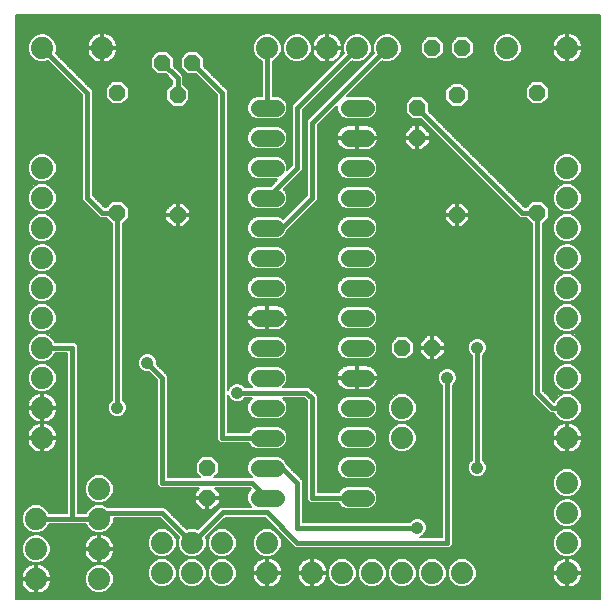
<source format=gbl>
G75*
%MOIN*%
%OFA0B0*%
%FSLAX25Y25*%
%IPPOS*%
%LPD*%
%AMOC8*
5,1,8,0,0,1.08239X$1,22.5*
%
%ADD10OC8,0.05600*%
%ADD11C,0.05600*%
%ADD12C,0.07400*%
%ADD13C,0.00600*%
%ADD14C,0.01600*%
%ADD15C,0.04165*%
D10*
X0068000Y0037500D03*
X0068000Y0047500D03*
X0133000Y0087500D03*
X0143000Y0087500D03*
X0151236Y0131713D03*
X0178000Y0132500D03*
X0178000Y0172500D03*
X0153000Y0187500D03*
X0143000Y0187500D03*
X0151236Y0171713D03*
X0138000Y0167500D03*
X0138000Y0157500D03*
X0063000Y0182500D03*
X0053000Y0182500D03*
X0058150Y0171713D03*
X0038000Y0172500D03*
X0038000Y0132500D03*
X0058150Y0131713D03*
D11*
X0085200Y0127500D02*
X0090800Y0127500D01*
X0090800Y0117500D02*
X0085200Y0117500D01*
X0085200Y0107500D02*
X0090800Y0107500D01*
X0090800Y0097500D02*
X0085200Y0097500D01*
X0085200Y0087500D02*
X0090800Y0087500D01*
X0090800Y0077500D02*
X0085200Y0077500D01*
X0085200Y0067500D02*
X0090800Y0067500D01*
X0090800Y0057500D02*
X0085200Y0057500D01*
X0085200Y0047500D02*
X0090800Y0047500D01*
X0090800Y0037500D02*
X0085200Y0037500D01*
X0115200Y0037500D02*
X0120800Y0037500D01*
X0120800Y0047500D02*
X0115200Y0047500D01*
X0115200Y0057500D02*
X0120800Y0057500D01*
X0120800Y0067500D02*
X0115200Y0067500D01*
X0115200Y0077500D02*
X0120800Y0077500D01*
X0120800Y0087500D02*
X0115200Y0087500D01*
X0115200Y0097500D02*
X0120800Y0097500D01*
X0120800Y0107500D02*
X0115200Y0107500D01*
X0115200Y0117500D02*
X0120800Y0117500D01*
X0120800Y0127500D02*
X0115200Y0127500D01*
X0115200Y0137500D02*
X0120800Y0137500D01*
X0120800Y0147500D02*
X0115200Y0147500D01*
X0115200Y0157500D02*
X0120800Y0157500D01*
X0120800Y0167500D02*
X0115200Y0167500D01*
X0090800Y0167500D02*
X0085200Y0167500D01*
X0085200Y0157500D02*
X0090800Y0157500D01*
X0090800Y0147500D02*
X0085200Y0147500D01*
X0085200Y0137500D02*
X0090800Y0137500D01*
D12*
X0088000Y0187500D03*
X0098000Y0187500D03*
X0108000Y0187500D03*
X0118000Y0187500D03*
X0128000Y0187500D03*
X0168000Y0187500D03*
X0188000Y0187500D03*
X0188000Y0147500D03*
X0188000Y0137500D03*
X0188000Y0127500D03*
X0188000Y0117500D03*
X0188000Y0107500D03*
X0188000Y0097500D03*
X0188000Y0087500D03*
X0188000Y0077500D03*
X0188000Y0067500D03*
X0188000Y0057500D03*
X0188000Y0042500D03*
X0188000Y0032500D03*
X0188000Y0022500D03*
X0188000Y0012500D03*
X0153000Y0012500D03*
X0143000Y0012500D03*
X0133000Y0012500D03*
X0123000Y0012500D03*
X0113000Y0012500D03*
X0103000Y0012500D03*
X0088000Y0012500D03*
X0088000Y0022500D03*
X0073000Y0022500D03*
X0073000Y0012500D03*
X0063000Y0012500D03*
X0063000Y0022500D03*
X0053000Y0022500D03*
X0053000Y0012500D03*
X0032000Y0010500D03*
X0032000Y0020500D03*
X0032000Y0030500D03*
X0032000Y0040500D03*
X0013000Y0057500D03*
X0013000Y0067500D03*
X0013000Y0077500D03*
X0013000Y0087500D03*
X0013000Y0097500D03*
X0013000Y0107500D03*
X0013000Y0117500D03*
X0013000Y0127500D03*
X0013000Y0137500D03*
X0013000Y0147500D03*
X0013000Y0187500D03*
X0033000Y0187500D03*
X0133000Y0067500D03*
X0133000Y0057500D03*
X0011000Y0030500D03*
X0011000Y0020500D03*
X0011000Y0010500D03*
D13*
X0004100Y0003600D02*
X0004100Y0198250D01*
X0198750Y0198250D01*
X0198750Y0003600D01*
X0004100Y0003600D01*
X0004100Y0003697D02*
X0198750Y0003697D01*
X0198750Y0004296D02*
X0004100Y0004296D01*
X0004100Y0004894D02*
X0198750Y0004894D01*
X0198750Y0005493D02*
X0004100Y0005493D01*
X0004100Y0006091D02*
X0008640Y0006091D01*
X0008379Y0006224D02*
X0009081Y0005866D01*
X0009829Y0005623D01*
X0010606Y0005500D01*
X0010700Y0005500D01*
X0010700Y0010200D01*
X0011300Y0010200D01*
X0011300Y0010800D01*
X0016000Y0010800D01*
X0016000Y0010894D01*
X0015877Y0011671D01*
X0015634Y0012419D01*
X0015276Y0013121D01*
X0014814Y0013757D01*
X0014257Y0014314D01*
X0013621Y0014776D01*
X0012919Y0015134D01*
X0012171Y0015377D01*
X0011394Y0015500D01*
X0011300Y0015500D01*
X0011300Y0010800D01*
X0010700Y0010800D01*
X0010700Y0015500D01*
X0010606Y0015500D01*
X0009829Y0015377D01*
X0009081Y0015134D01*
X0008379Y0014776D01*
X0007743Y0014314D01*
X0007186Y0013757D01*
X0006724Y0013121D01*
X0006366Y0012419D01*
X0006123Y0011671D01*
X0006000Y0010894D01*
X0006000Y0010800D01*
X0010700Y0010800D01*
X0010700Y0010200D01*
X0006000Y0010200D01*
X0006000Y0010106D01*
X0006123Y0009329D01*
X0006366Y0008581D01*
X0006724Y0007879D01*
X0007186Y0007243D01*
X0007743Y0006686D01*
X0008379Y0006224D01*
X0007739Y0006690D02*
X0004100Y0006690D01*
X0004100Y0007288D02*
X0007153Y0007288D01*
X0006720Y0007887D02*
X0004100Y0007887D01*
X0004100Y0008485D02*
X0006415Y0008485D01*
X0006203Y0009084D02*
X0004100Y0009084D01*
X0004100Y0009682D02*
X0006067Y0009682D01*
X0006000Y0010879D02*
X0004100Y0010879D01*
X0004100Y0010281D02*
X0010700Y0010281D01*
X0010700Y0010879D02*
X0011300Y0010879D01*
X0011300Y0010281D02*
X0027200Y0010281D01*
X0027200Y0010879D02*
X0016000Y0010879D01*
X0015907Y0011478D02*
X0027209Y0011478D01*
X0027200Y0011455D02*
X0027200Y0009545D01*
X0027931Y0007781D01*
X0029281Y0006431D01*
X0031045Y0005700D01*
X0032955Y0005700D01*
X0034719Y0006431D01*
X0036069Y0007781D01*
X0036800Y0009545D01*
X0036800Y0011455D01*
X0036069Y0013219D01*
X0034719Y0014569D01*
X0032955Y0015300D01*
X0031045Y0015300D01*
X0029281Y0014569D01*
X0027931Y0013219D01*
X0027200Y0011455D01*
X0027457Y0012076D02*
X0015745Y0012076D01*
X0015504Y0012675D02*
X0027705Y0012675D01*
X0027985Y0013273D02*
X0015165Y0013273D01*
X0014699Y0013872D02*
X0028584Y0013872D01*
X0029182Y0014470D02*
X0014042Y0014470D01*
X0013047Y0015069D02*
X0030487Y0015069D01*
X0030693Y0015667D02*
X0004100Y0015667D01*
X0004100Y0015069D02*
X0008953Y0015069D01*
X0007958Y0014470D02*
X0004100Y0014470D01*
X0004100Y0013872D02*
X0007301Y0013872D01*
X0006835Y0013273D02*
X0004100Y0013273D01*
X0004100Y0012675D02*
X0006496Y0012675D01*
X0006255Y0012076D02*
X0004100Y0012076D01*
X0004100Y0011478D02*
X0006093Y0011478D01*
X0010700Y0011478D02*
X0011300Y0011478D01*
X0011300Y0012076D02*
X0010700Y0012076D01*
X0010700Y0012675D02*
X0011300Y0012675D01*
X0011300Y0013273D02*
X0010700Y0013273D01*
X0010700Y0013872D02*
X0011300Y0013872D01*
X0011300Y0014470D02*
X0010700Y0014470D01*
X0010700Y0015069D02*
X0011300Y0015069D01*
X0011955Y0015700D02*
X0013719Y0016431D01*
X0015069Y0017781D01*
X0015800Y0019545D01*
X0015800Y0021455D01*
X0015069Y0023219D01*
X0013719Y0024569D01*
X0011955Y0025300D01*
X0010045Y0025300D01*
X0008281Y0024569D01*
X0006931Y0023219D01*
X0006200Y0021455D01*
X0006200Y0019545D01*
X0006931Y0017781D01*
X0008281Y0016431D01*
X0010045Y0015700D01*
X0011955Y0015700D01*
X0013321Y0016266D02*
X0029321Y0016266D01*
X0029379Y0016224D02*
X0030081Y0015866D01*
X0030829Y0015623D01*
X0031606Y0015500D01*
X0031700Y0015500D01*
X0031700Y0020200D01*
X0032300Y0020200D01*
X0032300Y0020800D01*
X0037000Y0020800D01*
X0037000Y0020894D01*
X0036877Y0021671D01*
X0036634Y0022419D01*
X0036276Y0023121D01*
X0035814Y0023757D01*
X0035257Y0024314D01*
X0034621Y0024776D01*
X0033919Y0025134D01*
X0033171Y0025377D01*
X0032394Y0025500D01*
X0032300Y0025500D01*
X0032300Y0020800D01*
X0031700Y0020800D01*
X0031700Y0025500D01*
X0031606Y0025500D01*
X0030829Y0025377D01*
X0030081Y0025134D01*
X0029379Y0024776D01*
X0028743Y0024314D01*
X0028186Y0023757D01*
X0027724Y0023121D01*
X0027366Y0022419D01*
X0027123Y0021671D01*
X0027000Y0020894D01*
X0027000Y0020800D01*
X0031700Y0020800D01*
X0031700Y0020200D01*
X0027000Y0020200D01*
X0027000Y0020106D01*
X0027123Y0019329D01*
X0027366Y0018581D01*
X0027724Y0017879D01*
X0028186Y0017243D01*
X0028743Y0016686D01*
X0029379Y0016224D01*
X0028565Y0016864D02*
X0014152Y0016864D01*
X0014751Y0017463D02*
X0028026Y0017463D01*
X0027631Y0018061D02*
X0015185Y0018061D01*
X0015433Y0018660D02*
X0027341Y0018660D01*
X0027146Y0019258D02*
X0015681Y0019258D01*
X0015800Y0019857D02*
X0027040Y0019857D01*
X0027025Y0021054D02*
X0015800Y0021054D01*
X0015800Y0020455D02*
X0031700Y0020455D01*
X0031700Y0019857D02*
X0032300Y0019857D01*
X0032300Y0020200D02*
X0032300Y0015500D01*
X0032394Y0015500D01*
X0033171Y0015623D01*
X0033919Y0015866D01*
X0034621Y0016224D01*
X0035257Y0016686D01*
X0035814Y0017243D01*
X0036276Y0017879D01*
X0036634Y0018581D01*
X0036877Y0019329D01*
X0037000Y0020106D01*
X0037000Y0020200D01*
X0032300Y0020200D01*
X0032300Y0020455D02*
X0048651Y0020455D01*
X0048899Y0019857D02*
X0036960Y0019857D01*
X0036854Y0019258D02*
X0049453Y0019258D01*
X0048931Y0019781D02*
X0050281Y0018431D01*
X0052045Y0017700D01*
X0053955Y0017700D01*
X0055719Y0018431D01*
X0057069Y0019781D01*
X0057800Y0021545D01*
X0057800Y0023455D01*
X0057069Y0025219D01*
X0055719Y0026569D01*
X0053955Y0027300D01*
X0052045Y0027300D01*
X0050281Y0026569D01*
X0048931Y0025219D01*
X0048200Y0023455D01*
X0048200Y0021545D01*
X0048931Y0019781D01*
X0048404Y0021054D02*
X0036975Y0021054D01*
X0036880Y0021652D02*
X0048200Y0021652D01*
X0048200Y0022251D02*
X0036688Y0022251D01*
X0036415Y0022849D02*
X0048200Y0022849D01*
X0048200Y0023448D02*
X0036039Y0023448D01*
X0035525Y0024046D02*
X0048445Y0024046D01*
X0048693Y0024645D02*
X0034802Y0024645D01*
X0033582Y0025243D02*
X0048955Y0025243D01*
X0049554Y0025842D02*
X0033297Y0025842D01*
X0032955Y0025700D02*
X0034719Y0026431D01*
X0036069Y0027781D01*
X0036800Y0029545D01*
X0036800Y0030600D01*
X0052213Y0030600D01*
X0058539Y0024274D01*
X0058200Y0023455D01*
X0058200Y0021545D01*
X0058931Y0019781D01*
X0060281Y0018431D01*
X0062045Y0017700D01*
X0063955Y0017700D01*
X0065719Y0018431D01*
X0067069Y0019781D01*
X0067800Y0021545D01*
X0067800Y0023455D01*
X0067461Y0024274D01*
X0073887Y0030700D01*
X0087113Y0030700D01*
X0096100Y0021713D01*
X0097213Y0020600D01*
X0148787Y0020600D01*
X0149900Y0021713D01*
X0149900Y0074899D01*
X0150698Y0075697D01*
X0151183Y0076867D01*
X0151183Y0078133D01*
X0150698Y0079303D01*
X0149803Y0080198D01*
X0148633Y0080683D01*
X0147367Y0080683D01*
X0146197Y0080198D01*
X0145302Y0079303D01*
X0144817Y0078133D01*
X0144817Y0076867D01*
X0145302Y0075697D01*
X0146100Y0074899D01*
X0146100Y0024400D01*
X0138833Y0024400D01*
X0139803Y0024802D01*
X0140698Y0025697D01*
X0141183Y0026867D01*
X0141183Y0028133D01*
X0140698Y0029303D01*
X0139803Y0030198D01*
X0138633Y0030683D01*
X0137367Y0030683D01*
X0136197Y0030198D01*
X0135399Y0029400D01*
X0099900Y0029400D01*
X0099900Y0043287D01*
X0098787Y0044400D01*
X0094551Y0048636D01*
X0094106Y0049709D01*
X0093009Y0050806D01*
X0091576Y0051400D01*
X0084424Y0051400D01*
X0082991Y0050806D01*
X0081894Y0049709D01*
X0081300Y0048276D01*
X0081300Y0046724D01*
X0081894Y0045291D01*
X0082785Y0044400D01*
X0070415Y0044400D01*
X0071900Y0045885D01*
X0071900Y0049115D01*
X0069615Y0051400D01*
X0066385Y0051400D01*
X0064100Y0049115D01*
X0064100Y0045885D01*
X0065585Y0044400D01*
X0054900Y0044400D01*
X0054900Y0078287D01*
X0053787Y0079400D01*
X0051183Y0082004D01*
X0051183Y0083133D01*
X0050698Y0084303D01*
X0049803Y0085198D01*
X0048633Y0085683D01*
X0047367Y0085683D01*
X0046197Y0085198D01*
X0045302Y0084303D01*
X0044817Y0083133D01*
X0044817Y0081867D01*
X0045302Y0080697D01*
X0046197Y0079802D01*
X0047367Y0079317D01*
X0048496Y0079317D01*
X0051100Y0076713D01*
X0051100Y0041713D01*
X0052213Y0040600D01*
X0065302Y0040600D01*
X0063900Y0039198D01*
X0063900Y0037800D01*
X0067700Y0037800D01*
X0067700Y0037200D01*
X0068300Y0037200D01*
X0068300Y0037800D01*
X0072100Y0037800D01*
X0072100Y0039198D01*
X0070698Y0040600D01*
X0082213Y0040600D01*
X0082499Y0040314D01*
X0081894Y0039709D01*
X0081300Y0038276D01*
X0081300Y0036724D01*
X0081894Y0035291D01*
X0082685Y0034500D01*
X0072313Y0034500D01*
X0064774Y0026961D01*
X0063955Y0027300D01*
X0062045Y0027300D01*
X0061226Y0026961D01*
X0054900Y0033287D01*
X0053787Y0034400D01*
X0034888Y0034400D01*
X0034719Y0034569D01*
X0032955Y0035300D01*
X0031045Y0035300D01*
X0029281Y0034569D01*
X0027931Y0033219D01*
X0027592Y0032400D01*
X0024900Y0032400D01*
X0024900Y0088287D01*
X0023787Y0089400D01*
X0017408Y0089400D01*
X0017069Y0090219D01*
X0015719Y0091569D01*
X0013955Y0092300D01*
X0012045Y0092300D01*
X0010281Y0091569D01*
X0008931Y0090219D01*
X0008200Y0088455D01*
X0008200Y0086545D01*
X0008931Y0084781D01*
X0010281Y0083431D01*
X0012045Y0082700D01*
X0013955Y0082700D01*
X0015719Y0083431D01*
X0017069Y0084781D01*
X0017408Y0085600D01*
X0021100Y0085600D01*
X0021100Y0032400D01*
X0015408Y0032400D01*
X0015069Y0033219D01*
X0013719Y0034569D01*
X0011955Y0035300D01*
X0010045Y0035300D01*
X0008281Y0034569D01*
X0006931Y0033219D01*
X0006200Y0031455D01*
X0006200Y0029545D01*
X0006931Y0027781D01*
X0008281Y0026431D01*
X0010045Y0025700D01*
X0011955Y0025700D01*
X0013719Y0026431D01*
X0015069Y0027781D01*
X0015408Y0028600D01*
X0027592Y0028600D01*
X0027931Y0027781D01*
X0029281Y0026431D01*
X0031045Y0025700D01*
X0032955Y0025700D01*
X0032300Y0025243D02*
X0031700Y0025243D01*
X0031700Y0024645D02*
X0032300Y0024645D01*
X0032300Y0024046D02*
X0031700Y0024046D01*
X0031700Y0023448D02*
X0032300Y0023448D01*
X0032300Y0022849D02*
X0031700Y0022849D01*
X0031700Y0022251D02*
X0032300Y0022251D01*
X0032300Y0021652D02*
X0031700Y0021652D01*
X0031700Y0021054D02*
X0032300Y0021054D01*
X0032300Y0019258D02*
X0031700Y0019258D01*
X0031700Y0018660D02*
X0032300Y0018660D01*
X0032300Y0018061D02*
X0031700Y0018061D01*
X0031700Y0017463D02*
X0032300Y0017463D01*
X0032300Y0016864D02*
X0031700Y0016864D01*
X0031700Y0016266D02*
X0032300Y0016266D01*
X0032300Y0015667D02*
X0031700Y0015667D01*
X0033307Y0015667D02*
X0049379Y0015667D01*
X0048931Y0015219D02*
X0048200Y0013455D01*
X0048200Y0011545D01*
X0048931Y0009781D01*
X0050281Y0008431D01*
X0052045Y0007700D01*
X0053955Y0007700D01*
X0055719Y0008431D01*
X0057069Y0009781D01*
X0057800Y0011545D01*
X0057800Y0013455D01*
X0057069Y0015219D01*
X0055719Y0016569D01*
X0053955Y0017300D01*
X0052045Y0017300D01*
X0050281Y0016569D01*
X0048931Y0015219D01*
X0048869Y0015069D02*
X0033513Y0015069D01*
X0034818Y0014470D02*
X0048621Y0014470D01*
X0048373Y0013872D02*
X0035416Y0013872D01*
X0036015Y0013273D02*
X0048200Y0013273D01*
X0048200Y0012675D02*
X0036295Y0012675D01*
X0036543Y0012076D02*
X0048200Y0012076D01*
X0048228Y0011478D02*
X0036791Y0011478D01*
X0036800Y0010879D02*
X0048476Y0010879D01*
X0048724Y0010281D02*
X0036800Y0010281D01*
X0036800Y0009682D02*
X0049030Y0009682D01*
X0049628Y0009084D02*
X0036609Y0009084D01*
X0036361Y0008485D02*
X0050227Y0008485D01*
X0051595Y0007887D02*
X0036113Y0007887D01*
X0035576Y0007288D02*
X0198750Y0007288D01*
X0198750Y0006690D02*
X0034978Y0006690D01*
X0033899Y0006091D02*
X0198750Y0006091D01*
X0198750Y0007887D02*
X0189959Y0007887D01*
X0189919Y0007866D02*
X0190621Y0008224D01*
X0191257Y0008686D01*
X0191814Y0009243D01*
X0192276Y0009879D01*
X0192634Y0010581D01*
X0192877Y0011329D01*
X0193000Y0012106D01*
X0193000Y0012200D01*
X0188300Y0012200D01*
X0188300Y0012800D01*
X0193000Y0012800D01*
X0193000Y0012894D01*
X0192877Y0013671D01*
X0192634Y0014419D01*
X0192276Y0015121D01*
X0191814Y0015757D01*
X0191257Y0016314D01*
X0190621Y0016776D01*
X0189919Y0017134D01*
X0189171Y0017377D01*
X0188394Y0017500D01*
X0188300Y0017500D01*
X0188300Y0012800D01*
X0187700Y0012800D01*
X0187700Y0017500D01*
X0187606Y0017500D01*
X0186829Y0017377D01*
X0186081Y0017134D01*
X0185379Y0016776D01*
X0184743Y0016314D01*
X0184186Y0015757D01*
X0183724Y0015121D01*
X0183366Y0014419D01*
X0183123Y0013671D01*
X0183000Y0012894D01*
X0183000Y0012800D01*
X0187700Y0012800D01*
X0187700Y0012200D01*
X0188300Y0012200D01*
X0188300Y0007500D01*
X0188394Y0007500D01*
X0189171Y0007623D01*
X0189919Y0007866D01*
X0190980Y0008485D02*
X0198750Y0008485D01*
X0198750Y0009084D02*
X0191655Y0009084D01*
X0192133Y0009682D02*
X0198750Y0009682D01*
X0198750Y0010281D02*
X0192481Y0010281D01*
X0192731Y0010879D02*
X0198750Y0010879D01*
X0198750Y0011478D02*
X0192900Y0011478D01*
X0192995Y0012076D02*
X0198750Y0012076D01*
X0198750Y0012675D02*
X0188300Y0012675D01*
X0188300Y0013273D02*
X0187700Y0013273D01*
X0187700Y0012675D02*
X0157800Y0012675D01*
X0157800Y0013273D02*
X0183060Y0013273D01*
X0183188Y0013872D02*
X0157627Y0013872D01*
X0157800Y0013455D02*
X0157069Y0015219D01*
X0155719Y0016569D01*
X0153955Y0017300D01*
X0152045Y0017300D01*
X0150281Y0016569D01*
X0148931Y0015219D01*
X0148200Y0013455D01*
X0148200Y0011545D01*
X0148931Y0009781D01*
X0150281Y0008431D01*
X0152045Y0007700D01*
X0153955Y0007700D01*
X0155719Y0008431D01*
X0157069Y0009781D01*
X0157800Y0011545D01*
X0157800Y0013455D01*
X0157379Y0014470D02*
X0183392Y0014470D01*
X0183697Y0015069D02*
X0157131Y0015069D01*
X0156621Y0015667D02*
X0184121Y0015667D01*
X0184695Y0016266D02*
X0156022Y0016266D01*
X0155007Y0016864D02*
X0185552Y0016864D01*
X0186173Y0018061D02*
X0089827Y0018061D01*
X0089919Y0017134D02*
X0089171Y0017377D01*
X0088394Y0017500D01*
X0088300Y0017500D01*
X0088300Y0012800D01*
X0093000Y0012800D01*
X0093000Y0012894D01*
X0092877Y0013671D01*
X0092634Y0014419D01*
X0092276Y0015121D01*
X0091814Y0015757D01*
X0091257Y0016314D01*
X0090621Y0016776D01*
X0089919Y0017134D01*
X0090448Y0016864D02*
X0100552Y0016864D01*
X0100379Y0016776D02*
X0099743Y0016314D01*
X0099186Y0015757D01*
X0098724Y0015121D01*
X0098366Y0014419D01*
X0098123Y0013671D01*
X0098000Y0012894D01*
X0098000Y0012800D01*
X0102700Y0012800D01*
X0102700Y0017500D01*
X0102606Y0017500D01*
X0101829Y0017377D01*
X0101081Y0017134D01*
X0100379Y0016776D01*
X0099695Y0016266D02*
X0091305Y0016266D01*
X0091879Y0015667D02*
X0099121Y0015667D01*
X0098697Y0015069D02*
X0092303Y0015069D01*
X0092608Y0014470D02*
X0098392Y0014470D01*
X0098188Y0013872D02*
X0092812Y0013872D01*
X0092940Y0013273D02*
X0098060Y0013273D01*
X0098000Y0012200D02*
X0098000Y0012106D01*
X0098123Y0011329D01*
X0098366Y0010581D01*
X0098724Y0009879D01*
X0099186Y0009243D01*
X0099743Y0008686D01*
X0100379Y0008224D01*
X0101081Y0007866D01*
X0101829Y0007623D01*
X0102606Y0007500D01*
X0102700Y0007500D01*
X0102700Y0012200D01*
X0098000Y0012200D01*
X0098005Y0012076D02*
X0092995Y0012076D01*
X0093000Y0012106D02*
X0093000Y0012200D01*
X0088300Y0012200D01*
X0088300Y0012800D01*
X0087700Y0012800D01*
X0087700Y0017500D01*
X0087606Y0017500D01*
X0086829Y0017377D01*
X0086081Y0017134D01*
X0085379Y0016776D01*
X0084743Y0016314D01*
X0084186Y0015757D01*
X0083724Y0015121D01*
X0083366Y0014419D01*
X0083123Y0013671D01*
X0083000Y0012894D01*
X0083000Y0012800D01*
X0087700Y0012800D01*
X0087700Y0012200D01*
X0088300Y0012200D01*
X0088300Y0007500D01*
X0088394Y0007500D01*
X0089171Y0007623D01*
X0089919Y0007866D01*
X0090621Y0008224D01*
X0091257Y0008686D01*
X0091814Y0009243D01*
X0092276Y0009879D01*
X0092634Y0010581D01*
X0092877Y0011329D01*
X0093000Y0012106D01*
X0092900Y0011478D02*
X0098100Y0011478D01*
X0098269Y0010879D02*
X0092731Y0010879D01*
X0092481Y0010281D02*
X0098519Y0010281D01*
X0098867Y0009682D02*
X0092133Y0009682D01*
X0091655Y0009084D02*
X0099345Y0009084D01*
X0100019Y0008485D02*
X0090980Y0008485D01*
X0089959Y0007887D02*
X0101041Y0007887D01*
X0102700Y0007887D02*
X0103300Y0007887D01*
X0103300Y0007500D02*
X0103394Y0007500D01*
X0104171Y0007623D01*
X0104919Y0007866D01*
X0105621Y0008224D01*
X0106257Y0008686D01*
X0106814Y0009243D01*
X0107276Y0009879D01*
X0107634Y0010581D01*
X0107877Y0011329D01*
X0108000Y0012106D01*
X0108000Y0012200D01*
X0103300Y0012200D01*
X0103300Y0012800D01*
X0102700Y0012800D01*
X0102700Y0012200D01*
X0103300Y0012200D01*
X0103300Y0007500D01*
X0103300Y0008485D02*
X0102700Y0008485D01*
X0102700Y0009084D02*
X0103300Y0009084D01*
X0103300Y0009682D02*
X0102700Y0009682D01*
X0102700Y0010281D02*
X0103300Y0010281D01*
X0103300Y0010879D02*
X0102700Y0010879D01*
X0102700Y0011478D02*
X0103300Y0011478D01*
X0103300Y0012076D02*
X0102700Y0012076D01*
X0102700Y0012675D02*
X0088300Y0012675D01*
X0088300Y0013273D02*
X0087700Y0013273D01*
X0087700Y0012675D02*
X0077800Y0012675D01*
X0077800Y0013273D02*
X0083060Y0013273D01*
X0083188Y0013872D02*
X0077627Y0013872D01*
X0077800Y0013455D02*
X0077069Y0015219D01*
X0075719Y0016569D01*
X0073955Y0017300D01*
X0072045Y0017300D01*
X0070281Y0016569D01*
X0068931Y0015219D01*
X0068200Y0013455D01*
X0068200Y0011545D01*
X0068931Y0009781D01*
X0070281Y0008431D01*
X0072045Y0007700D01*
X0073955Y0007700D01*
X0075719Y0008431D01*
X0077069Y0009781D01*
X0077800Y0011545D01*
X0077800Y0013455D01*
X0077379Y0014470D02*
X0083392Y0014470D01*
X0083697Y0015069D02*
X0077131Y0015069D01*
X0076621Y0015667D02*
X0084121Y0015667D01*
X0084695Y0016266D02*
X0076022Y0016266D01*
X0075007Y0016864D02*
X0085552Y0016864D01*
X0086173Y0018061D02*
X0074827Y0018061D01*
X0073955Y0017700D02*
X0075719Y0018431D01*
X0077069Y0019781D01*
X0077800Y0021545D01*
X0077800Y0023455D01*
X0077069Y0025219D01*
X0075719Y0026569D01*
X0073955Y0027300D01*
X0072045Y0027300D01*
X0070281Y0026569D01*
X0068931Y0025219D01*
X0068200Y0023455D01*
X0068200Y0021545D01*
X0068931Y0019781D01*
X0070281Y0018431D01*
X0072045Y0017700D01*
X0073955Y0017700D01*
X0075948Y0018660D02*
X0085052Y0018660D01*
X0085281Y0018431D02*
X0087045Y0017700D01*
X0088955Y0017700D01*
X0090719Y0018431D01*
X0092069Y0019781D01*
X0092800Y0021545D01*
X0092800Y0023455D01*
X0092069Y0025219D01*
X0090719Y0026569D01*
X0088955Y0027300D01*
X0087045Y0027300D01*
X0085281Y0026569D01*
X0083931Y0025219D01*
X0083200Y0023455D01*
X0083200Y0021545D01*
X0083931Y0019781D01*
X0085281Y0018431D01*
X0084453Y0019258D02*
X0076547Y0019258D01*
X0077101Y0019857D02*
X0083899Y0019857D01*
X0083651Y0020455D02*
X0077349Y0020455D01*
X0077596Y0021054D02*
X0083404Y0021054D01*
X0083200Y0021652D02*
X0077800Y0021652D01*
X0077800Y0022251D02*
X0083200Y0022251D01*
X0083200Y0022849D02*
X0077800Y0022849D01*
X0077800Y0023448D02*
X0083200Y0023448D01*
X0083445Y0024046D02*
X0077555Y0024046D01*
X0077307Y0024645D02*
X0083693Y0024645D01*
X0083955Y0025243D02*
X0077045Y0025243D01*
X0076446Y0025842D02*
X0084554Y0025842D01*
X0085152Y0026440D02*
X0075848Y0026440D01*
X0074585Y0027039D02*
X0086415Y0027039D01*
X0088380Y0029433D02*
X0072620Y0029433D01*
X0073219Y0030032D02*
X0087781Y0030032D01*
X0087183Y0030630D02*
X0073817Y0030630D01*
X0072021Y0028834D02*
X0088978Y0028834D01*
X0089577Y0028236D02*
X0071423Y0028236D01*
X0070824Y0027637D02*
X0090176Y0027637D01*
X0089585Y0027039D02*
X0090774Y0027039D01*
X0090848Y0026440D02*
X0091373Y0026440D01*
X0091446Y0025842D02*
X0091971Y0025842D01*
X0092045Y0025243D02*
X0092570Y0025243D01*
X0092307Y0024645D02*
X0093168Y0024645D01*
X0093767Y0024046D02*
X0092555Y0024046D01*
X0092800Y0023448D02*
X0094365Y0023448D01*
X0094964Y0022849D02*
X0092800Y0022849D01*
X0092800Y0022251D02*
X0095562Y0022251D01*
X0096161Y0021652D02*
X0092800Y0021652D01*
X0092596Y0021054D02*
X0096759Y0021054D01*
X0102372Y0017463D02*
X0088628Y0017463D01*
X0088300Y0017463D02*
X0087700Y0017463D01*
X0087372Y0017463D02*
X0035974Y0017463D01*
X0036369Y0018061D02*
X0051173Y0018061D01*
X0050993Y0016864D02*
X0035435Y0016864D01*
X0034679Y0016266D02*
X0049978Y0016266D01*
X0050052Y0018660D02*
X0036659Y0018660D01*
X0030418Y0025243D02*
X0012091Y0025243D01*
X0012297Y0025842D02*
X0030703Y0025842D01*
X0029271Y0026440D02*
X0013729Y0026440D01*
X0014327Y0027039D02*
X0028673Y0027039D01*
X0028074Y0027637D02*
X0014926Y0027637D01*
X0015258Y0028236D02*
X0027742Y0028236D01*
X0029198Y0024645D02*
X0013536Y0024645D01*
X0014242Y0024046D02*
X0028475Y0024046D01*
X0027961Y0023448D02*
X0014840Y0023448D01*
X0015222Y0022849D02*
X0027585Y0022849D01*
X0027312Y0022251D02*
X0015470Y0022251D01*
X0015718Y0021652D02*
X0027120Y0021652D01*
X0034729Y0026440D02*
X0050152Y0026440D01*
X0051415Y0027039D02*
X0035327Y0027039D01*
X0035926Y0027637D02*
X0055176Y0027637D01*
X0054585Y0027039D02*
X0055774Y0027039D01*
X0055848Y0026440D02*
X0056373Y0026440D01*
X0056446Y0025842D02*
X0056971Y0025842D01*
X0057045Y0025243D02*
X0057570Y0025243D01*
X0057307Y0024645D02*
X0058168Y0024645D01*
X0058445Y0024046D02*
X0057555Y0024046D01*
X0057800Y0023448D02*
X0058200Y0023448D01*
X0058200Y0022849D02*
X0057800Y0022849D01*
X0057800Y0022251D02*
X0058200Y0022251D01*
X0058200Y0021652D02*
X0057800Y0021652D01*
X0057596Y0021054D02*
X0058404Y0021054D01*
X0058651Y0020455D02*
X0057349Y0020455D01*
X0057101Y0019857D02*
X0058899Y0019857D01*
X0059453Y0019258D02*
X0056547Y0019258D01*
X0055948Y0018660D02*
X0060052Y0018660D01*
X0061173Y0018061D02*
X0054827Y0018061D01*
X0055007Y0016864D02*
X0060993Y0016864D01*
X0060281Y0016569D02*
X0062045Y0017300D01*
X0063955Y0017300D01*
X0065719Y0016569D01*
X0067069Y0015219D01*
X0067800Y0013455D01*
X0067800Y0011545D01*
X0067069Y0009781D01*
X0065719Y0008431D01*
X0063955Y0007700D01*
X0062045Y0007700D01*
X0060281Y0008431D01*
X0058931Y0009781D01*
X0058200Y0011545D01*
X0058200Y0013455D01*
X0058931Y0015219D01*
X0060281Y0016569D01*
X0059978Y0016266D02*
X0056022Y0016266D01*
X0056621Y0015667D02*
X0059379Y0015667D01*
X0058869Y0015069D02*
X0057131Y0015069D01*
X0057379Y0014470D02*
X0058621Y0014470D01*
X0058373Y0013872D02*
X0057627Y0013872D01*
X0057800Y0013273D02*
X0058200Y0013273D01*
X0058200Y0012675D02*
X0057800Y0012675D01*
X0057800Y0012076D02*
X0058200Y0012076D01*
X0058228Y0011478D02*
X0057772Y0011478D01*
X0057524Y0010879D02*
X0058476Y0010879D01*
X0058724Y0010281D02*
X0057276Y0010281D01*
X0056970Y0009682D02*
X0059030Y0009682D01*
X0059628Y0009084D02*
X0056372Y0009084D01*
X0055773Y0008485D02*
X0060227Y0008485D01*
X0061595Y0007887D02*
X0054405Y0007887D01*
X0064405Y0007887D02*
X0071595Y0007887D01*
X0070227Y0008485D02*
X0065773Y0008485D01*
X0066372Y0009084D02*
X0069628Y0009084D01*
X0069030Y0009682D02*
X0066970Y0009682D01*
X0067276Y0010281D02*
X0068724Y0010281D01*
X0068476Y0010879D02*
X0067524Y0010879D01*
X0067772Y0011478D02*
X0068228Y0011478D01*
X0068200Y0012076D02*
X0067800Y0012076D01*
X0067800Y0012675D02*
X0068200Y0012675D01*
X0068200Y0013273D02*
X0067800Y0013273D01*
X0067627Y0013872D02*
X0068373Y0013872D01*
X0068621Y0014470D02*
X0067379Y0014470D01*
X0067131Y0015069D02*
X0068869Y0015069D01*
X0069379Y0015667D02*
X0066621Y0015667D01*
X0066022Y0016266D02*
X0069978Y0016266D01*
X0070993Y0016864D02*
X0065007Y0016864D01*
X0064827Y0018061D02*
X0071173Y0018061D01*
X0070052Y0018660D02*
X0065948Y0018660D01*
X0066547Y0019258D02*
X0069453Y0019258D01*
X0068899Y0019857D02*
X0067101Y0019857D01*
X0067349Y0020455D02*
X0068651Y0020455D01*
X0068404Y0021054D02*
X0067596Y0021054D01*
X0067800Y0021652D02*
X0068200Y0021652D01*
X0068200Y0022251D02*
X0067800Y0022251D01*
X0067800Y0022849D02*
X0068200Y0022849D01*
X0068200Y0023448D02*
X0067800Y0023448D01*
X0067555Y0024046D02*
X0068445Y0024046D01*
X0068693Y0024645D02*
X0067832Y0024645D01*
X0068430Y0025243D02*
X0068955Y0025243D01*
X0069029Y0025842D02*
X0069554Y0025842D01*
X0069627Y0026440D02*
X0070152Y0026440D01*
X0070226Y0027039D02*
X0071415Y0027039D01*
X0067845Y0030032D02*
X0058155Y0030032D01*
X0057557Y0030630D02*
X0068443Y0030630D01*
X0069042Y0031229D02*
X0056958Y0031229D01*
X0056360Y0031827D02*
X0069640Y0031827D01*
X0070239Y0032426D02*
X0055761Y0032426D01*
X0055163Y0033024D02*
X0070837Y0033024D01*
X0071436Y0033623D02*
X0069921Y0033623D01*
X0069698Y0033400D02*
X0072100Y0035802D01*
X0072100Y0037200D01*
X0068300Y0037200D01*
X0068300Y0033400D01*
X0069698Y0033400D01*
X0070519Y0034221D02*
X0072034Y0034221D01*
X0071118Y0034820D02*
X0082365Y0034820D01*
X0081841Y0035418D02*
X0071716Y0035418D01*
X0072100Y0036017D02*
X0081593Y0036017D01*
X0081345Y0036615D02*
X0072100Y0036615D01*
X0072100Y0037812D02*
X0081300Y0037812D01*
X0081300Y0037214D02*
X0068300Y0037214D01*
X0068300Y0036615D02*
X0067700Y0036615D01*
X0067700Y0037200D02*
X0067700Y0033400D01*
X0066302Y0033400D01*
X0063900Y0035802D01*
X0063900Y0037200D01*
X0067700Y0037200D01*
X0067700Y0037214D02*
X0035502Y0037214D01*
X0036069Y0037781D02*
X0036800Y0039545D01*
X0036800Y0041455D01*
X0036069Y0043219D01*
X0034719Y0044569D01*
X0032955Y0045300D01*
X0031045Y0045300D01*
X0029281Y0044569D01*
X0027931Y0043219D01*
X0027200Y0041455D01*
X0027200Y0039545D01*
X0027931Y0037781D01*
X0029281Y0036431D01*
X0031045Y0035700D01*
X0032955Y0035700D01*
X0034719Y0036431D01*
X0036069Y0037781D01*
X0036082Y0037812D02*
X0063900Y0037812D01*
X0063900Y0038411D02*
X0036330Y0038411D01*
X0036578Y0039009D02*
X0063900Y0039009D01*
X0064309Y0039608D02*
X0036800Y0039608D01*
X0036800Y0040206D02*
X0064908Y0040206D01*
X0063900Y0036615D02*
X0034903Y0036615D01*
X0033719Y0036017D02*
X0063900Y0036017D01*
X0064284Y0035418D02*
X0024900Y0035418D01*
X0024900Y0034820D02*
X0029885Y0034820D01*
X0028933Y0034221D02*
X0024900Y0034221D01*
X0024900Y0033623D02*
X0028334Y0033623D01*
X0027850Y0033024D02*
X0024900Y0033024D01*
X0024900Y0032426D02*
X0027602Y0032426D01*
X0030281Y0036017D02*
X0024900Y0036017D01*
X0024900Y0036615D02*
X0029097Y0036615D01*
X0028498Y0037214D02*
X0024900Y0037214D01*
X0024900Y0037812D02*
X0027918Y0037812D01*
X0027670Y0038411D02*
X0024900Y0038411D01*
X0024900Y0039009D02*
X0027422Y0039009D01*
X0027200Y0039608D02*
X0024900Y0039608D01*
X0024900Y0040206D02*
X0027200Y0040206D01*
X0027200Y0040805D02*
X0024900Y0040805D01*
X0024900Y0041403D02*
X0027200Y0041403D01*
X0027427Y0042002D02*
X0024900Y0042002D01*
X0024900Y0042600D02*
X0027674Y0042600D01*
X0027922Y0043199D02*
X0024900Y0043199D01*
X0024900Y0043797D02*
X0028509Y0043797D01*
X0029108Y0044396D02*
X0024900Y0044396D01*
X0024900Y0044994D02*
X0030307Y0044994D01*
X0033693Y0044994D02*
X0051100Y0044994D01*
X0051100Y0044396D02*
X0034892Y0044396D01*
X0035491Y0043797D02*
X0051100Y0043797D01*
X0051100Y0043199D02*
X0036078Y0043199D01*
X0036326Y0042600D02*
X0051100Y0042600D01*
X0051100Y0042002D02*
X0036573Y0042002D01*
X0036800Y0041403D02*
X0051410Y0041403D01*
X0052008Y0040805D02*
X0036800Y0040805D01*
X0034115Y0034820D02*
X0064882Y0034820D01*
X0065481Y0034221D02*
X0053966Y0034221D01*
X0054564Y0033623D02*
X0066079Y0033623D01*
X0067700Y0033623D02*
X0068300Y0033623D01*
X0068300Y0034221D02*
X0067700Y0034221D01*
X0067700Y0034820D02*
X0068300Y0034820D01*
X0068300Y0035418D02*
X0067700Y0035418D01*
X0067700Y0036017D02*
X0068300Y0036017D01*
X0072100Y0038411D02*
X0081356Y0038411D01*
X0081604Y0039009D02*
X0072100Y0039009D01*
X0071691Y0039608D02*
X0081852Y0039608D01*
X0082391Y0040206D02*
X0071092Y0040206D01*
X0071010Y0044994D02*
X0082190Y0044994D01*
X0081769Y0045593D02*
X0071608Y0045593D01*
X0071900Y0046191D02*
X0081521Y0046191D01*
X0081300Y0046790D02*
X0071900Y0046790D01*
X0071900Y0047388D02*
X0081300Y0047388D01*
X0081300Y0047987D02*
X0071900Y0047987D01*
X0071900Y0048585D02*
X0081428Y0048585D01*
X0081676Y0049184D02*
X0071832Y0049184D01*
X0071233Y0049782D02*
X0081967Y0049782D01*
X0082565Y0050381D02*
X0070634Y0050381D01*
X0070036Y0050979D02*
X0083409Y0050979D01*
X0084424Y0053600D02*
X0091576Y0053600D01*
X0093009Y0054194D01*
X0094106Y0055291D01*
X0094700Y0056724D01*
X0094700Y0058276D01*
X0094106Y0059709D01*
X0093009Y0060806D01*
X0091576Y0061400D01*
X0084424Y0061400D01*
X0082991Y0060806D01*
X0081894Y0059709D01*
X0081766Y0059400D01*
X0074900Y0059400D01*
X0074900Y0071667D01*
X0075302Y0070697D01*
X0076197Y0069802D01*
X0077367Y0069317D01*
X0078633Y0069317D01*
X0079803Y0069802D01*
X0080601Y0070600D01*
X0082785Y0070600D01*
X0081894Y0069709D01*
X0081300Y0068276D01*
X0081300Y0066724D01*
X0081894Y0065291D01*
X0082991Y0064194D01*
X0084424Y0063600D01*
X0091576Y0063600D01*
X0093009Y0064194D01*
X0094106Y0065291D01*
X0094700Y0066724D01*
X0094700Y0068276D01*
X0094106Y0069709D01*
X0093215Y0070600D01*
X0100213Y0070600D01*
X0101100Y0069713D01*
X0101100Y0036713D01*
X0102213Y0035600D01*
X0111766Y0035600D01*
X0111894Y0035291D01*
X0112991Y0034194D01*
X0114424Y0033600D01*
X0121576Y0033600D01*
X0123009Y0034194D01*
X0124106Y0035291D01*
X0124700Y0036724D01*
X0124700Y0038276D01*
X0124106Y0039709D01*
X0123009Y0040806D01*
X0121576Y0041400D01*
X0114424Y0041400D01*
X0112991Y0040806D01*
X0111894Y0039709D01*
X0111766Y0039400D01*
X0104900Y0039400D01*
X0104900Y0071544D01*
X0103787Y0072657D01*
X0103044Y0073400D01*
X0102787Y0073400D01*
X0101787Y0074400D01*
X0093215Y0074400D01*
X0094106Y0075291D01*
X0094700Y0076724D01*
X0094700Y0078276D01*
X0094106Y0079709D01*
X0093009Y0080806D01*
X0091576Y0081400D01*
X0084424Y0081400D01*
X0082991Y0080806D01*
X0081894Y0079709D01*
X0081300Y0078276D01*
X0081300Y0076724D01*
X0081894Y0075291D01*
X0082785Y0074400D01*
X0080601Y0074400D01*
X0079803Y0075198D01*
X0078633Y0075683D01*
X0077367Y0075683D01*
X0076197Y0075198D01*
X0075302Y0074303D01*
X0074900Y0073333D01*
X0074900Y0173287D01*
X0073787Y0174400D01*
X0066900Y0181287D01*
X0066900Y0184115D01*
X0064615Y0186400D01*
X0061385Y0186400D01*
X0059100Y0184115D01*
X0059100Y0180885D01*
X0061385Y0178600D01*
X0064213Y0178600D01*
X0071100Y0171713D01*
X0071100Y0056713D01*
X0072213Y0055600D01*
X0081766Y0055600D01*
X0081894Y0055291D01*
X0082991Y0054194D01*
X0084424Y0053600D01*
X0083526Y0053972D02*
X0054900Y0053972D01*
X0054900Y0054570D02*
X0082614Y0054570D01*
X0082016Y0055169D02*
X0054900Y0055169D01*
X0054900Y0055768D02*
X0072045Y0055768D01*
X0071447Y0056366D02*
X0054900Y0056366D01*
X0054900Y0056965D02*
X0071100Y0056965D01*
X0071100Y0057563D02*
X0054900Y0057563D01*
X0054900Y0058162D02*
X0071100Y0058162D01*
X0071100Y0058760D02*
X0054900Y0058760D01*
X0054900Y0059359D02*
X0071100Y0059359D01*
X0071100Y0059957D02*
X0054900Y0059957D01*
X0054900Y0060556D02*
X0071100Y0060556D01*
X0071100Y0061154D02*
X0054900Y0061154D01*
X0054900Y0061753D02*
X0071100Y0061753D01*
X0071100Y0062351D02*
X0054900Y0062351D01*
X0054900Y0062950D02*
X0071100Y0062950D01*
X0071100Y0063548D02*
X0054900Y0063548D01*
X0054900Y0064147D02*
X0071100Y0064147D01*
X0071100Y0064745D02*
X0054900Y0064745D01*
X0054900Y0065344D02*
X0071100Y0065344D01*
X0071100Y0065942D02*
X0054900Y0065942D01*
X0054900Y0066541D02*
X0071100Y0066541D01*
X0071100Y0067139D02*
X0054900Y0067139D01*
X0054900Y0067738D02*
X0071100Y0067738D01*
X0071100Y0068336D02*
X0054900Y0068336D01*
X0054900Y0068935D02*
X0071100Y0068935D01*
X0071100Y0069533D02*
X0054900Y0069533D01*
X0054900Y0070132D02*
X0071100Y0070132D01*
X0071100Y0070730D02*
X0054900Y0070730D01*
X0054900Y0071329D02*
X0071100Y0071329D01*
X0071100Y0071927D02*
X0054900Y0071927D01*
X0054900Y0072526D02*
X0071100Y0072526D01*
X0071100Y0073124D02*
X0054900Y0073124D01*
X0054900Y0073723D02*
X0071100Y0073723D01*
X0071100Y0074321D02*
X0054900Y0074321D01*
X0054900Y0074920D02*
X0071100Y0074920D01*
X0071100Y0075518D02*
X0054900Y0075518D01*
X0054900Y0076117D02*
X0071100Y0076117D01*
X0071100Y0076715D02*
X0054900Y0076715D01*
X0054900Y0077314D02*
X0071100Y0077314D01*
X0071100Y0077912D02*
X0054900Y0077912D01*
X0054676Y0078511D02*
X0071100Y0078511D01*
X0071100Y0079109D02*
X0054078Y0079109D01*
X0053479Y0079708D02*
X0071100Y0079708D01*
X0071100Y0080306D02*
X0052881Y0080306D01*
X0052282Y0080905D02*
X0071100Y0080905D01*
X0071100Y0081503D02*
X0051683Y0081503D01*
X0051183Y0082102D02*
X0071100Y0082102D01*
X0071100Y0082701D02*
X0051183Y0082701D01*
X0051114Y0083299D02*
X0071100Y0083299D01*
X0071100Y0083898D02*
X0050866Y0083898D01*
X0050505Y0084496D02*
X0071100Y0084496D01*
X0071100Y0085095D02*
X0049906Y0085095D01*
X0046094Y0085095D02*
X0039900Y0085095D01*
X0039900Y0085693D02*
X0071100Y0085693D01*
X0071100Y0086292D02*
X0039900Y0086292D01*
X0039900Y0086890D02*
X0071100Y0086890D01*
X0071100Y0087489D02*
X0039900Y0087489D01*
X0039900Y0088087D02*
X0071100Y0088087D01*
X0071100Y0088686D02*
X0039900Y0088686D01*
X0039900Y0089284D02*
X0071100Y0089284D01*
X0071100Y0089883D02*
X0039900Y0089883D01*
X0039900Y0090481D02*
X0071100Y0090481D01*
X0071100Y0091080D02*
X0039900Y0091080D01*
X0039900Y0091678D02*
X0071100Y0091678D01*
X0071100Y0092277D02*
X0039900Y0092277D01*
X0039900Y0092875D02*
X0071100Y0092875D01*
X0071100Y0093474D02*
X0039900Y0093474D01*
X0039900Y0094072D02*
X0071100Y0094072D01*
X0071100Y0094671D02*
X0039900Y0094671D01*
X0039900Y0095269D02*
X0071100Y0095269D01*
X0071100Y0095868D02*
X0039900Y0095868D01*
X0039900Y0096466D02*
X0071100Y0096466D01*
X0071100Y0097065D02*
X0039900Y0097065D01*
X0039900Y0097663D02*
X0071100Y0097663D01*
X0071100Y0098262D02*
X0039900Y0098262D01*
X0039900Y0098860D02*
X0071100Y0098860D01*
X0071100Y0099459D02*
X0039900Y0099459D01*
X0039900Y0100057D02*
X0071100Y0100057D01*
X0071100Y0100656D02*
X0039900Y0100656D01*
X0039900Y0101254D02*
X0071100Y0101254D01*
X0071100Y0101853D02*
X0039900Y0101853D01*
X0039900Y0102451D02*
X0071100Y0102451D01*
X0071100Y0103050D02*
X0039900Y0103050D01*
X0039900Y0103648D02*
X0071100Y0103648D01*
X0071100Y0104247D02*
X0039900Y0104247D01*
X0039900Y0104845D02*
X0071100Y0104845D01*
X0071100Y0105444D02*
X0039900Y0105444D01*
X0039900Y0106042D02*
X0071100Y0106042D01*
X0071100Y0106641D02*
X0039900Y0106641D01*
X0039900Y0107239D02*
X0071100Y0107239D01*
X0071100Y0107838D02*
X0039900Y0107838D01*
X0039900Y0108437D02*
X0071100Y0108437D01*
X0071100Y0109035D02*
X0039900Y0109035D01*
X0039900Y0109634D02*
X0071100Y0109634D01*
X0071100Y0110232D02*
X0039900Y0110232D01*
X0039900Y0110831D02*
X0071100Y0110831D01*
X0071100Y0111429D02*
X0039900Y0111429D01*
X0039900Y0112028D02*
X0071100Y0112028D01*
X0071100Y0112626D02*
X0039900Y0112626D01*
X0039900Y0113225D02*
X0071100Y0113225D01*
X0071100Y0113823D02*
X0039900Y0113823D01*
X0039900Y0114422D02*
X0071100Y0114422D01*
X0071100Y0115020D02*
X0039900Y0115020D01*
X0039900Y0115619D02*
X0071100Y0115619D01*
X0071100Y0116217D02*
X0039900Y0116217D01*
X0039900Y0116816D02*
X0071100Y0116816D01*
X0071100Y0117414D02*
X0039900Y0117414D01*
X0039900Y0118013D02*
X0071100Y0118013D01*
X0071100Y0118611D02*
X0039900Y0118611D01*
X0039900Y0119210D02*
X0071100Y0119210D01*
X0071100Y0119808D02*
X0039900Y0119808D01*
X0039900Y0120407D02*
X0071100Y0120407D01*
X0071100Y0121005D02*
X0039900Y0121005D01*
X0039900Y0121604D02*
X0071100Y0121604D01*
X0071100Y0122202D02*
X0039900Y0122202D01*
X0039900Y0122801D02*
X0071100Y0122801D01*
X0071100Y0123399D02*
X0039900Y0123399D01*
X0039900Y0123998D02*
X0071100Y0123998D01*
X0071100Y0124596D02*
X0039900Y0124596D01*
X0039900Y0125195D02*
X0071100Y0125195D01*
X0071100Y0125793D02*
X0039900Y0125793D01*
X0039900Y0126392D02*
X0071100Y0126392D01*
X0071100Y0126990D02*
X0039900Y0126990D01*
X0039900Y0127589D02*
X0071100Y0127589D01*
X0071100Y0128187D02*
X0060423Y0128187D01*
X0059848Y0127613D02*
X0062250Y0130014D01*
X0062250Y0131413D01*
X0058450Y0131413D01*
X0058450Y0132013D01*
X0057850Y0132013D01*
X0057850Y0135813D01*
X0056451Y0135813D01*
X0054050Y0133411D01*
X0054050Y0132013D01*
X0057850Y0132013D01*
X0057850Y0131413D01*
X0054050Y0131413D01*
X0054050Y0130014D01*
X0056451Y0127613D01*
X0057850Y0127613D01*
X0057850Y0131413D01*
X0058450Y0131413D01*
X0058450Y0127613D01*
X0059848Y0127613D01*
X0058450Y0128187D02*
X0057850Y0128187D01*
X0057850Y0128786D02*
X0058450Y0128786D01*
X0058450Y0129384D02*
X0057850Y0129384D01*
X0057850Y0129983D02*
X0058450Y0129983D01*
X0058450Y0130581D02*
X0057850Y0130581D01*
X0057850Y0131180D02*
X0058450Y0131180D01*
X0058450Y0131778D02*
X0071100Y0131778D01*
X0071100Y0131180D02*
X0062250Y0131180D01*
X0062250Y0130581D02*
X0071100Y0130581D01*
X0071100Y0129983D02*
X0062218Y0129983D01*
X0061620Y0129384D02*
X0071100Y0129384D01*
X0071100Y0128786D02*
X0061021Y0128786D01*
X0062250Y0132013D02*
X0058450Y0132013D01*
X0058450Y0135813D01*
X0059848Y0135813D01*
X0062250Y0133411D01*
X0062250Y0132013D01*
X0062250Y0132377D02*
X0071100Y0132377D01*
X0071100Y0132975D02*
X0062250Y0132975D01*
X0062086Y0133574D02*
X0071100Y0133574D01*
X0071100Y0134172D02*
X0061488Y0134172D01*
X0060889Y0134771D02*
X0071100Y0134771D01*
X0071100Y0135370D02*
X0060291Y0135370D01*
X0058450Y0135370D02*
X0057850Y0135370D01*
X0057850Y0134771D02*
X0058450Y0134771D01*
X0058450Y0134172D02*
X0057850Y0134172D01*
X0057850Y0133574D02*
X0058450Y0133574D01*
X0058450Y0132975D02*
X0057850Y0132975D01*
X0057850Y0132377D02*
X0058450Y0132377D01*
X0057850Y0131778D02*
X0041900Y0131778D01*
X0041900Y0131180D02*
X0054050Y0131180D01*
X0054050Y0130581D02*
X0041597Y0130581D01*
X0041900Y0130885D02*
X0039900Y0128885D01*
X0039900Y0070101D01*
X0040698Y0069303D01*
X0041183Y0068133D01*
X0041183Y0066867D01*
X0040698Y0065697D01*
X0039803Y0064802D01*
X0038633Y0064317D01*
X0037367Y0064317D01*
X0036197Y0064802D01*
X0035302Y0065697D01*
X0034817Y0066867D01*
X0034817Y0068133D01*
X0035302Y0069303D01*
X0036100Y0070101D01*
X0036100Y0128885D01*
X0034385Y0130600D01*
X0032213Y0130600D01*
X0031100Y0131713D01*
X0026100Y0136713D01*
X0026100Y0171713D01*
X0014774Y0183039D01*
X0013955Y0182700D01*
X0012045Y0182700D01*
X0010281Y0183431D01*
X0008931Y0184781D01*
X0008200Y0186545D01*
X0008200Y0188455D01*
X0008931Y0190219D01*
X0010281Y0191569D01*
X0012045Y0192300D01*
X0013955Y0192300D01*
X0015719Y0191569D01*
X0017069Y0190219D01*
X0017800Y0188455D01*
X0017800Y0186545D01*
X0017461Y0185726D01*
X0028787Y0174400D01*
X0029900Y0173287D01*
X0029900Y0138287D01*
X0033787Y0134400D01*
X0034385Y0134400D01*
X0036385Y0136400D01*
X0039615Y0136400D01*
X0041900Y0134115D01*
X0041900Y0130885D01*
X0040998Y0129983D02*
X0054081Y0129983D01*
X0054680Y0129384D02*
X0040400Y0129384D01*
X0039900Y0128786D02*
X0055278Y0128786D01*
X0055877Y0128187D02*
X0039900Y0128187D01*
X0036100Y0128187D02*
X0017800Y0128187D01*
X0017800Y0128455D02*
X0017800Y0126545D01*
X0017069Y0124781D01*
X0015719Y0123431D01*
X0013955Y0122700D01*
X0012045Y0122700D01*
X0010281Y0123431D01*
X0008931Y0124781D01*
X0008200Y0126545D01*
X0008200Y0128455D01*
X0008931Y0130219D01*
X0010281Y0131569D01*
X0012045Y0132300D01*
X0013955Y0132300D01*
X0015719Y0131569D01*
X0017069Y0130219D01*
X0017800Y0128455D01*
X0017663Y0128786D02*
X0036100Y0128786D01*
X0035600Y0129384D02*
X0017415Y0129384D01*
X0017167Y0129983D02*
X0035002Y0129983D01*
X0034403Y0130581D02*
X0016707Y0130581D01*
X0016108Y0131180D02*
X0031633Y0131180D01*
X0031035Y0131778D02*
X0015214Y0131778D01*
X0014620Y0132975D02*
X0029838Y0132975D01*
X0030436Y0132377D02*
X0004100Y0132377D01*
X0004100Y0132975D02*
X0011380Y0132975D01*
X0012045Y0132700D02*
X0013955Y0132700D01*
X0015719Y0133431D01*
X0017069Y0134781D01*
X0017800Y0136545D01*
X0017800Y0138455D01*
X0017069Y0140219D01*
X0015719Y0141569D01*
X0013955Y0142300D01*
X0012045Y0142300D01*
X0010281Y0141569D01*
X0008931Y0140219D01*
X0008200Y0138455D01*
X0008200Y0136545D01*
X0008931Y0134781D01*
X0010281Y0133431D01*
X0012045Y0132700D01*
X0010786Y0131778D02*
X0004100Y0131778D01*
X0004100Y0131180D02*
X0009892Y0131180D01*
X0009293Y0130581D02*
X0004100Y0130581D01*
X0004100Y0129983D02*
X0008833Y0129983D01*
X0008585Y0129384D02*
X0004100Y0129384D01*
X0004100Y0128786D02*
X0008337Y0128786D01*
X0008200Y0128187D02*
X0004100Y0128187D01*
X0004100Y0127589D02*
X0008200Y0127589D01*
X0008200Y0126990D02*
X0004100Y0126990D01*
X0004100Y0126392D02*
X0008264Y0126392D01*
X0008511Y0125793D02*
X0004100Y0125793D01*
X0004100Y0125195D02*
X0008759Y0125195D01*
X0009115Y0124596D02*
X0004100Y0124596D01*
X0004100Y0123998D02*
X0009714Y0123998D01*
X0010357Y0123399D02*
X0004100Y0123399D01*
X0004100Y0122801D02*
X0011802Y0122801D01*
X0012045Y0122300D02*
X0010281Y0121569D01*
X0008931Y0120219D01*
X0008200Y0118455D01*
X0008200Y0116545D01*
X0008931Y0114781D01*
X0010281Y0113431D01*
X0012045Y0112700D01*
X0013955Y0112700D01*
X0015719Y0113431D01*
X0017069Y0114781D01*
X0017800Y0116545D01*
X0017800Y0118455D01*
X0017069Y0120219D01*
X0015719Y0121569D01*
X0013955Y0122300D01*
X0012045Y0122300D01*
X0011809Y0122202D02*
X0004100Y0122202D01*
X0004100Y0121604D02*
X0010364Y0121604D01*
X0009717Y0121005D02*
X0004100Y0121005D01*
X0004100Y0120407D02*
X0009119Y0120407D01*
X0008761Y0119808D02*
X0004100Y0119808D01*
X0004100Y0119210D02*
X0008513Y0119210D01*
X0008265Y0118611D02*
X0004100Y0118611D01*
X0004100Y0118013D02*
X0008200Y0118013D01*
X0008200Y0117414D02*
X0004100Y0117414D01*
X0004100Y0116816D02*
X0008200Y0116816D01*
X0008336Y0116217D02*
X0004100Y0116217D01*
X0004100Y0115619D02*
X0008584Y0115619D01*
X0008832Y0115020D02*
X0004100Y0115020D01*
X0004100Y0114422D02*
X0009290Y0114422D01*
X0009889Y0113823D02*
X0004100Y0113823D01*
X0004100Y0113225D02*
X0010779Y0113225D01*
X0011388Y0112028D02*
X0004100Y0112028D01*
X0004100Y0112626D02*
X0036100Y0112626D01*
X0036100Y0112028D02*
X0014612Y0112028D01*
X0013955Y0112300D02*
X0015719Y0111569D01*
X0017069Y0110219D01*
X0017800Y0108455D01*
X0017800Y0106545D01*
X0017069Y0104781D01*
X0015719Y0103431D01*
X0013955Y0102700D01*
X0012045Y0102700D01*
X0010281Y0103431D01*
X0008931Y0104781D01*
X0008200Y0106545D01*
X0008200Y0108455D01*
X0008931Y0110219D01*
X0010281Y0111569D01*
X0012045Y0112300D01*
X0013955Y0112300D01*
X0015221Y0113225D02*
X0036100Y0113225D01*
X0036100Y0113823D02*
X0016111Y0113823D01*
X0016710Y0114422D02*
X0036100Y0114422D01*
X0036100Y0115020D02*
X0017168Y0115020D01*
X0017416Y0115619D02*
X0036100Y0115619D01*
X0036100Y0116217D02*
X0017664Y0116217D01*
X0017800Y0116816D02*
X0036100Y0116816D01*
X0036100Y0117414D02*
X0017800Y0117414D01*
X0017800Y0118013D02*
X0036100Y0118013D01*
X0036100Y0118611D02*
X0017735Y0118611D01*
X0017487Y0119210D02*
X0036100Y0119210D01*
X0036100Y0119808D02*
X0017239Y0119808D01*
X0016881Y0120407D02*
X0036100Y0120407D01*
X0036100Y0121005D02*
X0016283Y0121005D01*
X0015636Y0121604D02*
X0036100Y0121604D01*
X0036100Y0122202D02*
X0014191Y0122202D01*
X0014198Y0122801D02*
X0036100Y0122801D01*
X0036100Y0123399D02*
X0015643Y0123399D01*
X0016286Y0123998D02*
X0036100Y0123998D01*
X0036100Y0124596D02*
X0016885Y0124596D01*
X0017241Y0125195D02*
X0036100Y0125195D01*
X0036100Y0125793D02*
X0017489Y0125793D01*
X0017736Y0126392D02*
X0036100Y0126392D01*
X0036100Y0126990D02*
X0017800Y0126990D01*
X0017800Y0127589D02*
X0036100Y0127589D01*
X0041900Y0132377D02*
X0054050Y0132377D01*
X0054050Y0132975D02*
X0041900Y0132975D01*
X0041900Y0133574D02*
X0054213Y0133574D01*
X0054811Y0134172D02*
X0041843Y0134172D01*
X0041244Y0134771D02*
X0055410Y0134771D01*
X0056008Y0135370D02*
X0040646Y0135370D01*
X0040047Y0135968D02*
X0071100Y0135968D01*
X0071100Y0136567D02*
X0031620Y0136567D01*
X0031022Y0137165D02*
X0071100Y0137165D01*
X0071100Y0137764D02*
X0030423Y0137764D01*
X0029900Y0138362D02*
X0071100Y0138362D01*
X0071100Y0138961D02*
X0029900Y0138961D01*
X0029900Y0139559D02*
X0071100Y0139559D01*
X0071100Y0140158D02*
X0029900Y0140158D01*
X0029900Y0140756D02*
X0071100Y0140756D01*
X0071100Y0141355D02*
X0029900Y0141355D01*
X0029900Y0141953D02*
X0071100Y0141953D01*
X0071100Y0142552D02*
X0029900Y0142552D01*
X0029900Y0143150D02*
X0071100Y0143150D01*
X0071100Y0143749D02*
X0029900Y0143749D01*
X0029900Y0144347D02*
X0071100Y0144347D01*
X0071100Y0144946D02*
X0029900Y0144946D01*
X0029900Y0145544D02*
X0071100Y0145544D01*
X0071100Y0146143D02*
X0029900Y0146143D01*
X0029900Y0146741D02*
X0071100Y0146741D01*
X0071100Y0147340D02*
X0029900Y0147340D01*
X0029900Y0147938D02*
X0071100Y0147938D01*
X0071100Y0148537D02*
X0029900Y0148537D01*
X0029900Y0149135D02*
X0071100Y0149135D01*
X0071100Y0149734D02*
X0029900Y0149734D01*
X0029900Y0150332D02*
X0071100Y0150332D01*
X0071100Y0150931D02*
X0029900Y0150931D01*
X0029900Y0151529D02*
X0071100Y0151529D01*
X0071100Y0152128D02*
X0029900Y0152128D01*
X0029900Y0152726D02*
X0071100Y0152726D01*
X0071100Y0153325D02*
X0029900Y0153325D01*
X0029900Y0153923D02*
X0071100Y0153923D01*
X0071100Y0154522D02*
X0029900Y0154522D01*
X0029900Y0155120D02*
X0071100Y0155120D01*
X0071100Y0155719D02*
X0029900Y0155719D01*
X0029900Y0156317D02*
X0071100Y0156317D01*
X0071100Y0156916D02*
X0029900Y0156916D01*
X0029900Y0157514D02*
X0071100Y0157514D01*
X0071100Y0158113D02*
X0029900Y0158113D01*
X0029900Y0158711D02*
X0071100Y0158711D01*
X0071100Y0159310D02*
X0029900Y0159310D01*
X0029900Y0159908D02*
X0071100Y0159908D01*
X0071100Y0160507D02*
X0029900Y0160507D01*
X0029900Y0161105D02*
X0071100Y0161105D01*
X0071100Y0161704D02*
X0029900Y0161704D01*
X0029900Y0162303D02*
X0071100Y0162303D01*
X0071100Y0162901D02*
X0029900Y0162901D01*
X0029900Y0163500D02*
X0071100Y0163500D01*
X0071100Y0164098D02*
X0029900Y0164098D01*
X0029900Y0164697D02*
X0071100Y0164697D01*
X0071100Y0165295D02*
X0029900Y0165295D01*
X0029900Y0165894D02*
X0071100Y0165894D01*
X0071100Y0166492D02*
X0029900Y0166492D01*
X0029900Y0167091D02*
X0071100Y0167091D01*
X0071100Y0167689D02*
X0029900Y0167689D01*
X0029900Y0168288D02*
X0056059Y0168288D01*
X0056534Y0167813D02*
X0054250Y0170097D01*
X0054250Y0173328D01*
X0056250Y0175328D01*
X0056250Y0176563D01*
X0054213Y0178600D01*
X0051385Y0178600D01*
X0049100Y0180885D01*
X0049100Y0184115D01*
X0051385Y0186400D01*
X0054615Y0186400D01*
X0056900Y0184115D01*
X0056900Y0181287D01*
X0058937Y0179250D01*
X0060050Y0178137D01*
X0060050Y0175328D01*
X0062050Y0173328D01*
X0062050Y0170097D01*
X0059765Y0167813D01*
X0056534Y0167813D01*
X0055461Y0168886D02*
X0039902Y0168886D01*
X0039615Y0168600D02*
X0041900Y0170885D01*
X0041900Y0174115D01*
X0039615Y0176400D01*
X0036385Y0176400D01*
X0034100Y0174115D01*
X0034100Y0170885D01*
X0036385Y0168600D01*
X0039615Y0168600D01*
X0040500Y0169485D02*
X0054862Y0169485D01*
X0054264Y0170083D02*
X0041099Y0170083D01*
X0041697Y0170682D02*
X0054250Y0170682D01*
X0054250Y0171280D02*
X0041900Y0171280D01*
X0041900Y0171879D02*
X0054250Y0171879D01*
X0054250Y0172477D02*
X0041900Y0172477D01*
X0041900Y0173076D02*
X0054250Y0173076D01*
X0054596Y0173674D02*
X0041900Y0173674D01*
X0041743Y0174273D02*
X0055194Y0174273D01*
X0055793Y0174871D02*
X0041144Y0174871D01*
X0040546Y0175470D02*
X0056250Y0175470D01*
X0056250Y0176068D02*
X0039947Y0176068D01*
X0036053Y0176068D02*
X0027119Y0176068D01*
X0027717Y0175470D02*
X0035454Y0175470D01*
X0034856Y0174871D02*
X0028316Y0174871D01*
X0028914Y0174273D02*
X0034257Y0174273D01*
X0034100Y0173674D02*
X0029513Y0173674D01*
X0029900Y0173076D02*
X0034100Y0173076D01*
X0034100Y0172477D02*
X0029900Y0172477D01*
X0029900Y0171879D02*
X0034100Y0171879D01*
X0034100Y0171280D02*
X0029900Y0171280D01*
X0029900Y0170682D02*
X0034303Y0170682D01*
X0034901Y0170083D02*
X0029900Y0170083D01*
X0029900Y0169485D02*
X0035500Y0169485D01*
X0036098Y0168886D02*
X0029900Y0168886D01*
X0026100Y0168886D02*
X0004100Y0168886D01*
X0004100Y0168288D02*
X0026100Y0168288D01*
X0026100Y0167689D02*
X0004100Y0167689D01*
X0004100Y0167091D02*
X0026100Y0167091D01*
X0026100Y0166492D02*
X0004100Y0166492D01*
X0004100Y0165894D02*
X0026100Y0165894D01*
X0026100Y0165295D02*
X0004100Y0165295D01*
X0004100Y0164697D02*
X0026100Y0164697D01*
X0026100Y0164098D02*
X0004100Y0164098D01*
X0004100Y0163500D02*
X0026100Y0163500D01*
X0026100Y0162901D02*
X0004100Y0162901D01*
X0004100Y0162303D02*
X0026100Y0162303D01*
X0026100Y0161704D02*
X0004100Y0161704D01*
X0004100Y0161105D02*
X0026100Y0161105D01*
X0026100Y0160507D02*
X0004100Y0160507D01*
X0004100Y0159908D02*
X0026100Y0159908D01*
X0026100Y0159310D02*
X0004100Y0159310D01*
X0004100Y0158711D02*
X0026100Y0158711D01*
X0026100Y0158113D02*
X0004100Y0158113D01*
X0004100Y0157514D02*
X0026100Y0157514D01*
X0026100Y0156916D02*
X0004100Y0156916D01*
X0004100Y0156317D02*
X0026100Y0156317D01*
X0026100Y0155719D02*
X0004100Y0155719D01*
X0004100Y0155120D02*
X0026100Y0155120D01*
X0026100Y0154522D02*
X0004100Y0154522D01*
X0004100Y0153923D02*
X0026100Y0153923D01*
X0026100Y0153325D02*
X0004100Y0153325D01*
X0004100Y0152726D02*
X0026100Y0152726D01*
X0026100Y0152128D02*
X0014370Y0152128D01*
X0013955Y0152300D02*
X0015719Y0151569D01*
X0017069Y0150219D01*
X0017800Y0148455D01*
X0017800Y0146545D01*
X0017069Y0144781D01*
X0015719Y0143431D01*
X0013955Y0142700D01*
X0012045Y0142700D01*
X0010281Y0143431D01*
X0008931Y0144781D01*
X0008200Y0146545D01*
X0008200Y0148455D01*
X0008931Y0150219D01*
X0010281Y0151569D01*
X0012045Y0152300D01*
X0013955Y0152300D01*
X0015759Y0151529D02*
X0026100Y0151529D01*
X0026100Y0150931D02*
X0016357Y0150931D01*
X0016956Y0150332D02*
X0026100Y0150332D01*
X0026100Y0149734D02*
X0017270Y0149734D01*
X0017518Y0149135D02*
X0026100Y0149135D01*
X0026100Y0148537D02*
X0017766Y0148537D01*
X0017800Y0147938D02*
X0026100Y0147938D01*
X0026100Y0147340D02*
X0017800Y0147340D01*
X0017800Y0146741D02*
X0026100Y0146741D01*
X0026100Y0146143D02*
X0017633Y0146143D01*
X0017385Y0145544D02*
X0026100Y0145544D01*
X0026100Y0144946D02*
X0017137Y0144946D01*
X0016635Y0144347D02*
X0026100Y0144347D01*
X0026100Y0143749D02*
X0016037Y0143749D01*
X0015042Y0143150D02*
X0026100Y0143150D01*
X0026100Y0142552D02*
X0004100Y0142552D01*
X0004100Y0143150D02*
X0010958Y0143150D01*
X0009963Y0143749D02*
X0004100Y0143749D01*
X0004100Y0144347D02*
X0009365Y0144347D01*
X0008863Y0144946D02*
X0004100Y0144946D01*
X0004100Y0145544D02*
X0008615Y0145544D01*
X0008367Y0146143D02*
X0004100Y0146143D01*
X0004100Y0146741D02*
X0008200Y0146741D01*
X0008200Y0147340D02*
X0004100Y0147340D01*
X0004100Y0147938D02*
X0008200Y0147938D01*
X0008234Y0148537D02*
X0004100Y0148537D01*
X0004100Y0149135D02*
X0008482Y0149135D01*
X0008730Y0149734D02*
X0004100Y0149734D01*
X0004100Y0150332D02*
X0009044Y0150332D01*
X0009643Y0150931D02*
X0004100Y0150931D01*
X0004100Y0151529D02*
X0010241Y0151529D01*
X0011630Y0152128D02*
X0004100Y0152128D01*
X0004100Y0141953D02*
X0011208Y0141953D01*
X0010066Y0141355D02*
X0004100Y0141355D01*
X0004100Y0140756D02*
X0009468Y0140756D01*
X0008905Y0140158D02*
X0004100Y0140158D01*
X0004100Y0139559D02*
X0008657Y0139559D01*
X0008410Y0138961D02*
X0004100Y0138961D01*
X0004100Y0138362D02*
X0008200Y0138362D01*
X0008200Y0137764D02*
X0004100Y0137764D01*
X0004100Y0137165D02*
X0008200Y0137165D01*
X0008200Y0136567D02*
X0004100Y0136567D01*
X0004100Y0135968D02*
X0008439Y0135968D01*
X0008687Y0135370D02*
X0004100Y0135370D01*
X0004100Y0134771D02*
X0008941Y0134771D01*
X0009539Y0134172D02*
X0004100Y0134172D01*
X0004100Y0133574D02*
X0010138Y0133574D01*
X0015862Y0133574D02*
X0029239Y0133574D01*
X0028641Y0134172D02*
X0016461Y0134172D01*
X0017059Y0134771D02*
X0028042Y0134771D01*
X0027443Y0135370D02*
X0017313Y0135370D01*
X0017561Y0135968D02*
X0026845Y0135968D01*
X0026246Y0136567D02*
X0017800Y0136567D01*
X0017800Y0137165D02*
X0026100Y0137165D01*
X0026100Y0137764D02*
X0017800Y0137764D01*
X0017800Y0138362D02*
X0026100Y0138362D01*
X0026100Y0138961D02*
X0017590Y0138961D01*
X0017343Y0139559D02*
X0026100Y0139559D01*
X0026100Y0140158D02*
X0017095Y0140158D01*
X0016532Y0140756D02*
X0026100Y0140756D01*
X0026100Y0141355D02*
X0015934Y0141355D01*
X0014792Y0141953D02*
X0026100Y0141953D01*
X0032219Y0135968D02*
X0035953Y0135968D01*
X0035354Y0135370D02*
X0032817Y0135370D01*
X0033416Y0134771D02*
X0034756Y0134771D01*
X0036100Y0111429D02*
X0015859Y0111429D01*
X0016458Y0110831D02*
X0036100Y0110831D01*
X0036100Y0110232D02*
X0017056Y0110232D01*
X0017312Y0109634D02*
X0036100Y0109634D01*
X0036100Y0109035D02*
X0017560Y0109035D01*
X0017800Y0108437D02*
X0036100Y0108437D01*
X0036100Y0107838D02*
X0017800Y0107838D01*
X0017800Y0107239D02*
X0036100Y0107239D01*
X0036100Y0106641D02*
X0017800Y0106641D01*
X0017592Y0106042D02*
X0036100Y0106042D01*
X0036100Y0105444D02*
X0017344Y0105444D01*
X0017096Y0104845D02*
X0036100Y0104845D01*
X0036100Y0104247D02*
X0016535Y0104247D01*
X0015937Y0103648D02*
X0036100Y0103648D01*
X0036100Y0103050D02*
X0014799Y0103050D01*
X0013955Y0102300D02*
X0012045Y0102300D01*
X0010281Y0101569D01*
X0008931Y0100219D01*
X0008200Y0098455D01*
X0008200Y0096545D01*
X0008931Y0094781D01*
X0010281Y0093431D01*
X0012045Y0092700D01*
X0013955Y0092700D01*
X0015719Y0093431D01*
X0017069Y0094781D01*
X0017800Y0096545D01*
X0017800Y0098455D01*
X0017069Y0100219D01*
X0015719Y0101569D01*
X0013955Y0102300D01*
X0015034Y0101853D02*
X0036100Y0101853D01*
X0036100Y0102451D02*
X0004100Y0102451D01*
X0004100Y0101853D02*
X0010966Y0101853D01*
X0009966Y0101254D02*
X0004100Y0101254D01*
X0004100Y0100656D02*
X0009368Y0100656D01*
X0008864Y0100057D02*
X0004100Y0100057D01*
X0004100Y0099459D02*
X0008616Y0099459D01*
X0008368Y0098860D02*
X0004100Y0098860D01*
X0004100Y0098262D02*
X0008200Y0098262D01*
X0008200Y0097663D02*
X0004100Y0097663D01*
X0004100Y0097065D02*
X0008200Y0097065D01*
X0008233Y0096466D02*
X0004100Y0096466D01*
X0004100Y0095868D02*
X0008481Y0095868D01*
X0008729Y0095269D02*
X0004100Y0095269D01*
X0004100Y0094671D02*
X0009041Y0094671D01*
X0009640Y0094072D02*
X0004100Y0094072D01*
X0004100Y0093474D02*
X0010238Y0093474D01*
X0011622Y0092875D02*
X0004100Y0092875D01*
X0004100Y0092277D02*
X0011989Y0092277D01*
X0010544Y0091678D02*
X0004100Y0091678D01*
X0004100Y0091080D02*
X0009791Y0091080D01*
X0009193Y0090481D02*
X0004100Y0090481D01*
X0004100Y0089883D02*
X0008791Y0089883D01*
X0008544Y0089284D02*
X0004100Y0089284D01*
X0004100Y0088686D02*
X0008296Y0088686D01*
X0008200Y0088087D02*
X0004100Y0088087D01*
X0004100Y0087489D02*
X0008200Y0087489D01*
X0008200Y0086890D02*
X0004100Y0086890D01*
X0004100Y0086292D02*
X0008305Y0086292D01*
X0008553Y0085693D02*
X0004100Y0085693D01*
X0004100Y0085095D02*
X0008801Y0085095D01*
X0009216Y0084496D02*
X0004100Y0084496D01*
X0004100Y0083898D02*
X0009814Y0083898D01*
X0010599Y0083299D02*
X0004100Y0083299D01*
X0004100Y0082701D02*
X0012044Y0082701D01*
X0012045Y0082300D02*
X0010281Y0081569D01*
X0008931Y0080219D01*
X0008200Y0078455D01*
X0008200Y0076545D01*
X0008931Y0074781D01*
X0010281Y0073431D01*
X0012045Y0072700D01*
X0013955Y0072700D01*
X0015719Y0073431D01*
X0017069Y0074781D01*
X0017800Y0076545D01*
X0017800Y0078455D01*
X0017069Y0080219D01*
X0015719Y0081569D01*
X0013955Y0082300D01*
X0012045Y0082300D01*
X0011567Y0082102D02*
X0004100Y0082102D01*
X0004100Y0081503D02*
X0010215Y0081503D01*
X0009617Y0080905D02*
X0004100Y0080905D01*
X0004100Y0080306D02*
X0009018Y0080306D01*
X0008719Y0079708D02*
X0004100Y0079708D01*
X0004100Y0079109D02*
X0008471Y0079109D01*
X0008223Y0078511D02*
X0004100Y0078511D01*
X0004100Y0077912D02*
X0008200Y0077912D01*
X0008200Y0077314D02*
X0004100Y0077314D01*
X0004100Y0076715D02*
X0008200Y0076715D01*
X0008377Y0076117D02*
X0004100Y0076117D01*
X0004100Y0075518D02*
X0008625Y0075518D01*
X0008873Y0074920D02*
X0004100Y0074920D01*
X0004100Y0074321D02*
X0009390Y0074321D01*
X0009989Y0073723D02*
X0004100Y0073723D01*
X0004100Y0073124D02*
X0011021Y0073124D01*
X0011081Y0072134D02*
X0011829Y0072377D01*
X0012606Y0072500D01*
X0012700Y0072500D01*
X0012700Y0067800D01*
X0013300Y0067800D01*
X0018000Y0067800D01*
X0018000Y0067894D01*
X0017877Y0068671D01*
X0017634Y0069419D01*
X0017276Y0070121D01*
X0016814Y0070757D01*
X0016257Y0071314D01*
X0015621Y0071776D01*
X0014919Y0072134D01*
X0014171Y0072377D01*
X0013394Y0072500D01*
X0013300Y0072500D01*
X0013300Y0067800D01*
X0013300Y0067200D01*
X0018000Y0067200D01*
X0018000Y0067106D01*
X0017877Y0066329D01*
X0017634Y0065581D01*
X0017276Y0064879D01*
X0016814Y0064243D01*
X0016257Y0063686D01*
X0015621Y0063224D01*
X0014919Y0062866D01*
X0014171Y0062623D01*
X0013394Y0062500D01*
X0013300Y0062500D01*
X0013300Y0057800D01*
X0018000Y0057800D01*
X0018000Y0057894D01*
X0017877Y0058671D01*
X0017634Y0059419D01*
X0017276Y0060121D01*
X0016814Y0060757D01*
X0016257Y0061314D01*
X0015621Y0061776D01*
X0014919Y0062134D01*
X0014171Y0062377D01*
X0013394Y0062500D01*
X0013300Y0062500D01*
X0013300Y0067200D01*
X0012700Y0067200D01*
X0012700Y0062500D01*
X0012606Y0062500D01*
X0011829Y0062377D01*
X0011081Y0062134D01*
X0010379Y0061776D01*
X0009743Y0061314D01*
X0009186Y0060757D01*
X0008724Y0060121D01*
X0008366Y0059419D01*
X0008123Y0058671D01*
X0008000Y0057894D01*
X0008000Y0057800D01*
X0012700Y0057800D01*
X0012700Y0062500D01*
X0012606Y0062500D01*
X0011829Y0062623D01*
X0011081Y0062866D01*
X0010379Y0063224D01*
X0009743Y0063686D01*
X0009186Y0064243D01*
X0008724Y0064879D01*
X0008366Y0065581D01*
X0008123Y0066329D01*
X0008000Y0067106D01*
X0008000Y0067200D01*
X0012700Y0067200D01*
X0012700Y0067800D01*
X0008000Y0067800D01*
X0008000Y0067894D01*
X0008123Y0068671D01*
X0008366Y0069419D01*
X0008724Y0070121D01*
X0009186Y0070757D01*
X0009743Y0071314D01*
X0010379Y0071776D01*
X0011081Y0072134D01*
X0010676Y0071927D02*
X0004100Y0071927D01*
X0004100Y0071329D02*
X0009763Y0071329D01*
X0009167Y0070730D02*
X0004100Y0070730D01*
X0004100Y0070132D02*
X0008732Y0070132D01*
X0008424Y0069533D02*
X0004100Y0069533D01*
X0004100Y0068935D02*
X0008209Y0068935D01*
X0008070Y0068336D02*
X0004100Y0068336D01*
X0004100Y0067738D02*
X0012700Y0067738D01*
X0012700Y0068336D02*
X0013300Y0068336D01*
X0013300Y0067738D02*
X0021100Y0067738D01*
X0021100Y0068336D02*
X0017930Y0068336D01*
X0017791Y0068935D02*
X0021100Y0068935D01*
X0021100Y0069533D02*
X0017576Y0069533D01*
X0017268Y0070132D02*
X0021100Y0070132D01*
X0021100Y0070730D02*
X0016833Y0070730D01*
X0016237Y0071329D02*
X0021100Y0071329D01*
X0021100Y0071927D02*
X0015324Y0071927D01*
X0014979Y0073124D02*
X0021100Y0073124D01*
X0021100Y0072526D02*
X0004100Y0072526D01*
X0004100Y0067139D02*
X0008000Y0067139D01*
X0008090Y0066541D02*
X0004100Y0066541D01*
X0004100Y0065942D02*
X0008249Y0065942D01*
X0008487Y0065344D02*
X0004100Y0065344D01*
X0004100Y0064745D02*
X0008821Y0064745D01*
X0009282Y0064147D02*
X0004100Y0064147D01*
X0004100Y0063548D02*
X0009933Y0063548D01*
X0010917Y0062950D02*
X0004100Y0062950D01*
X0004100Y0062351D02*
X0011750Y0062351D01*
X0012700Y0062351D02*
X0013300Y0062351D01*
X0013300Y0061753D02*
X0012700Y0061753D01*
X0012700Y0061154D02*
X0013300Y0061154D01*
X0013300Y0060556D02*
X0012700Y0060556D01*
X0012700Y0059957D02*
X0013300Y0059957D01*
X0013300Y0059359D02*
X0012700Y0059359D01*
X0012700Y0058760D02*
X0013300Y0058760D01*
X0013300Y0058162D02*
X0012700Y0058162D01*
X0012700Y0057800D02*
X0013300Y0057800D01*
X0013300Y0057200D01*
X0018000Y0057200D01*
X0018000Y0057106D01*
X0017877Y0056329D01*
X0017634Y0055581D01*
X0017276Y0054879D01*
X0016814Y0054243D01*
X0016257Y0053686D01*
X0015621Y0053224D01*
X0014919Y0052866D01*
X0014171Y0052623D01*
X0013394Y0052500D01*
X0013300Y0052500D01*
X0013300Y0057200D01*
X0012700Y0057200D01*
X0012700Y0052500D01*
X0012606Y0052500D01*
X0011829Y0052623D01*
X0011081Y0052866D01*
X0010379Y0053224D01*
X0009743Y0053686D01*
X0009186Y0054243D01*
X0008724Y0054879D01*
X0008366Y0055581D01*
X0008123Y0056329D01*
X0008000Y0057106D01*
X0008000Y0057200D01*
X0012700Y0057200D01*
X0012700Y0057800D01*
X0012700Y0057563D02*
X0004100Y0057563D01*
X0004100Y0056965D02*
X0008022Y0056965D01*
X0008117Y0056366D02*
X0004100Y0056366D01*
X0004100Y0055768D02*
X0008306Y0055768D01*
X0008576Y0055169D02*
X0004100Y0055169D01*
X0004100Y0054570D02*
X0008948Y0054570D01*
X0009457Y0053972D02*
X0004100Y0053972D01*
X0004100Y0053373D02*
X0010173Y0053373D01*
X0011362Y0052775D02*
X0004100Y0052775D01*
X0004100Y0052176D02*
X0021100Y0052176D01*
X0021100Y0051578D02*
X0004100Y0051578D01*
X0004100Y0050979D02*
X0021100Y0050979D01*
X0021100Y0050381D02*
X0004100Y0050381D01*
X0004100Y0049782D02*
X0021100Y0049782D01*
X0021100Y0049184D02*
X0004100Y0049184D01*
X0004100Y0048585D02*
X0021100Y0048585D01*
X0021100Y0047987D02*
X0004100Y0047987D01*
X0004100Y0047388D02*
X0021100Y0047388D01*
X0021100Y0046790D02*
X0004100Y0046790D01*
X0004100Y0046191D02*
X0021100Y0046191D01*
X0021100Y0045593D02*
X0004100Y0045593D01*
X0004100Y0044994D02*
X0021100Y0044994D01*
X0021100Y0044396D02*
X0004100Y0044396D01*
X0004100Y0043797D02*
X0021100Y0043797D01*
X0021100Y0043199D02*
X0004100Y0043199D01*
X0004100Y0042600D02*
X0021100Y0042600D01*
X0021100Y0042002D02*
X0004100Y0042002D01*
X0004100Y0041403D02*
X0021100Y0041403D01*
X0021100Y0040805D02*
X0004100Y0040805D01*
X0004100Y0040206D02*
X0021100Y0040206D01*
X0021100Y0039608D02*
X0004100Y0039608D01*
X0004100Y0039009D02*
X0021100Y0039009D01*
X0021100Y0038411D02*
X0004100Y0038411D01*
X0004100Y0037812D02*
X0021100Y0037812D01*
X0021100Y0037214D02*
X0004100Y0037214D01*
X0004100Y0036615D02*
X0021100Y0036615D01*
X0021100Y0036017D02*
X0004100Y0036017D01*
X0004100Y0035418D02*
X0021100Y0035418D01*
X0021100Y0034820D02*
X0013115Y0034820D01*
X0014067Y0034221D02*
X0021100Y0034221D01*
X0021100Y0033623D02*
X0014666Y0033623D01*
X0015150Y0033024D02*
X0021100Y0033024D01*
X0021100Y0032426D02*
X0015398Y0032426D01*
X0008885Y0034820D02*
X0004100Y0034820D01*
X0004100Y0034221D02*
X0007933Y0034221D01*
X0007334Y0033623D02*
X0004100Y0033623D01*
X0004100Y0033024D02*
X0006850Y0033024D01*
X0006602Y0032426D02*
X0004100Y0032426D01*
X0004100Y0031827D02*
X0006354Y0031827D01*
X0006200Y0031229D02*
X0004100Y0031229D01*
X0004100Y0030630D02*
X0006200Y0030630D01*
X0006200Y0030032D02*
X0004100Y0030032D01*
X0004100Y0029433D02*
X0006246Y0029433D01*
X0006494Y0028834D02*
X0004100Y0028834D01*
X0004100Y0028236D02*
X0006742Y0028236D01*
X0007074Y0027637D02*
X0004100Y0027637D01*
X0004100Y0027039D02*
X0007673Y0027039D01*
X0008271Y0026440D02*
X0004100Y0026440D01*
X0004100Y0025842D02*
X0009703Y0025842D01*
X0009909Y0025243D02*
X0004100Y0025243D01*
X0004100Y0024645D02*
X0008464Y0024645D01*
X0007758Y0024046D02*
X0004100Y0024046D01*
X0004100Y0023448D02*
X0007160Y0023448D01*
X0006778Y0022849D02*
X0004100Y0022849D01*
X0004100Y0022251D02*
X0006530Y0022251D01*
X0006282Y0021652D02*
X0004100Y0021652D01*
X0004100Y0021054D02*
X0006200Y0021054D01*
X0006200Y0020455D02*
X0004100Y0020455D01*
X0004100Y0019857D02*
X0006200Y0019857D01*
X0006319Y0019258D02*
X0004100Y0019258D01*
X0004100Y0018660D02*
X0006567Y0018660D01*
X0006815Y0018061D02*
X0004100Y0018061D01*
X0004100Y0017463D02*
X0007249Y0017463D01*
X0007848Y0016864D02*
X0004100Y0016864D01*
X0004100Y0016266D02*
X0008679Y0016266D01*
X0011300Y0010200D02*
X0016000Y0010200D01*
X0016000Y0010106D01*
X0015877Y0009329D01*
X0015634Y0008581D01*
X0015276Y0007879D01*
X0014814Y0007243D01*
X0014257Y0006686D01*
X0013621Y0006224D01*
X0012919Y0005866D01*
X0012171Y0005623D01*
X0011394Y0005500D01*
X0011300Y0005500D01*
X0011300Y0010200D01*
X0011300Y0009682D02*
X0010700Y0009682D01*
X0010700Y0009084D02*
X0011300Y0009084D01*
X0011300Y0008485D02*
X0010700Y0008485D01*
X0010700Y0007887D02*
X0011300Y0007887D01*
X0011300Y0007288D02*
X0010700Y0007288D01*
X0010700Y0006690D02*
X0011300Y0006690D01*
X0011300Y0006091D02*
X0010700Y0006091D01*
X0013360Y0006091D02*
X0030101Y0006091D01*
X0029022Y0006690D02*
X0014261Y0006690D01*
X0014847Y0007288D02*
X0028424Y0007288D01*
X0027887Y0007887D02*
X0015280Y0007887D01*
X0015585Y0008485D02*
X0027639Y0008485D01*
X0027391Y0009084D02*
X0015797Y0009084D01*
X0015933Y0009682D02*
X0027200Y0009682D01*
X0036258Y0028236D02*
X0054577Y0028236D01*
X0053978Y0028834D02*
X0036506Y0028834D01*
X0036754Y0029433D02*
X0053380Y0029433D01*
X0052781Y0030032D02*
X0036800Y0030032D01*
X0024900Y0045593D02*
X0051100Y0045593D01*
X0051100Y0046191D02*
X0024900Y0046191D01*
X0024900Y0046790D02*
X0051100Y0046790D01*
X0051100Y0047388D02*
X0024900Y0047388D01*
X0024900Y0047987D02*
X0051100Y0047987D01*
X0051100Y0048585D02*
X0024900Y0048585D01*
X0024900Y0049184D02*
X0051100Y0049184D01*
X0051100Y0049782D02*
X0024900Y0049782D01*
X0024900Y0050381D02*
X0051100Y0050381D01*
X0051100Y0050979D02*
X0024900Y0050979D01*
X0024900Y0051578D02*
X0051100Y0051578D01*
X0051100Y0052176D02*
X0024900Y0052176D01*
X0024900Y0052775D02*
X0051100Y0052775D01*
X0051100Y0053373D02*
X0024900Y0053373D01*
X0024900Y0053972D02*
X0051100Y0053972D01*
X0051100Y0054570D02*
X0024900Y0054570D01*
X0024900Y0055169D02*
X0051100Y0055169D01*
X0051100Y0055768D02*
X0024900Y0055768D01*
X0024900Y0056366D02*
X0051100Y0056366D01*
X0051100Y0056965D02*
X0024900Y0056965D01*
X0024900Y0057563D02*
X0051100Y0057563D01*
X0051100Y0058162D02*
X0024900Y0058162D01*
X0024900Y0058760D02*
X0051100Y0058760D01*
X0051100Y0059359D02*
X0024900Y0059359D01*
X0024900Y0059957D02*
X0051100Y0059957D01*
X0051100Y0060556D02*
X0024900Y0060556D01*
X0024900Y0061154D02*
X0051100Y0061154D01*
X0051100Y0061753D02*
X0024900Y0061753D01*
X0024900Y0062351D02*
X0051100Y0062351D01*
X0051100Y0062950D02*
X0024900Y0062950D01*
X0024900Y0063548D02*
X0051100Y0063548D01*
X0051100Y0064147D02*
X0024900Y0064147D01*
X0024900Y0064745D02*
X0036334Y0064745D01*
X0035655Y0065344D02*
X0024900Y0065344D01*
X0024900Y0065942D02*
X0035200Y0065942D01*
X0034952Y0066541D02*
X0024900Y0066541D01*
X0024900Y0067139D02*
X0034817Y0067139D01*
X0034817Y0067738D02*
X0024900Y0067738D01*
X0024900Y0068336D02*
X0034901Y0068336D01*
X0035149Y0068935D02*
X0024900Y0068935D01*
X0024900Y0069533D02*
X0035532Y0069533D01*
X0036100Y0070132D02*
X0024900Y0070132D01*
X0024900Y0070730D02*
X0036100Y0070730D01*
X0036100Y0071329D02*
X0024900Y0071329D01*
X0024900Y0071927D02*
X0036100Y0071927D01*
X0036100Y0072526D02*
X0024900Y0072526D01*
X0024900Y0073124D02*
X0036100Y0073124D01*
X0036100Y0073723D02*
X0024900Y0073723D01*
X0024900Y0074321D02*
X0036100Y0074321D01*
X0036100Y0074920D02*
X0024900Y0074920D01*
X0024900Y0075518D02*
X0036100Y0075518D01*
X0036100Y0076117D02*
X0024900Y0076117D01*
X0024900Y0076715D02*
X0036100Y0076715D01*
X0036100Y0077314D02*
X0024900Y0077314D01*
X0024900Y0077912D02*
X0036100Y0077912D01*
X0036100Y0078511D02*
X0024900Y0078511D01*
X0024900Y0079109D02*
X0036100Y0079109D01*
X0036100Y0079708D02*
X0024900Y0079708D01*
X0024900Y0080306D02*
X0036100Y0080306D01*
X0036100Y0080905D02*
X0024900Y0080905D01*
X0024900Y0081503D02*
X0036100Y0081503D01*
X0036100Y0082102D02*
X0024900Y0082102D01*
X0024900Y0082701D02*
X0036100Y0082701D01*
X0036100Y0083299D02*
X0024900Y0083299D01*
X0024900Y0083898D02*
X0036100Y0083898D01*
X0036100Y0084496D02*
X0024900Y0084496D01*
X0024900Y0085095D02*
X0036100Y0085095D01*
X0036100Y0085693D02*
X0024900Y0085693D01*
X0024900Y0086292D02*
X0036100Y0086292D01*
X0036100Y0086890D02*
X0024900Y0086890D01*
X0024900Y0087489D02*
X0036100Y0087489D01*
X0036100Y0088087D02*
X0024900Y0088087D01*
X0024501Y0088686D02*
X0036100Y0088686D01*
X0036100Y0089284D02*
X0023903Y0089284D01*
X0021100Y0085095D02*
X0017199Y0085095D01*
X0016784Y0084496D02*
X0021100Y0084496D01*
X0021100Y0083898D02*
X0016186Y0083898D01*
X0015401Y0083299D02*
X0021100Y0083299D01*
X0021100Y0082701D02*
X0013956Y0082701D01*
X0014433Y0082102D02*
X0021100Y0082102D01*
X0021100Y0081503D02*
X0015785Y0081503D01*
X0016383Y0080905D02*
X0021100Y0080905D01*
X0021100Y0080306D02*
X0016982Y0080306D01*
X0017281Y0079708D02*
X0021100Y0079708D01*
X0021100Y0079109D02*
X0017529Y0079109D01*
X0017777Y0078511D02*
X0021100Y0078511D01*
X0021100Y0077912D02*
X0017800Y0077912D01*
X0017800Y0077314D02*
X0021100Y0077314D01*
X0021100Y0076715D02*
X0017800Y0076715D01*
X0017623Y0076117D02*
X0021100Y0076117D01*
X0021100Y0075518D02*
X0017375Y0075518D01*
X0017127Y0074920D02*
X0021100Y0074920D01*
X0021100Y0074321D02*
X0016610Y0074321D01*
X0016011Y0073723D02*
X0021100Y0073723D01*
X0021100Y0067139D02*
X0018000Y0067139D01*
X0017910Y0066541D02*
X0021100Y0066541D01*
X0021100Y0065942D02*
X0017751Y0065942D01*
X0017513Y0065344D02*
X0021100Y0065344D01*
X0021100Y0064745D02*
X0017179Y0064745D01*
X0016718Y0064147D02*
X0021100Y0064147D01*
X0021100Y0063548D02*
X0016067Y0063548D01*
X0015083Y0062950D02*
X0021100Y0062950D01*
X0021100Y0062351D02*
X0014250Y0062351D01*
X0013300Y0062950D02*
X0012700Y0062950D01*
X0012700Y0063548D02*
X0013300Y0063548D01*
X0013300Y0064147D02*
X0012700Y0064147D01*
X0012700Y0064745D02*
X0013300Y0064745D01*
X0013300Y0065344D02*
X0012700Y0065344D01*
X0012700Y0065942D02*
X0013300Y0065942D01*
X0013300Y0066541D02*
X0012700Y0066541D01*
X0012700Y0067139D02*
X0013300Y0067139D01*
X0013300Y0068935D02*
X0012700Y0068935D01*
X0012700Y0069533D02*
X0013300Y0069533D01*
X0013300Y0070132D02*
X0012700Y0070132D01*
X0012700Y0070730D02*
X0013300Y0070730D01*
X0013300Y0071329D02*
X0012700Y0071329D01*
X0012700Y0071927D02*
X0013300Y0071927D01*
X0015653Y0061753D02*
X0021100Y0061753D01*
X0021100Y0061154D02*
X0016417Y0061154D01*
X0016960Y0060556D02*
X0021100Y0060556D01*
X0021100Y0059957D02*
X0017360Y0059957D01*
X0017653Y0059359D02*
X0021100Y0059359D01*
X0021100Y0058760D02*
X0017848Y0058760D01*
X0017958Y0058162D02*
X0021100Y0058162D01*
X0021100Y0057563D02*
X0013300Y0057563D01*
X0013300Y0056965D02*
X0012700Y0056965D01*
X0012700Y0056366D02*
X0013300Y0056366D01*
X0013300Y0055768D02*
X0012700Y0055768D01*
X0012700Y0055169D02*
X0013300Y0055169D01*
X0013300Y0054570D02*
X0012700Y0054570D01*
X0012700Y0053972D02*
X0013300Y0053972D01*
X0013300Y0053373D02*
X0012700Y0053373D01*
X0012700Y0052775D02*
X0013300Y0052775D01*
X0014638Y0052775D02*
X0021100Y0052775D01*
X0021100Y0053373D02*
X0015827Y0053373D01*
X0016543Y0053972D02*
X0021100Y0053972D01*
X0021100Y0054570D02*
X0017052Y0054570D01*
X0017424Y0055169D02*
X0021100Y0055169D01*
X0021100Y0055768D02*
X0017694Y0055768D01*
X0017883Y0056366D02*
X0021100Y0056366D01*
X0021100Y0056965D02*
X0017977Y0056965D01*
X0010347Y0061753D02*
X0004100Y0061753D01*
X0004100Y0061154D02*
X0009583Y0061154D01*
X0009040Y0060556D02*
X0004100Y0060556D01*
X0004100Y0059957D02*
X0008640Y0059957D01*
X0008347Y0059359D02*
X0004100Y0059359D01*
X0004100Y0058760D02*
X0008152Y0058760D01*
X0008042Y0058162D02*
X0004100Y0058162D01*
X0017209Y0089883D02*
X0036100Y0089883D01*
X0036100Y0090481D02*
X0016807Y0090481D01*
X0016209Y0091080D02*
X0036100Y0091080D01*
X0036100Y0091678D02*
X0015456Y0091678D01*
X0014011Y0092277D02*
X0036100Y0092277D01*
X0036100Y0092875D02*
X0014378Y0092875D01*
X0015762Y0093474D02*
X0036100Y0093474D01*
X0036100Y0094072D02*
X0016360Y0094072D01*
X0016959Y0094671D02*
X0036100Y0094671D01*
X0036100Y0095269D02*
X0017271Y0095269D01*
X0017519Y0095868D02*
X0036100Y0095868D01*
X0036100Y0096466D02*
X0017767Y0096466D01*
X0017800Y0097065D02*
X0036100Y0097065D01*
X0036100Y0097663D02*
X0017800Y0097663D01*
X0017800Y0098262D02*
X0036100Y0098262D01*
X0036100Y0098860D02*
X0017632Y0098860D01*
X0017384Y0099459D02*
X0036100Y0099459D01*
X0036100Y0100057D02*
X0017136Y0100057D01*
X0016632Y0100656D02*
X0036100Y0100656D01*
X0036100Y0101254D02*
X0016034Y0101254D01*
X0011200Y0103050D02*
X0004100Y0103050D01*
X0004100Y0103648D02*
X0010063Y0103648D01*
X0009465Y0104247D02*
X0004100Y0104247D01*
X0004100Y0104845D02*
X0008904Y0104845D01*
X0008656Y0105444D02*
X0004100Y0105444D01*
X0004100Y0106042D02*
X0008408Y0106042D01*
X0008200Y0106641D02*
X0004100Y0106641D01*
X0004100Y0107239D02*
X0008200Y0107239D01*
X0008200Y0107838D02*
X0004100Y0107838D01*
X0004100Y0108437D02*
X0008200Y0108437D01*
X0008440Y0109035D02*
X0004100Y0109035D01*
X0004100Y0109634D02*
X0008688Y0109634D01*
X0008944Y0110232D02*
X0004100Y0110232D01*
X0004100Y0110831D02*
X0009542Y0110831D01*
X0010141Y0111429D02*
X0004100Y0111429D01*
X0039900Y0084496D02*
X0045495Y0084496D01*
X0045134Y0083898D02*
X0039900Y0083898D01*
X0039900Y0083299D02*
X0044886Y0083299D01*
X0044817Y0082701D02*
X0039900Y0082701D01*
X0039900Y0082102D02*
X0044817Y0082102D01*
X0044968Y0081503D02*
X0039900Y0081503D01*
X0039900Y0080905D02*
X0045216Y0080905D01*
X0045693Y0080306D02*
X0039900Y0080306D01*
X0039900Y0079708D02*
X0046424Y0079708D01*
X0048704Y0079109D02*
X0039900Y0079109D01*
X0039900Y0078511D02*
X0049302Y0078511D01*
X0049901Y0077912D02*
X0039900Y0077912D01*
X0039900Y0077314D02*
X0050499Y0077314D01*
X0051098Y0076715D02*
X0039900Y0076715D01*
X0039900Y0076117D02*
X0051100Y0076117D01*
X0051100Y0075518D02*
X0039900Y0075518D01*
X0039900Y0074920D02*
X0051100Y0074920D01*
X0051100Y0074321D02*
X0039900Y0074321D01*
X0039900Y0073723D02*
X0051100Y0073723D01*
X0051100Y0073124D02*
X0039900Y0073124D01*
X0039900Y0072526D02*
X0051100Y0072526D01*
X0051100Y0071927D02*
X0039900Y0071927D01*
X0039900Y0071329D02*
X0051100Y0071329D01*
X0051100Y0070730D02*
X0039900Y0070730D01*
X0039900Y0070132D02*
X0051100Y0070132D01*
X0051100Y0069533D02*
X0040468Y0069533D01*
X0040851Y0068935D02*
X0051100Y0068935D01*
X0051100Y0068336D02*
X0041099Y0068336D01*
X0041183Y0067738D02*
X0051100Y0067738D01*
X0051100Y0067139D02*
X0041183Y0067139D01*
X0041048Y0066541D02*
X0051100Y0066541D01*
X0051100Y0065942D02*
X0040800Y0065942D01*
X0040345Y0065344D02*
X0051100Y0065344D01*
X0051100Y0064745D02*
X0039666Y0064745D01*
X0054900Y0053373D02*
X0101100Y0053373D01*
X0101100Y0052775D02*
X0054900Y0052775D01*
X0054900Y0052176D02*
X0101100Y0052176D01*
X0101100Y0051578D02*
X0054900Y0051578D01*
X0054900Y0050979D02*
X0065964Y0050979D01*
X0065365Y0050381D02*
X0054900Y0050381D01*
X0054900Y0049782D02*
X0064767Y0049782D01*
X0064168Y0049184D02*
X0054900Y0049184D01*
X0054900Y0048585D02*
X0064100Y0048585D01*
X0064100Y0047987D02*
X0054900Y0047987D01*
X0054900Y0047388D02*
X0064100Y0047388D01*
X0064100Y0046790D02*
X0054900Y0046790D01*
X0054900Y0046191D02*
X0064100Y0046191D01*
X0064392Y0045593D02*
X0054900Y0045593D01*
X0054900Y0044994D02*
X0064990Y0044994D01*
X0074900Y0059957D02*
X0082142Y0059957D01*
X0082740Y0060556D02*
X0074900Y0060556D01*
X0074900Y0061154D02*
X0083831Y0061154D01*
X0083104Y0064147D02*
X0074900Y0064147D01*
X0074900Y0064745D02*
X0082439Y0064745D01*
X0081872Y0065344D02*
X0074900Y0065344D01*
X0074900Y0065942D02*
X0081624Y0065942D01*
X0081376Y0066541D02*
X0074900Y0066541D01*
X0074900Y0067139D02*
X0081300Y0067139D01*
X0081300Y0067738D02*
X0074900Y0067738D01*
X0074900Y0068336D02*
X0081325Y0068336D01*
X0081573Y0068935D02*
X0074900Y0068935D01*
X0074900Y0069533D02*
X0076846Y0069533D01*
X0075867Y0070132D02*
X0074900Y0070132D01*
X0074900Y0070730D02*
X0075288Y0070730D01*
X0075040Y0071329D02*
X0074900Y0071329D01*
X0074900Y0073723D02*
X0075062Y0073723D01*
X0074900Y0074321D02*
X0075320Y0074321D01*
X0074900Y0074920D02*
X0075919Y0074920D01*
X0074900Y0075518D02*
X0076970Y0075518D01*
X0079030Y0075518D02*
X0081799Y0075518D01*
X0081552Y0076117D02*
X0074900Y0076117D01*
X0074900Y0076715D02*
X0081304Y0076715D01*
X0081300Y0077314D02*
X0074900Y0077314D01*
X0074900Y0077912D02*
X0081300Y0077912D01*
X0081397Y0078511D02*
X0074900Y0078511D01*
X0074900Y0079109D02*
X0081645Y0079109D01*
X0081893Y0079708D02*
X0074900Y0079708D01*
X0074900Y0080306D02*
X0082491Y0080306D01*
X0083229Y0080905D02*
X0074900Y0080905D01*
X0074900Y0081503D02*
X0114268Y0081503D01*
X0114240Y0081499D02*
X0113626Y0081300D01*
X0113051Y0081007D01*
X0112529Y0080627D01*
X0112073Y0080171D01*
X0111693Y0079649D01*
X0111400Y0079074D01*
X0111201Y0078460D01*
X0111100Y0077823D01*
X0111100Y0077800D01*
X0117700Y0077800D01*
X0117700Y0081600D01*
X0114877Y0081600D01*
X0114240Y0081499D01*
X0112911Y0080905D02*
X0092771Y0080905D01*
X0093509Y0080306D02*
X0112208Y0080306D01*
X0111736Y0079708D02*
X0094107Y0079708D01*
X0094355Y0079109D02*
X0111419Y0079109D01*
X0111217Y0078511D02*
X0094603Y0078511D01*
X0094700Y0077912D02*
X0111114Y0077912D01*
X0111100Y0077200D02*
X0111100Y0077177D01*
X0111201Y0076540D01*
X0111400Y0075926D01*
X0111693Y0075351D01*
X0112073Y0074829D01*
X0112529Y0074373D01*
X0113051Y0073993D01*
X0113626Y0073700D01*
X0114240Y0073501D01*
X0114877Y0073400D01*
X0117700Y0073400D01*
X0117700Y0077200D01*
X0118300Y0077200D01*
X0118300Y0077800D01*
X0117700Y0077800D01*
X0117700Y0077200D01*
X0111100Y0077200D01*
X0111173Y0076715D02*
X0094696Y0076715D01*
X0094700Y0077314D02*
X0117700Y0077314D01*
X0117700Y0077912D02*
X0118300Y0077912D01*
X0118300Y0077800D02*
X0118300Y0081600D01*
X0121123Y0081600D01*
X0121760Y0081499D01*
X0122374Y0081300D01*
X0122949Y0081007D01*
X0123471Y0080627D01*
X0123927Y0080171D01*
X0124307Y0079649D01*
X0124600Y0079074D01*
X0124799Y0078460D01*
X0124900Y0077823D01*
X0124900Y0077800D01*
X0118300Y0077800D01*
X0118300Y0077314D02*
X0144817Y0077314D01*
X0144817Y0077912D02*
X0124886Y0077912D01*
X0124783Y0078511D02*
X0144974Y0078511D01*
X0145222Y0079109D02*
X0124581Y0079109D01*
X0124264Y0079708D02*
X0145707Y0079708D01*
X0146459Y0080306D02*
X0123792Y0080306D01*
X0123089Y0080905D02*
X0156100Y0080905D01*
X0156100Y0081503D02*
X0121732Y0081503D01*
X0121576Y0083600D02*
X0123009Y0084194D01*
X0124106Y0085291D01*
X0124700Y0086724D01*
X0124700Y0088276D01*
X0124106Y0089709D01*
X0123009Y0090806D01*
X0121576Y0091400D01*
X0114424Y0091400D01*
X0112991Y0090806D01*
X0111894Y0089709D01*
X0111300Y0088276D01*
X0111300Y0086724D01*
X0111894Y0085291D01*
X0112991Y0084194D01*
X0114424Y0083600D01*
X0121576Y0083600D01*
X0122294Y0083898D02*
X0131087Y0083898D01*
X0131385Y0083600D02*
X0134615Y0083600D01*
X0136900Y0085885D01*
X0136900Y0089115D01*
X0134615Y0091400D01*
X0131385Y0091400D01*
X0129100Y0089115D01*
X0129100Y0085885D01*
X0131385Y0083600D01*
X0130489Y0084496D02*
X0123311Y0084496D01*
X0123910Y0085095D02*
X0129890Y0085095D01*
X0129291Y0085693D02*
X0124273Y0085693D01*
X0124521Y0086292D02*
X0129100Y0086292D01*
X0129100Y0086890D02*
X0124700Y0086890D01*
X0124700Y0087489D02*
X0129100Y0087489D01*
X0129100Y0088087D02*
X0124700Y0088087D01*
X0124530Y0088686D02*
X0129100Y0088686D01*
X0129269Y0089284D02*
X0124282Y0089284D01*
X0123933Y0089883D02*
X0129867Y0089883D01*
X0130466Y0090481D02*
X0123334Y0090481D01*
X0122349Y0091080D02*
X0131064Y0091080D01*
X0134936Y0091080D02*
X0140781Y0091080D01*
X0141302Y0091600D02*
X0138900Y0089198D01*
X0138900Y0087800D01*
X0142700Y0087800D01*
X0142700Y0091600D01*
X0141302Y0091600D01*
X0142700Y0091080D02*
X0143300Y0091080D01*
X0143300Y0091600D02*
X0144698Y0091600D01*
X0147100Y0089198D01*
X0147100Y0087800D01*
X0143300Y0087800D01*
X0143300Y0087200D01*
X0147100Y0087200D01*
X0147100Y0085802D01*
X0144698Y0083400D01*
X0143300Y0083400D01*
X0143300Y0087200D01*
X0142700Y0087200D01*
X0142700Y0083400D01*
X0141302Y0083400D01*
X0138900Y0085802D01*
X0138900Y0087200D01*
X0142700Y0087200D01*
X0142700Y0087800D01*
X0143300Y0087800D01*
X0143300Y0091600D01*
X0143300Y0090481D02*
X0142700Y0090481D01*
X0142700Y0089883D02*
X0143300Y0089883D01*
X0143300Y0089284D02*
X0142700Y0089284D01*
X0142700Y0088686D02*
X0143300Y0088686D01*
X0143300Y0088087D02*
X0142700Y0088087D01*
X0142700Y0087489D02*
X0136900Y0087489D01*
X0136900Y0088087D02*
X0138900Y0088087D01*
X0138900Y0088686D02*
X0136900Y0088686D01*
X0136731Y0089284D02*
X0138986Y0089284D01*
X0139584Y0089883D02*
X0136133Y0089883D01*
X0135534Y0090481D02*
X0140183Y0090481D01*
X0138900Y0086890D02*
X0136900Y0086890D01*
X0136900Y0086292D02*
X0138900Y0086292D01*
X0139009Y0085693D02*
X0136708Y0085693D01*
X0136110Y0085095D02*
X0139607Y0085095D01*
X0140206Y0084496D02*
X0135511Y0084496D01*
X0134913Y0083898D02*
X0140804Y0083898D01*
X0142700Y0083898D02*
X0143300Y0083898D01*
X0143300Y0084496D02*
X0142700Y0084496D01*
X0142700Y0085095D02*
X0143300Y0085095D01*
X0143300Y0085693D02*
X0142700Y0085693D01*
X0142700Y0086292D02*
X0143300Y0086292D01*
X0143300Y0086890D02*
X0142700Y0086890D01*
X0143300Y0087489D02*
X0154817Y0087489D01*
X0154817Y0088087D02*
X0147100Y0088087D01*
X0147100Y0088686D02*
X0155046Y0088686D01*
X0154817Y0088133D02*
X0155302Y0089303D01*
X0156197Y0090198D01*
X0157367Y0090683D01*
X0158633Y0090683D01*
X0159803Y0090198D01*
X0160698Y0089303D01*
X0161183Y0088133D01*
X0161183Y0086867D01*
X0160698Y0085697D01*
X0159900Y0084899D01*
X0159900Y0050101D01*
X0160698Y0049303D01*
X0161183Y0048133D01*
X0161183Y0046867D01*
X0160698Y0045697D01*
X0159803Y0044802D01*
X0158633Y0044317D01*
X0157367Y0044317D01*
X0156197Y0044802D01*
X0155302Y0045697D01*
X0154817Y0046867D01*
X0154817Y0048133D01*
X0155302Y0049303D01*
X0156100Y0050101D01*
X0156100Y0084899D01*
X0155302Y0085697D01*
X0154817Y0086867D01*
X0154817Y0088133D01*
X0154817Y0086890D02*
X0147100Y0086890D01*
X0147100Y0086292D02*
X0155056Y0086292D01*
X0155306Y0085693D02*
X0146991Y0085693D01*
X0146393Y0085095D02*
X0155904Y0085095D01*
X0156100Y0084496D02*
X0145794Y0084496D01*
X0145196Y0083898D02*
X0156100Y0083898D01*
X0156100Y0083299D02*
X0074900Y0083299D01*
X0074900Y0082701D02*
X0156100Y0082701D01*
X0156100Y0082102D02*
X0074900Y0082102D01*
X0074900Y0083898D02*
X0083706Y0083898D01*
X0082991Y0084194D02*
X0084424Y0083600D01*
X0091576Y0083600D01*
X0093009Y0084194D01*
X0094106Y0085291D01*
X0094700Y0086724D01*
X0094700Y0088276D01*
X0094106Y0089709D01*
X0093009Y0090806D01*
X0091576Y0091400D01*
X0084424Y0091400D01*
X0082991Y0090806D01*
X0081894Y0089709D01*
X0081300Y0088276D01*
X0081300Y0086724D01*
X0081894Y0085291D01*
X0082991Y0084194D01*
X0082689Y0084496D02*
X0074900Y0084496D01*
X0074900Y0085095D02*
X0082090Y0085095D01*
X0081727Y0085693D02*
X0074900Y0085693D01*
X0074900Y0086292D02*
X0081479Y0086292D01*
X0081300Y0086890D02*
X0074900Y0086890D01*
X0074900Y0087489D02*
X0081300Y0087489D01*
X0081300Y0088087D02*
X0074900Y0088087D01*
X0074900Y0088686D02*
X0081470Y0088686D01*
X0081718Y0089284D02*
X0074900Y0089284D01*
X0074900Y0089883D02*
X0082067Y0089883D01*
X0082666Y0090481D02*
X0074900Y0090481D01*
X0074900Y0091080D02*
X0083651Y0091080D01*
X0084240Y0093501D02*
X0084877Y0093400D01*
X0087700Y0093400D01*
X0087700Y0097200D01*
X0088300Y0097200D01*
X0088300Y0097800D01*
X0087700Y0097800D01*
X0087700Y0101600D01*
X0084877Y0101600D01*
X0084240Y0101499D01*
X0083626Y0101300D01*
X0083051Y0101007D01*
X0082529Y0100627D01*
X0082073Y0100171D01*
X0081693Y0099649D01*
X0081400Y0099074D01*
X0081201Y0098460D01*
X0081100Y0097823D01*
X0081100Y0097800D01*
X0087700Y0097800D01*
X0087700Y0097200D01*
X0081100Y0097200D01*
X0081100Y0097177D01*
X0081201Y0096540D01*
X0081400Y0095926D01*
X0081693Y0095351D01*
X0082073Y0094829D01*
X0082529Y0094373D01*
X0083051Y0093993D01*
X0083626Y0093700D01*
X0084240Y0093501D01*
X0084412Y0093474D02*
X0074900Y0093474D01*
X0074900Y0094072D02*
X0082943Y0094072D01*
X0082231Y0094671D02*
X0074900Y0094671D01*
X0074900Y0095269D02*
X0081753Y0095269D01*
X0081430Y0095868D02*
X0074900Y0095868D01*
X0074900Y0096466D02*
X0081225Y0096466D01*
X0081118Y0097065D02*
X0074900Y0097065D01*
X0074900Y0097663D02*
X0087700Y0097663D01*
X0087700Y0097065D02*
X0088300Y0097065D01*
X0088300Y0097200D02*
X0088300Y0093400D01*
X0091123Y0093400D01*
X0091760Y0093501D01*
X0092374Y0093700D01*
X0092949Y0093993D01*
X0093471Y0094373D01*
X0093927Y0094829D01*
X0094307Y0095351D01*
X0094600Y0095926D01*
X0094799Y0096540D01*
X0094900Y0097177D01*
X0094900Y0097200D01*
X0088300Y0097200D01*
X0088300Y0097663D02*
X0111300Y0097663D01*
X0111300Y0097065D02*
X0094882Y0097065D01*
X0094775Y0096466D02*
X0111407Y0096466D01*
X0111300Y0096724D02*
X0111894Y0095291D01*
X0112991Y0094194D01*
X0114424Y0093600D01*
X0121576Y0093600D01*
X0123009Y0094194D01*
X0124106Y0095291D01*
X0124700Y0096724D01*
X0124700Y0098276D01*
X0124106Y0099709D01*
X0123009Y0100806D01*
X0121576Y0101400D01*
X0114424Y0101400D01*
X0112991Y0100806D01*
X0111894Y0099709D01*
X0111300Y0098276D01*
X0111300Y0096724D01*
X0111655Y0095868D02*
X0094570Y0095868D01*
X0094247Y0095269D02*
X0111915Y0095269D01*
X0112514Y0094671D02*
X0093769Y0094671D01*
X0093057Y0094072D02*
X0113284Y0094072D01*
X0113651Y0091080D02*
X0092349Y0091080D01*
X0093334Y0090481D02*
X0112666Y0090481D01*
X0112067Y0089883D02*
X0093933Y0089883D01*
X0094282Y0089284D02*
X0111718Y0089284D01*
X0111470Y0088686D02*
X0094530Y0088686D01*
X0094700Y0088087D02*
X0111300Y0088087D01*
X0111300Y0087489D02*
X0094700Y0087489D01*
X0094700Y0086890D02*
X0111300Y0086890D01*
X0111479Y0086292D02*
X0094521Y0086292D01*
X0094273Y0085693D02*
X0111727Y0085693D01*
X0112090Y0085095D02*
X0093910Y0085095D01*
X0093311Y0084496D02*
X0112689Y0084496D01*
X0113706Y0083898D02*
X0092294Y0083898D01*
X0094448Y0076117D02*
X0111338Y0076117D01*
X0111608Y0075518D02*
X0094201Y0075518D01*
X0093735Y0074920D02*
X0112007Y0074920D01*
X0112600Y0074321D02*
X0101866Y0074321D01*
X0102464Y0073723D02*
X0113582Y0073723D01*
X0114424Y0071400D02*
X0112991Y0070806D01*
X0111894Y0069709D01*
X0111300Y0068276D01*
X0111300Y0066724D01*
X0111894Y0065291D01*
X0112991Y0064194D01*
X0114424Y0063600D01*
X0121576Y0063600D01*
X0123009Y0064194D01*
X0124106Y0065291D01*
X0124700Y0066724D01*
X0124700Y0068276D01*
X0124106Y0069709D01*
X0123009Y0070806D01*
X0121576Y0071400D01*
X0114424Y0071400D01*
X0114252Y0071329D02*
X0104900Y0071329D01*
X0104900Y0070730D02*
X0112915Y0070730D01*
X0112316Y0070132D02*
X0104900Y0070132D01*
X0104900Y0069533D02*
X0111821Y0069533D01*
X0111573Y0068935D02*
X0104900Y0068935D01*
X0104900Y0068336D02*
X0111325Y0068336D01*
X0111300Y0067738D02*
X0104900Y0067738D01*
X0104900Y0067139D02*
X0111300Y0067139D01*
X0111376Y0066541D02*
X0104900Y0066541D01*
X0104900Y0065942D02*
X0111624Y0065942D01*
X0111872Y0065344D02*
X0104900Y0065344D01*
X0104900Y0064745D02*
X0112439Y0064745D01*
X0113104Y0064147D02*
X0104900Y0064147D01*
X0104900Y0063548D02*
X0130164Y0063548D01*
X0130281Y0063431D02*
X0132045Y0062700D01*
X0133955Y0062700D01*
X0135719Y0063431D01*
X0137069Y0064781D01*
X0137800Y0066545D01*
X0137800Y0068455D01*
X0137069Y0070219D01*
X0135719Y0071569D01*
X0133955Y0072300D01*
X0132045Y0072300D01*
X0130281Y0071569D01*
X0128931Y0070219D01*
X0128200Y0068455D01*
X0128200Y0066545D01*
X0128931Y0064781D01*
X0130281Y0063431D01*
X0129565Y0064147D02*
X0122896Y0064147D01*
X0123561Y0064745D02*
X0128967Y0064745D01*
X0128698Y0065344D02*
X0124128Y0065344D01*
X0124376Y0065942D02*
X0128450Y0065942D01*
X0128202Y0066541D02*
X0124624Y0066541D01*
X0124700Y0067139D02*
X0128200Y0067139D01*
X0128200Y0067738D02*
X0124700Y0067738D01*
X0124675Y0068336D02*
X0128200Y0068336D01*
X0128399Y0068935D02*
X0124427Y0068935D01*
X0124179Y0069533D02*
X0128647Y0069533D01*
X0128895Y0070132D02*
X0123684Y0070132D01*
X0123085Y0070730D02*
X0129442Y0070730D01*
X0130041Y0071329D02*
X0121748Y0071329D01*
X0121123Y0073400D02*
X0121760Y0073501D01*
X0122374Y0073700D01*
X0122949Y0073993D01*
X0123471Y0074373D01*
X0123927Y0074829D01*
X0124307Y0075351D01*
X0124600Y0075926D01*
X0124799Y0076540D01*
X0124900Y0077177D01*
X0124900Y0077200D01*
X0118300Y0077200D01*
X0118300Y0073400D01*
X0121123Y0073400D01*
X0122418Y0073723D02*
X0146100Y0073723D01*
X0146100Y0074321D02*
X0123400Y0074321D01*
X0123993Y0074920D02*
X0146079Y0074920D01*
X0145481Y0075518D02*
X0124392Y0075518D01*
X0124662Y0076117D02*
X0145128Y0076117D01*
X0144880Y0076715D02*
X0124827Y0076715D01*
X0131146Y0071927D02*
X0104517Y0071927D01*
X0103918Y0072526D02*
X0146100Y0072526D01*
X0146100Y0073124D02*
X0103320Y0073124D01*
X0100681Y0070132D02*
X0093684Y0070132D01*
X0094179Y0069533D02*
X0101100Y0069533D01*
X0101100Y0068935D02*
X0094427Y0068935D01*
X0094675Y0068336D02*
X0101100Y0068336D01*
X0101100Y0067738D02*
X0094700Y0067738D01*
X0094700Y0067139D02*
X0101100Y0067139D01*
X0101100Y0066541D02*
X0094624Y0066541D01*
X0094376Y0065942D02*
X0101100Y0065942D01*
X0101100Y0065344D02*
X0094128Y0065344D01*
X0093561Y0064745D02*
X0101100Y0064745D01*
X0101100Y0064147D02*
X0092896Y0064147D01*
X0092169Y0061154D02*
X0101100Y0061154D01*
X0101100Y0060556D02*
X0093260Y0060556D01*
X0093858Y0059957D02*
X0101100Y0059957D01*
X0101100Y0059359D02*
X0094251Y0059359D01*
X0094499Y0058760D02*
X0101100Y0058760D01*
X0101100Y0058162D02*
X0094700Y0058162D01*
X0094700Y0057563D02*
X0101100Y0057563D01*
X0101100Y0056965D02*
X0094700Y0056965D01*
X0094552Y0056366D02*
X0101100Y0056366D01*
X0101100Y0055768D02*
X0094304Y0055768D01*
X0093984Y0055169D02*
X0101100Y0055169D01*
X0101100Y0054570D02*
X0093386Y0054570D01*
X0092474Y0053972D02*
X0101100Y0053972D01*
X0101100Y0050979D02*
X0092591Y0050979D01*
X0093435Y0050381D02*
X0101100Y0050381D01*
X0101100Y0049782D02*
X0094033Y0049782D01*
X0094324Y0049184D02*
X0101100Y0049184D01*
X0101100Y0048585D02*
X0094602Y0048585D01*
X0095200Y0047987D02*
X0101100Y0047987D01*
X0101100Y0047388D02*
X0095799Y0047388D01*
X0096397Y0046790D02*
X0101100Y0046790D01*
X0101100Y0046191D02*
X0096996Y0046191D01*
X0097594Y0045593D02*
X0101100Y0045593D01*
X0101100Y0044994D02*
X0098193Y0044994D01*
X0098791Y0044396D02*
X0101100Y0044396D01*
X0101100Y0043797D02*
X0099390Y0043797D01*
X0099900Y0043199D02*
X0101100Y0043199D01*
X0101100Y0042600D02*
X0099900Y0042600D01*
X0099900Y0042002D02*
X0101100Y0042002D01*
X0101100Y0041403D02*
X0099900Y0041403D01*
X0099900Y0040805D02*
X0101100Y0040805D01*
X0101100Y0040206D02*
X0099900Y0040206D01*
X0099900Y0039608D02*
X0101100Y0039608D01*
X0101100Y0039009D02*
X0099900Y0039009D01*
X0099900Y0038411D02*
X0101100Y0038411D01*
X0101100Y0037812D02*
X0099900Y0037812D01*
X0099900Y0037214D02*
X0101100Y0037214D01*
X0101198Y0036615D02*
X0099900Y0036615D01*
X0099900Y0036017D02*
X0101796Y0036017D01*
X0099900Y0035418D02*
X0111841Y0035418D01*
X0112365Y0034820D02*
X0099900Y0034820D01*
X0099900Y0034221D02*
X0112963Y0034221D01*
X0114370Y0033623D02*
X0099900Y0033623D01*
X0099900Y0033024D02*
X0146100Y0033024D01*
X0146100Y0032426D02*
X0099900Y0032426D01*
X0099900Y0031827D02*
X0146100Y0031827D01*
X0146100Y0031229D02*
X0099900Y0031229D01*
X0099900Y0030630D02*
X0137240Y0030630D01*
X0136031Y0030032D02*
X0099900Y0030032D01*
X0099900Y0029433D02*
X0135432Y0029433D01*
X0138760Y0030630D02*
X0146100Y0030630D01*
X0146100Y0030032D02*
X0139969Y0030032D01*
X0140568Y0029433D02*
X0146100Y0029433D01*
X0146100Y0028834D02*
X0140892Y0028834D01*
X0141140Y0028236D02*
X0146100Y0028236D01*
X0146100Y0027637D02*
X0141183Y0027637D01*
X0141183Y0027039D02*
X0146100Y0027039D01*
X0146100Y0026440D02*
X0141006Y0026440D01*
X0140758Y0025842D02*
X0146100Y0025842D01*
X0146100Y0025243D02*
X0140244Y0025243D01*
X0139424Y0024645D02*
X0146100Y0024645D01*
X0149900Y0024645D02*
X0183693Y0024645D01*
X0183931Y0025219D02*
X0183200Y0023455D01*
X0183200Y0021545D01*
X0183931Y0019781D01*
X0185281Y0018431D01*
X0187045Y0017700D01*
X0188955Y0017700D01*
X0190719Y0018431D01*
X0192069Y0019781D01*
X0192800Y0021545D01*
X0192800Y0023455D01*
X0192069Y0025219D01*
X0190719Y0026569D01*
X0188955Y0027300D01*
X0187045Y0027300D01*
X0185281Y0026569D01*
X0183931Y0025219D01*
X0183955Y0025243D02*
X0149900Y0025243D01*
X0149900Y0025842D02*
X0184554Y0025842D01*
X0185152Y0026440D02*
X0149900Y0026440D01*
X0149900Y0027039D02*
X0186415Y0027039D01*
X0187045Y0027700D02*
X0188955Y0027700D01*
X0190719Y0028431D01*
X0192069Y0029781D01*
X0192800Y0031545D01*
X0192800Y0033455D01*
X0192069Y0035219D01*
X0190719Y0036569D01*
X0188955Y0037300D01*
X0187045Y0037300D01*
X0185281Y0036569D01*
X0183931Y0035219D01*
X0183200Y0033455D01*
X0183200Y0031545D01*
X0183931Y0029781D01*
X0185281Y0028431D01*
X0187045Y0027700D01*
X0185751Y0028236D02*
X0149900Y0028236D01*
X0149900Y0028834D02*
X0184877Y0028834D01*
X0184279Y0029433D02*
X0149900Y0029433D01*
X0149900Y0030032D02*
X0183827Y0030032D01*
X0183579Y0030630D02*
X0149900Y0030630D01*
X0149900Y0031229D02*
X0183331Y0031229D01*
X0183200Y0031827D02*
X0149900Y0031827D01*
X0149900Y0032426D02*
X0183200Y0032426D01*
X0183200Y0033024D02*
X0149900Y0033024D01*
X0149900Y0033623D02*
X0183270Y0033623D01*
X0183517Y0034221D02*
X0149900Y0034221D01*
X0149900Y0034820D02*
X0183765Y0034820D01*
X0184130Y0035418D02*
X0149900Y0035418D01*
X0149900Y0036017D02*
X0184728Y0036017D01*
X0185392Y0036615D02*
X0149900Y0036615D01*
X0149900Y0037214D02*
X0186837Y0037214D01*
X0187045Y0037700D02*
X0188955Y0037700D01*
X0190719Y0038431D01*
X0192069Y0039781D01*
X0192800Y0041545D01*
X0192800Y0043455D01*
X0192069Y0045219D01*
X0190719Y0046569D01*
X0188955Y0047300D01*
X0187045Y0047300D01*
X0185281Y0046569D01*
X0183931Y0045219D01*
X0183200Y0043455D01*
X0183200Y0041545D01*
X0183931Y0039781D01*
X0185281Y0038431D01*
X0187045Y0037700D01*
X0186774Y0037812D02*
X0149900Y0037812D01*
X0149900Y0038411D02*
X0185329Y0038411D01*
X0184703Y0039009D02*
X0149900Y0039009D01*
X0149900Y0039608D02*
X0184104Y0039608D01*
X0183755Y0040206D02*
X0149900Y0040206D01*
X0149900Y0040805D02*
X0183507Y0040805D01*
X0183259Y0041403D02*
X0149900Y0041403D01*
X0149900Y0042002D02*
X0183200Y0042002D01*
X0183200Y0042600D02*
X0149900Y0042600D01*
X0149900Y0043199D02*
X0183200Y0043199D01*
X0183342Y0043797D02*
X0149900Y0043797D01*
X0149900Y0044396D02*
X0157177Y0044396D01*
X0156005Y0044994D02*
X0149900Y0044994D01*
X0149900Y0045593D02*
X0155406Y0045593D01*
X0155097Y0046191D02*
X0149900Y0046191D01*
X0149900Y0046790D02*
X0154849Y0046790D01*
X0154817Y0047388D02*
X0149900Y0047388D01*
X0149900Y0047987D02*
X0154817Y0047987D01*
X0155005Y0048585D02*
X0149900Y0048585D01*
X0149900Y0049184D02*
X0155253Y0049184D01*
X0155781Y0049782D02*
X0149900Y0049782D01*
X0149900Y0050381D02*
X0156100Y0050381D01*
X0156100Y0050979D02*
X0149900Y0050979D01*
X0149900Y0051578D02*
X0156100Y0051578D01*
X0156100Y0052176D02*
X0149900Y0052176D01*
X0149900Y0052775D02*
X0156100Y0052775D01*
X0156100Y0053373D02*
X0149900Y0053373D01*
X0149900Y0053972D02*
X0156100Y0053972D01*
X0156100Y0054570D02*
X0149900Y0054570D01*
X0149900Y0055169D02*
X0156100Y0055169D01*
X0156100Y0055768D02*
X0149900Y0055768D01*
X0149900Y0056366D02*
X0156100Y0056366D01*
X0156100Y0056965D02*
X0149900Y0056965D01*
X0149900Y0057563D02*
X0156100Y0057563D01*
X0156100Y0058162D02*
X0149900Y0058162D01*
X0149900Y0058760D02*
X0156100Y0058760D01*
X0156100Y0059359D02*
X0149900Y0059359D01*
X0149900Y0059957D02*
X0156100Y0059957D01*
X0156100Y0060556D02*
X0149900Y0060556D01*
X0149900Y0061154D02*
X0156100Y0061154D01*
X0156100Y0061753D02*
X0149900Y0061753D01*
X0149900Y0062351D02*
X0156100Y0062351D01*
X0156100Y0062950D02*
X0149900Y0062950D01*
X0149900Y0063548D02*
X0156100Y0063548D01*
X0156100Y0064147D02*
X0149900Y0064147D01*
X0149900Y0064745D02*
X0156100Y0064745D01*
X0156100Y0065344D02*
X0149900Y0065344D01*
X0149900Y0065942D02*
X0156100Y0065942D01*
X0156100Y0066541D02*
X0149900Y0066541D01*
X0149900Y0067139D02*
X0156100Y0067139D01*
X0156100Y0067738D02*
X0149900Y0067738D01*
X0149900Y0068336D02*
X0156100Y0068336D01*
X0156100Y0068935D02*
X0149900Y0068935D01*
X0149900Y0069533D02*
X0156100Y0069533D01*
X0156100Y0070132D02*
X0149900Y0070132D01*
X0149900Y0070730D02*
X0156100Y0070730D01*
X0156100Y0071329D02*
X0149900Y0071329D01*
X0149900Y0071927D02*
X0156100Y0071927D01*
X0156100Y0072526D02*
X0149900Y0072526D01*
X0149900Y0073124D02*
X0156100Y0073124D01*
X0156100Y0073723D02*
X0149900Y0073723D01*
X0149900Y0074321D02*
X0156100Y0074321D01*
X0156100Y0074920D02*
X0149921Y0074920D01*
X0150519Y0075518D02*
X0156100Y0075518D01*
X0156100Y0076117D02*
X0150872Y0076117D01*
X0151120Y0076715D02*
X0156100Y0076715D01*
X0156100Y0077314D02*
X0151183Y0077314D01*
X0151183Y0077912D02*
X0156100Y0077912D01*
X0156100Y0078511D02*
X0151026Y0078511D01*
X0150778Y0079109D02*
X0156100Y0079109D01*
X0156100Y0079708D02*
X0150293Y0079708D01*
X0149541Y0080306D02*
X0156100Y0080306D01*
X0159900Y0080306D02*
X0176100Y0080306D01*
X0176100Y0079708D02*
X0159900Y0079708D01*
X0159900Y0079109D02*
X0176100Y0079109D01*
X0176100Y0078511D02*
X0159900Y0078511D01*
X0159900Y0077912D02*
X0176100Y0077912D01*
X0176100Y0077314D02*
X0159900Y0077314D01*
X0159900Y0076715D02*
X0176100Y0076715D01*
X0176100Y0076117D02*
X0159900Y0076117D01*
X0159900Y0075518D02*
X0176100Y0075518D01*
X0176100Y0074920D02*
X0159900Y0074920D01*
X0159900Y0074321D02*
X0176100Y0074321D01*
X0176100Y0073723D02*
X0159900Y0073723D01*
X0159900Y0073124D02*
X0176100Y0073124D01*
X0176100Y0072526D02*
X0159900Y0072526D01*
X0159900Y0071927D02*
X0176100Y0071927D01*
X0176100Y0071713D02*
X0181100Y0066713D01*
X0182213Y0065600D01*
X0183592Y0065600D01*
X0183931Y0064781D01*
X0185281Y0063431D01*
X0187045Y0062700D01*
X0188955Y0062700D01*
X0190719Y0063431D01*
X0192069Y0064781D01*
X0192800Y0066545D01*
X0192800Y0068455D01*
X0192069Y0070219D01*
X0190719Y0071569D01*
X0188955Y0072300D01*
X0187045Y0072300D01*
X0185281Y0071569D01*
X0183931Y0070219D01*
X0183649Y0069538D01*
X0179900Y0073287D01*
X0179900Y0128885D01*
X0181900Y0130885D01*
X0181900Y0134115D01*
X0179615Y0136400D01*
X0176385Y0136400D01*
X0174385Y0134400D01*
X0173787Y0134400D01*
X0141900Y0166287D01*
X0141900Y0169115D01*
X0139615Y0171400D01*
X0136385Y0171400D01*
X0134100Y0169115D01*
X0134100Y0165885D01*
X0136385Y0163600D01*
X0139213Y0163600D01*
X0171100Y0131713D01*
X0172213Y0130600D01*
X0174385Y0130600D01*
X0176100Y0128885D01*
X0176100Y0071713D01*
X0176484Y0071329D02*
X0159900Y0071329D01*
X0159900Y0070730D02*
X0177083Y0070730D01*
X0177681Y0070132D02*
X0159900Y0070132D01*
X0159900Y0069533D02*
X0178280Y0069533D01*
X0178878Y0068935D02*
X0159900Y0068935D01*
X0159900Y0068336D02*
X0179477Y0068336D01*
X0180075Y0067738D02*
X0159900Y0067738D01*
X0159900Y0067139D02*
X0180674Y0067139D01*
X0181272Y0066541D02*
X0159900Y0066541D01*
X0159900Y0065942D02*
X0181871Y0065942D01*
X0183698Y0065344D02*
X0159900Y0065344D01*
X0159900Y0064745D02*
X0183967Y0064745D01*
X0184565Y0064147D02*
X0159900Y0064147D01*
X0159900Y0063548D02*
X0185164Y0063548D01*
X0186443Y0062950D02*
X0159900Y0062950D01*
X0159900Y0062351D02*
X0186750Y0062351D01*
X0186829Y0062377D02*
X0186081Y0062134D01*
X0185379Y0061776D01*
X0184743Y0061314D01*
X0184186Y0060757D01*
X0183724Y0060121D01*
X0183366Y0059419D01*
X0183123Y0058671D01*
X0183000Y0057894D01*
X0183000Y0057800D01*
X0187700Y0057800D01*
X0187700Y0062500D01*
X0187606Y0062500D01*
X0186829Y0062377D01*
X0187700Y0062351D02*
X0188300Y0062351D01*
X0188300Y0062500D02*
X0188394Y0062500D01*
X0189171Y0062377D01*
X0189919Y0062134D01*
X0190621Y0061776D01*
X0191257Y0061314D01*
X0191814Y0060757D01*
X0192276Y0060121D01*
X0192634Y0059419D01*
X0192877Y0058671D01*
X0193000Y0057894D01*
X0193000Y0057800D01*
X0188300Y0057800D01*
X0188300Y0057200D01*
X0193000Y0057200D01*
X0193000Y0057106D01*
X0192877Y0056329D01*
X0192634Y0055581D01*
X0192276Y0054879D01*
X0191814Y0054243D01*
X0191257Y0053686D01*
X0190621Y0053224D01*
X0189919Y0052866D01*
X0189171Y0052623D01*
X0188394Y0052500D01*
X0188300Y0052500D01*
X0188300Y0057200D01*
X0187700Y0057200D01*
X0187700Y0052500D01*
X0187606Y0052500D01*
X0186829Y0052623D01*
X0186081Y0052866D01*
X0185379Y0053224D01*
X0184743Y0053686D01*
X0184186Y0054243D01*
X0183724Y0054879D01*
X0183366Y0055581D01*
X0183123Y0056329D01*
X0183000Y0057106D01*
X0183000Y0057200D01*
X0187700Y0057200D01*
X0187700Y0057800D01*
X0188300Y0057800D01*
X0188300Y0062500D01*
X0188300Y0061753D02*
X0187700Y0061753D01*
X0187700Y0061154D02*
X0188300Y0061154D01*
X0188300Y0060556D02*
X0187700Y0060556D01*
X0187700Y0059957D02*
X0188300Y0059957D01*
X0188300Y0059359D02*
X0187700Y0059359D01*
X0187700Y0058760D02*
X0188300Y0058760D01*
X0188300Y0058162D02*
X0187700Y0058162D01*
X0187700Y0057563D02*
X0159900Y0057563D01*
X0159900Y0056965D02*
X0183022Y0056965D01*
X0183117Y0056366D02*
X0159900Y0056366D01*
X0159900Y0055768D02*
X0183306Y0055768D01*
X0183576Y0055169D02*
X0159900Y0055169D01*
X0159900Y0054570D02*
X0183948Y0054570D01*
X0184457Y0053972D02*
X0159900Y0053972D01*
X0159900Y0053373D02*
X0185173Y0053373D01*
X0186362Y0052775D02*
X0159900Y0052775D01*
X0159900Y0052176D02*
X0198750Y0052176D01*
X0198750Y0051578D02*
X0159900Y0051578D01*
X0159900Y0050979D02*
X0198750Y0050979D01*
X0198750Y0050381D02*
X0159900Y0050381D01*
X0160219Y0049782D02*
X0198750Y0049782D01*
X0198750Y0049184D02*
X0160747Y0049184D01*
X0160995Y0048585D02*
X0198750Y0048585D01*
X0198750Y0047987D02*
X0161183Y0047987D01*
X0161183Y0047388D02*
X0198750Y0047388D01*
X0198750Y0046790D02*
X0190186Y0046790D01*
X0191097Y0046191D02*
X0198750Y0046191D01*
X0198750Y0045593D02*
X0191695Y0045593D01*
X0192162Y0044994D02*
X0198750Y0044994D01*
X0198750Y0044396D02*
X0192410Y0044396D01*
X0192658Y0043797D02*
X0198750Y0043797D01*
X0198750Y0043199D02*
X0192800Y0043199D01*
X0192800Y0042600D02*
X0198750Y0042600D01*
X0198750Y0042002D02*
X0192800Y0042002D01*
X0192741Y0041403D02*
X0198750Y0041403D01*
X0198750Y0040805D02*
X0192493Y0040805D01*
X0192245Y0040206D02*
X0198750Y0040206D01*
X0198750Y0039608D02*
X0191896Y0039608D01*
X0191297Y0039009D02*
X0198750Y0039009D01*
X0198750Y0038411D02*
X0190670Y0038411D01*
X0189226Y0037812D02*
X0198750Y0037812D01*
X0198750Y0037214D02*
X0189163Y0037214D01*
X0190608Y0036615D02*
X0198750Y0036615D01*
X0198750Y0036017D02*
X0191272Y0036017D01*
X0191870Y0035418D02*
X0198750Y0035418D01*
X0198750Y0034820D02*
X0192235Y0034820D01*
X0192483Y0034221D02*
X0198750Y0034221D01*
X0198750Y0033623D02*
X0192730Y0033623D01*
X0192800Y0033024D02*
X0198750Y0033024D01*
X0198750Y0032426D02*
X0192800Y0032426D01*
X0192800Y0031827D02*
X0198750Y0031827D01*
X0198750Y0031229D02*
X0192669Y0031229D01*
X0192421Y0030630D02*
X0198750Y0030630D01*
X0198750Y0030032D02*
X0192173Y0030032D01*
X0191721Y0029433D02*
X0198750Y0029433D01*
X0198750Y0028834D02*
X0191123Y0028834D01*
X0190249Y0028236D02*
X0198750Y0028236D01*
X0198750Y0027637D02*
X0149900Y0027637D01*
X0149900Y0024046D02*
X0183445Y0024046D01*
X0183200Y0023448D02*
X0149900Y0023448D01*
X0149900Y0022849D02*
X0183200Y0022849D01*
X0183200Y0022251D02*
X0149900Y0022251D01*
X0149839Y0021652D02*
X0183200Y0021652D01*
X0183404Y0021054D02*
X0149241Y0021054D01*
X0150993Y0016864D02*
X0145007Y0016864D01*
X0145719Y0016569D02*
X0143955Y0017300D01*
X0142045Y0017300D01*
X0140281Y0016569D01*
X0138931Y0015219D01*
X0138200Y0013455D01*
X0138200Y0011545D01*
X0138931Y0009781D01*
X0140281Y0008431D01*
X0142045Y0007700D01*
X0143955Y0007700D01*
X0145719Y0008431D01*
X0147069Y0009781D01*
X0147800Y0011545D01*
X0147800Y0013455D01*
X0147069Y0015219D01*
X0145719Y0016569D01*
X0146022Y0016266D02*
X0149978Y0016266D01*
X0149379Y0015667D02*
X0146621Y0015667D01*
X0147131Y0015069D02*
X0148869Y0015069D01*
X0148621Y0014470D02*
X0147379Y0014470D01*
X0147627Y0013872D02*
X0148373Y0013872D01*
X0148200Y0013273D02*
X0147800Y0013273D01*
X0147800Y0012675D02*
X0148200Y0012675D01*
X0148200Y0012076D02*
X0147800Y0012076D01*
X0147772Y0011478D02*
X0148228Y0011478D01*
X0148476Y0010879D02*
X0147524Y0010879D01*
X0147276Y0010281D02*
X0148724Y0010281D01*
X0149030Y0009682D02*
X0146970Y0009682D01*
X0146372Y0009084D02*
X0149628Y0009084D01*
X0150227Y0008485D02*
X0145773Y0008485D01*
X0144405Y0007887D02*
X0151595Y0007887D01*
X0154405Y0007887D02*
X0186041Y0007887D01*
X0186081Y0007866D02*
X0186829Y0007623D01*
X0187606Y0007500D01*
X0187700Y0007500D01*
X0187700Y0012200D01*
X0183000Y0012200D01*
X0183000Y0012106D01*
X0183123Y0011329D01*
X0183366Y0010581D01*
X0183724Y0009879D01*
X0184186Y0009243D01*
X0184743Y0008686D01*
X0185379Y0008224D01*
X0186081Y0007866D01*
X0185019Y0008485D02*
X0155773Y0008485D01*
X0156372Y0009084D02*
X0184345Y0009084D01*
X0183867Y0009682D02*
X0156970Y0009682D01*
X0157276Y0010281D02*
X0183519Y0010281D01*
X0183269Y0010879D02*
X0157524Y0010879D01*
X0157772Y0011478D02*
X0183100Y0011478D01*
X0183005Y0012076D02*
X0157800Y0012076D01*
X0141595Y0007887D02*
X0134405Y0007887D01*
X0133955Y0007700D02*
X0135719Y0008431D01*
X0137069Y0009781D01*
X0137800Y0011545D01*
X0137800Y0013455D01*
X0137069Y0015219D01*
X0135719Y0016569D01*
X0133955Y0017300D01*
X0132045Y0017300D01*
X0130281Y0016569D01*
X0128931Y0015219D01*
X0128200Y0013455D01*
X0128200Y0011545D01*
X0128931Y0009781D01*
X0130281Y0008431D01*
X0132045Y0007700D01*
X0133955Y0007700D01*
X0135773Y0008485D02*
X0140227Y0008485D01*
X0139628Y0009084D02*
X0136372Y0009084D01*
X0136970Y0009682D02*
X0139030Y0009682D01*
X0138724Y0010281D02*
X0137276Y0010281D01*
X0137524Y0010879D02*
X0138476Y0010879D01*
X0138228Y0011478D02*
X0137772Y0011478D01*
X0137800Y0012076D02*
X0138200Y0012076D01*
X0138200Y0012675D02*
X0137800Y0012675D01*
X0137800Y0013273D02*
X0138200Y0013273D01*
X0138373Y0013872D02*
X0137627Y0013872D01*
X0137379Y0014470D02*
X0138621Y0014470D01*
X0138869Y0015069D02*
X0137131Y0015069D01*
X0136621Y0015667D02*
X0139379Y0015667D01*
X0139978Y0016266D02*
X0136022Y0016266D01*
X0135007Y0016864D02*
X0140993Y0016864D01*
X0130993Y0016864D02*
X0125007Y0016864D01*
X0125719Y0016569D02*
X0123955Y0017300D01*
X0122045Y0017300D01*
X0120281Y0016569D01*
X0118931Y0015219D01*
X0118200Y0013455D01*
X0118200Y0011545D01*
X0118931Y0009781D01*
X0120281Y0008431D01*
X0122045Y0007700D01*
X0123955Y0007700D01*
X0125719Y0008431D01*
X0127069Y0009781D01*
X0127800Y0011545D01*
X0127800Y0013455D01*
X0127069Y0015219D01*
X0125719Y0016569D01*
X0126022Y0016266D02*
X0129978Y0016266D01*
X0129379Y0015667D02*
X0126621Y0015667D01*
X0127131Y0015069D02*
X0128869Y0015069D01*
X0128621Y0014470D02*
X0127379Y0014470D01*
X0127627Y0013872D02*
X0128373Y0013872D01*
X0128200Y0013273D02*
X0127800Y0013273D01*
X0127800Y0012675D02*
X0128200Y0012675D01*
X0128200Y0012076D02*
X0127800Y0012076D01*
X0127772Y0011478D02*
X0128228Y0011478D01*
X0128476Y0010879D02*
X0127524Y0010879D01*
X0127276Y0010281D02*
X0128724Y0010281D01*
X0129030Y0009682D02*
X0126970Y0009682D01*
X0126372Y0009084D02*
X0129628Y0009084D01*
X0130227Y0008485D02*
X0125773Y0008485D01*
X0124405Y0007887D02*
X0131595Y0007887D01*
X0121595Y0007887D02*
X0114405Y0007887D01*
X0113955Y0007700D02*
X0115719Y0008431D01*
X0117069Y0009781D01*
X0117800Y0011545D01*
X0117800Y0013455D01*
X0117069Y0015219D01*
X0115719Y0016569D01*
X0113955Y0017300D01*
X0112045Y0017300D01*
X0110281Y0016569D01*
X0108931Y0015219D01*
X0108200Y0013455D01*
X0108200Y0011545D01*
X0108931Y0009781D01*
X0110281Y0008431D01*
X0112045Y0007700D01*
X0113955Y0007700D01*
X0115773Y0008485D02*
X0120227Y0008485D01*
X0119628Y0009084D02*
X0116372Y0009084D01*
X0116970Y0009682D02*
X0119030Y0009682D01*
X0118724Y0010281D02*
X0117276Y0010281D01*
X0117524Y0010879D02*
X0118476Y0010879D01*
X0118228Y0011478D02*
X0117772Y0011478D01*
X0117800Y0012076D02*
X0118200Y0012076D01*
X0118200Y0012675D02*
X0117800Y0012675D01*
X0117800Y0013273D02*
X0118200Y0013273D01*
X0118373Y0013872D02*
X0117627Y0013872D01*
X0117379Y0014470D02*
X0118621Y0014470D01*
X0118869Y0015069D02*
X0117131Y0015069D01*
X0116621Y0015667D02*
X0119379Y0015667D01*
X0119978Y0016266D02*
X0116022Y0016266D01*
X0115007Y0016864D02*
X0120993Y0016864D01*
X0110993Y0016864D02*
X0105448Y0016864D01*
X0105621Y0016776D02*
X0104919Y0017134D01*
X0104171Y0017377D01*
X0103394Y0017500D01*
X0103300Y0017500D01*
X0103300Y0012800D01*
X0108000Y0012800D01*
X0108000Y0012894D01*
X0107877Y0013671D01*
X0107634Y0014419D01*
X0107276Y0015121D01*
X0106814Y0015757D01*
X0106257Y0016314D01*
X0105621Y0016776D01*
X0106305Y0016266D02*
X0109978Y0016266D01*
X0109379Y0015667D02*
X0106879Y0015667D01*
X0107303Y0015069D02*
X0108869Y0015069D01*
X0108621Y0014470D02*
X0107608Y0014470D01*
X0107812Y0013872D02*
X0108373Y0013872D01*
X0108200Y0013273D02*
X0107940Y0013273D01*
X0108200Y0012675D02*
X0103300Y0012675D01*
X0103300Y0013273D02*
X0102700Y0013273D01*
X0102700Y0013872D02*
X0103300Y0013872D01*
X0103300Y0014470D02*
X0102700Y0014470D01*
X0102700Y0015069D02*
X0103300Y0015069D01*
X0103300Y0015667D02*
X0102700Y0015667D01*
X0102700Y0016266D02*
X0103300Y0016266D01*
X0103300Y0016864D02*
X0102700Y0016864D01*
X0102700Y0017463D02*
X0103300Y0017463D01*
X0103628Y0017463D02*
X0187372Y0017463D01*
X0187700Y0017463D02*
X0188300Y0017463D01*
X0188628Y0017463D02*
X0198750Y0017463D01*
X0198750Y0018061D02*
X0189827Y0018061D01*
X0190948Y0018660D02*
X0198750Y0018660D01*
X0198750Y0019258D02*
X0191547Y0019258D01*
X0192101Y0019857D02*
X0198750Y0019857D01*
X0198750Y0020455D02*
X0192349Y0020455D01*
X0192596Y0021054D02*
X0198750Y0021054D01*
X0198750Y0021652D02*
X0192800Y0021652D01*
X0192800Y0022251D02*
X0198750Y0022251D01*
X0198750Y0022849D02*
X0192800Y0022849D01*
X0192800Y0023448D02*
X0198750Y0023448D01*
X0198750Y0024046D02*
X0192555Y0024046D01*
X0192307Y0024645D02*
X0198750Y0024645D01*
X0198750Y0025243D02*
X0192045Y0025243D01*
X0191446Y0025842D02*
X0198750Y0025842D01*
X0198750Y0026440D02*
X0190848Y0026440D01*
X0189585Y0027039D02*
X0198750Y0027039D01*
X0198750Y0016864D02*
X0190448Y0016864D01*
X0191305Y0016266D02*
X0198750Y0016266D01*
X0198750Y0015667D02*
X0191879Y0015667D01*
X0192303Y0015069D02*
X0198750Y0015069D01*
X0198750Y0014470D02*
X0192608Y0014470D01*
X0192812Y0013872D02*
X0198750Y0013872D01*
X0198750Y0013273D02*
X0192940Y0013273D01*
X0188300Y0013872D02*
X0187700Y0013872D01*
X0187700Y0014470D02*
X0188300Y0014470D01*
X0188300Y0015069D02*
X0187700Y0015069D01*
X0187700Y0015667D02*
X0188300Y0015667D01*
X0188300Y0016266D02*
X0187700Y0016266D01*
X0187700Y0016864D02*
X0188300Y0016864D01*
X0185052Y0018660D02*
X0090948Y0018660D01*
X0091547Y0019258D02*
X0184453Y0019258D01*
X0183899Y0019857D02*
X0092101Y0019857D01*
X0092349Y0020455D02*
X0183651Y0020455D01*
X0187700Y0012076D02*
X0188300Y0012076D01*
X0188300Y0011478D02*
X0187700Y0011478D01*
X0187700Y0010879D02*
X0188300Y0010879D01*
X0188300Y0010281D02*
X0187700Y0010281D01*
X0187700Y0009682D02*
X0188300Y0009682D01*
X0188300Y0009084D02*
X0187700Y0009084D01*
X0187700Y0008485D02*
X0188300Y0008485D01*
X0188300Y0007887D02*
X0187700Y0007887D01*
X0183590Y0044396D02*
X0158823Y0044396D01*
X0159995Y0044994D02*
X0183838Y0044994D01*
X0184305Y0045593D02*
X0160594Y0045593D01*
X0160903Y0046191D02*
X0184903Y0046191D01*
X0185814Y0046790D02*
X0161151Y0046790D01*
X0159900Y0058162D02*
X0183042Y0058162D01*
X0183152Y0058760D02*
X0159900Y0058760D01*
X0159900Y0059359D02*
X0183347Y0059359D01*
X0183640Y0059957D02*
X0159900Y0059957D01*
X0159900Y0060556D02*
X0184040Y0060556D01*
X0184583Y0061154D02*
X0159900Y0061154D01*
X0159900Y0061753D02*
X0185347Y0061753D01*
X0189250Y0062351D02*
X0198750Y0062351D01*
X0198750Y0061753D02*
X0190653Y0061753D01*
X0191417Y0061154D02*
X0198750Y0061154D01*
X0198750Y0060556D02*
X0191960Y0060556D01*
X0192360Y0059957D02*
X0198750Y0059957D01*
X0198750Y0059359D02*
X0192653Y0059359D01*
X0192848Y0058760D02*
X0198750Y0058760D01*
X0198750Y0058162D02*
X0192958Y0058162D01*
X0192977Y0056965D02*
X0198750Y0056965D01*
X0198750Y0057563D02*
X0188300Y0057563D01*
X0188300Y0056965D02*
X0187700Y0056965D01*
X0187700Y0056366D02*
X0188300Y0056366D01*
X0188300Y0055768D02*
X0187700Y0055768D01*
X0187700Y0055169D02*
X0188300Y0055169D01*
X0188300Y0054570D02*
X0187700Y0054570D01*
X0187700Y0053972D02*
X0188300Y0053972D01*
X0188300Y0053373D02*
X0187700Y0053373D01*
X0187700Y0052775D02*
X0188300Y0052775D01*
X0189638Y0052775D02*
X0198750Y0052775D01*
X0198750Y0053373D02*
X0190827Y0053373D01*
X0191543Y0053972D02*
X0198750Y0053972D01*
X0198750Y0054570D02*
X0192052Y0054570D01*
X0192424Y0055169D02*
X0198750Y0055169D01*
X0198750Y0055768D02*
X0192694Y0055768D01*
X0192883Y0056366D02*
X0198750Y0056366D01*
X0198750Y0062950D02*
X0189557Y0062950D01*
X0190836Y0063548D02*
X0198750Y0063548D01*
X0198750Y0064147D02*
X0191435Y0064147D01*
X0192033Y0064745D02*
X0198750Y0064745D01*
X0198750Y0065344D02*
X0192302Y0065344D01*
X0192550Y0065942D02*
X0198750Y0065942D01*
X0198750Y0066541D02*
X0192798Y0066541D01*
X0192800Y0067139D02*
X0198750Y0067139D01*
X0198750Y0067738D02*
X0192800Y0067738D01*
X0192800Y0068336D02*
X0198750Y0068336D01*
X0198750Y0068935D02*
X0192601Y0068935D01*
X0192353Y0069533D02*
X0198750Y0069533D01*
X0198750Y0070132D02*
X0192105Y0070132D01*
X0191558Y0070730D02*
X0198750Y0070730D01*
X0198750Y0071329D02*
X0190959Y0071329D01*
X0189854Y0071927D02*
X0198750Y0071927D01*
X0198750Y0072526D02*
X0180661Y0072526D01*
X0180063Y0073124D02*
X0186021Y0073124D01*
X0185281Y0073431D02*
X0187045Y0072700D01*
X0188955Y0072700D01*
X0190719Y0073431D01*
X0192069Y0074781D01*
X0192800Y0076545D01*
X0192800Y0078455D01*
X0192069Y0080219D01*
X0190719Y0081569D01*
X0188955Y0082300D01*
X0187045Y0082300D01*
X0185281Y0081569D01*
X0183931Y0080219D01*
X0183200Y0078455D01*
X0183200Y0076545D01*
X0183931Y0074781D01*
X0185281Y0073431D01*
X0184989Y0073723D02*
X0179900Y0073723D01*
X0179900Y0074321D02*
X0184390Y0074321D01*
X0183873Y0074920D02*
X0179900Y0074920D01*
X0179900Y0075518D02*
X0183625Y0075518D01*
X0183377Y0076117D02*
X0179900Y0076117D01*
X0179900Y0076715D02*
X0183200Y0076715D01*
X0183200Y0077314D02*
X0179900Y0077314D01*
X0179900Y0077912D02*
X0183200Y0077912D01*
X0183223Y0078511D02*
X0179900Y0078511D01*
X0179900Y0079109D02*
X0183471Y0079109D01*
X0183719Y0079708D02*
X0179900Y0079708D01*
X0179900Y0080306D02*
X0184018Y0080306D01*
X0184617Y0080905D02*
X0179900Y0080905D01*
X0179900Y0081503D02*
X0185215Y0081503D01*
X0186567Y0082102D02*
X0179900Y0082102D01*
X0179900Y0082701D02*
X0187044Y0082701D01*
X0187045Y0082700D02*
X0188955Y0082700D01*
X0190719Y0083431D01*
X0192069Y0084781D01*
X0192800Y0086545D01*
X0192800Y0088455D01*
X0192069Y0090219D01*
X0190719Y0091569D01*
X0188955Y0092300D01*
X0187045Y0092300D01*
X0185281Y0091569D01*
X0183931Y0090219D01*
X0183200Y0088455D01*
X0183200Y0086545D01*
X0183931Y0084781D01*
X0185281Y0083431D01*
X0187045Y0082700D01*
X0185599Y0083299D02*
X0179900Y0083299D01*
X0179900Y0083898D02*
X0184814Y0083898D01*
X0184216Y0084496D02*
X0179900Y0084496D01*
X0179900Y0085095D02*
X0183801Y0085095D01*
X0183553Y0085693D02*
X0179900Y0085693D01*
X0179900Y0086292D02*
X0183305Y0086292D01*
X0183200Y0086890D02*
X0179900Y0086890D01*
X0179900Y0087489D02*
X0183200Y0087489D01*
X0183200Y0088087D02*
X0179900Y0088087D01*
X0179900Y0088686D02*
X0183296Y0088686D01*
X0183544Y0089284D02*
X0179900Y0089284D01*
X0179900Y0089883D02*
X0183791Y0089883D01*
X0184193Y0090481D02*
X0179900Y0090481D01*
X0179900Y0091080D02*
X0184791Y0091080D01*
X0185544Y0091678D02*
X0179900Y0091678D01*
X0179900Y0092277D02*
X0186989Y0092277D01*
X0187045Y0092700D02*
X0188955Y0092700D01*
X0190719Y0093431D01*
X0192069Y0094781D01*
X0192800Y0096545D01*
X0192800Y0098455D01*
X0192069Y0100219D01*
X0190719Y0101569D01*
X0188955Y0102300D01*
X0187045Y0102300D01*
X0185281Y0101569D01*
X0183931Y0100219D01*
X0183200Y0098455D01*
X0183200Y0096545D01*
X0183931Y0094781D01*
X0185281Y0093431D01*
X0187045Y0092700D01*
X0186622Y0092875D02*
X0179900Y0092875D01*
X0179900Y0093474D02*
X0185238Y0093474D01*
X0184640Y0094072D02*
X0179900Y0094072D01*
X0179900Y0094671D02*
X0184041Y0094671D01*
X0183729Y0095269D02*
X0179900Y0095269D01*
X0179900Y0095868D02*
X0183481Y0095868D01*
X0183233Y0096466D02*
X0179900Y0096466D01*
X0179900Y0097065D02*
X0183200Y0097065D01*
X0183200Y0097663D02*
X0179900Y0097663D01*
X0179900Y0098262D02*
X0183200Y0098262D01*
X0183368Y0098860D02*
X0179900Y0098860D01*
X0179900Y0099459D02*
X0183616Y0099459D01*
X0183864Y0100057D02*
X0179900Y0100057D01*
X0179900Y0100656D02*
X0184368Y0100656D01*
X0184966Y0101254D02*
X0179900Y0101254D01*
X0179900Y0101853D02*
X0185966Y0101853D01*
X0186200Y0103050D02*
X0179900Y0103050D01*
X0179900Y0103648D02*
X0185063Y0103648D01*
X0185281Y0103431D02*
X0187045Y0102700D01*
X0188955Y0102700D01*
X0190719Y0103431D01*
X0192069Y0104781D01*
X0192800Y0106545D01*
X0192800Y0108455D01*
X0192069Y0110219D01*
X0190719Y0111569D01*
X0188955Y0112300D01*
X0187045Y0112300D01*
X0185281Y0111569D01*
X0183931Y0110219D01*
X0183200Y0108455D01*
X0183200Y0106545D01*
X0183931Y0104781D01*
X0185281Y0103431D01*
X0184465Y0104247D02*
X0179900Y0104247D01*
X0179900Y0104845D02*
X0183904Y0104845D01*
X0183656Y0105444D02*
X0179900Y0105444D01*
X0179900Y0106042D02*
X0183408Y0106042D01*
X0183200Y0106641D02*
X0179900Y0106641D01*
X0179900Y0107239D02*
X0183200Y0107239D01*
X0183200Y0107838D02*
X0179900Y0107838D01*
X0179900Y0108437D02*
X0183200Y0108437D01*
X0183440Y0109035D02*
X0179900Y0109035D01*
X0179900Y0109634D02*
X0183688Y0109634D01*
X0183944Y0110232D02*
X0179900Y0110232D01*
X0179900Y0110831D02*
X0184542Y0110831D01*
X0185141Y0111429D02*
X0179900Y0111429D01*
X0179900Y0112028D02*
X0186388Y0112028D01*
X0187045Y0112700D02*
X0188955Y0112700D01*
X0190719Y0113431D01*
X0192069Y0114781D01*
X0192800Y0116545D01*
X0192800Y0118455D01*
X0192069Y0120219D01*
X0190719Y0121569D01*
X0188955Y0122300D01*
X0187045Y0122300D01*
X0185281Y0121569D01*
X0183931Y0120219D01*
X0183200Y0118455D01*
X0183200Y0116545D01*
X0183931Y0114781D01*
X0185281Y0113431D01*
X0187045Y0112700D01*
X0185779Y0113225D02*
X0179900Y0113225D01*
X0179900Y0113823D02*
X0184889Y0113823D01*
X0184290Y0114422D02*
X0179900Y0114422D01*
X0179900Y0115020D02*
X0183832Y0115020D01*
X0183584Y0115619D02*
X0179900Y0115619D01*
X0179900Y0116217D02*
X0183336Y0116217D01*
X0183200Y0116816D02*
X0179900Y0116816D01*
X0179900Y0117414D02*
X0183200Y0117414D01*
X0183200Y0118013D02*
X0179900Y0118013D01*
X0179900Y0118611D02*
X0183265Y0118611D01*
X0183513Y0119210D02*
X0179900Y0119210D01*
X0179900Y0119808D02*
X0183761Y0119808D01*
X0184119Y0120407D02*
X0179900Y0120407D01*
X0179900Y0121005D02*
X0184717Y0121005D01*
X0185364Y0121604D02*
X0179900Y0121604D01*
X0179900Y0122202D02*
X0186809Y0122202D01*
X0187045Y0122700D02*
X0188955Y0122700D01*
X0190719Y0123431D01*
X0192069Y0124781D01*
X0192800Y0126545D01*
X0192800Y0128455D01*
X0192069Y0130219D01*
X0190719Y0131569D01*
X0188955Y0132300D01*
X0187045Y0132300D01*
X0185281Y0131569D01*
X0183931Y0130219D01*
X0183200Y0128455D01*
X0183200Y0126545D01*
X0183931Y0124781D01*
X0185281Y0123431D01*
X0187045Y0122700D01*
X0186802Y0122801D02*
X0179900Y0122801D01*
X0179900Y0123399D02*
X0185357Y0123399D01*
X0184714Y0123998D02*
X0179900Y0123998D01*
X0179900Y0124596D02*
X0184115Y0124596D01*
X0183759Y0125195D02*
X0179900Y0125195D01*
X0179900Y0125793D02*
X0183511Y0125793D01*
X0183264Y0126392D02*
X0179900Y0126392D01*
X0179900Y0126990D02*
X0183200Y0126990D01*
X0183200Y0127589D02*
X0179900Y0127589D01*
X0179900Y0128187D02*
X0183200Y0128187D01*
X0183337Y0128786D02*
X0179900Y0128786D01*
X0180400Y0129384D02*
X0183585Y0129384D01*
X0183833Y0129983D02*
X0180998Y0129983D01*
X0181597Y0130581D02*
X0184293Y0130581D01*
X0184892Y0131180D02*
X0181900Y0131180D01*
X0181900Y0131778D02*
X0185786Y0131778D01*
X0186380Y0132975D02*
X0181900Y0132975D01*
X0181900Y0132377D02*
X0198750Y0132377D01*
X0198750Y0132975D02*
X0189620Y0132975D01*
X0188955Y0132700D02*
X0190719Y0133431D01*
X0192069Y0134781D01*
X0192800Y0136545D01*
X0192800Y0138455D01*
X0192069Y0140219D01*
X0190719Y0141569D01*
X0188955Y0142300D01*
X0187045Y0142300D01*
X0185281Y0141569D01*
X0183931Y0140219D01*
X0183200Y0138455D01*
X0183200Y0136545D01*
X0183931Y0134781D01*
X0185281Y0133431D01*
X0187045Y0132700D01*
X0188955Y0132700D01*
X0190214Y0131778D02*
X0198750Y0131778D01*
X0198750Y0131180D02*
X0191108Y0131180D01*
X0191707Y0130581D02*
X0198750Y0130581D01*
X0198750Y0129983D02*
X0192167Y0129983D01*
X0192415Y0129384D02*
X0198750Y0129384D01*
X0198750Y0128786D02*
X0192663Y0128786D01*
X0192800Y0128187D02*
X0198750Y0128187D01*
X0198750Y0127589D02*
X0192800Y0127589D01*
X0192800Y0126990D02*
X0198750Y0126990D01*
X0198750Y0126392D02*
X0192736Y0126392D01*
X0192489Y0125793D02*
X0198750Y0125793D01*
X0198750Y0125195D02*
X0192241Y0125195D01*
X0191885Y0124596D02*
X0198750Y0124596D01*
X0198750Y0123998D02*
X0191286Y0123998D01*
X0190643Y0123399D02*
X0198750Y0123399D01*
X0198750Y0122801D02*
X0189198Y0122801D01*
X0189191Y0122202D02*
X0198750Y0122202D01*
X0198750Y0121604D02*
X0190636Y0121604D01*
X0191283Y0121005D02*
X0198750Y0121005D01*
X0198750Y0120407D02*
X0191881Y0120407D01*
X0192239Y0119808D02*
X0198750Y0119808D01*
X0198750Y0119210D02*
X0192487Y0119210D01*
X0192735Y0118611D02*
X0198750Y0118611D01*
X0198750Y0118013D02*
X0192800Y0118013D01*
X0192800Y0117414D02*
X0198750Y0117414D01*
X0198750Y0116816D02*
X0192800Y0116816D01*
X0192664Y0116217D02*
X0198750Y0116217D01*
X0198750Y0115619D02*
X0192416Y0115619D01*
X0192168Y0115020D02*
X0198750Y0115020D01*
X0198750Y0114422D02*
X0191710Y0114422D01*
X0191111Y0113823D02*
X0198750Y0113823D01*
X0198750Y0113225D02*
X0190221Y0113225D01*
X0189612Y0112028D02*
X0198750Y0112028D01*
X0198750Y0112626D02*
X0179900Y0112626D01*
X0176100Y0112626D02*
X0074900Y0112626D01*
X0074900Y0112028D02*
X0176100Y0112028D01*
X0176100Y0111429D02*
X0074900Y0111429D01*
X0074900Y0110831D02*
X0083049Y0110831D01*
X0082991Y0110806D02*
X0081894Y0109709D01*
X0081300Y0108276D01*
X0081300Y0106724D01*
X0081894Y0105291D01*
X0082991Y0104194D01*
X0084424Y0103600D01*
X0091576Y0103600D01*
X0093009Y0104194D01*
X0094106Y0105291D01*
X0094700Y0106724D01*
X0094700Y0108276D01*
X0094106Y0109709D01*
X0093009Y0110806D01*
X0091576Y0111400D01*
X0084424Y0111400D01*
X0082991Y0110806D01*
X0082417Y0110232D02*
X0074900Y0110232D01*
X0074900Y0109634D02*
X0081862Y0109634D01*
X0081615Y0109035D02*
X0074900Y0109035D01*
X0074900Y0108437D02*
X0081367Y0108437D01*
X0081300Y0107838D02*
X0074900Y0107838D01*
X0074900Y0107239D02*
X0081300Y0107239D01*
X0081334Y0106641D02*
X0074900Y0106641D01*
X0074900Y0106042D02*
X0081582Y0106042D01*
X0081830Y0105444D02*
X0074900Y0105444D01*
X0074900Y0104845D02*
X0082339Y0104845D01*
X0082938Y0104247D02*
X0074900Y0104247D01*
X0074900Y0103648D02*
X0084307Y0103648D01*
X0083537Y0101254D02*
X0074900Y0101254D01*
X0074900Y0100656D02*
X0082568Y0100656D01*
X0081990Y0100057D02*
X0074900Y0100057D01*
X0074900Y0099459D02*
X0081597Y0099459D01*
X0081331Y0098860D02*
X0074900Y0098860D01*
X0074900Y0098262D02*
X0081170Y0098262D01*
X0087700Y0098262D02*
X0088300Y0098262D01*
X0088300Y0097800D02*
X0088300Y0101600D01*
X0091123Y0101600D01*
X0091760Y0101499D01*
X0092374Y0101300D01*
X0092949Y0101007D01*
X0093471Y0100627D01*
X0093927Y0100171D01*
X0094307Y0099649D01*
X0094600Y0099074D01*
X0094799Y0098460D01*
X0094900Y0097823D01*
X0094900Y0097800D01*
X0088300Y0097800D01*
X0088300Y0098860D02*
X0087700Y0098860D01*
X0087700Y0099459D02*
X0088300Y0099459D01*
X0088300Y0100057D02*
X0087700Y0100057D01*
X0087700Y0100656D02*
X0088300Y0100656D01*
X0088300Y0101254D02*
X0087700Y0101254D01*
X0091693Y0103648D02*
X0114307Y0103648D01*
X0114424Y0103600D02*
X0121576Y0103600D01*
X0123009Y0104194D01*
X0124106Y0105291D01*
X0124700Y0106724D01*
X0124700Y0108276D01*
X0124106Y0109709D01*
X0123009Y0110806D01*
X0121576Y0111400D01*
X0114424Y0111400D01*
X0112991Y0110806D01*
X0111894Y0109709D01*
X0111300Y0108276D01*
X0111300Y0106724D01*
X0111894Y0105291D01*
X0112991Y0104194D01*
X0114424Y0103600D01*
X0112938Y0104247D02*
X0093062Y0104247D01*
X0093661Y0104845D02*
X0112339Y0104845D01*
X0111830Y0105444D02*
X0094170Y0105444D01*
X0094418Y0106042D02*
X0111582Y0106042D01*
X0111334Y0106641D02*
X0094665Y0106641D01*
X0094700Y0107239D02*
X0111300Y0107239D01*
X0111300Y0107838D02*
X0094700Y0107838D01*
X0094633Y0108437D02*
X0111367Y0108437D01*
X0111615Y0109035D02*
X0094385Y0109035D01*
X0094138Y0109634D02*
X0111862Y0109634D01*
X0112417Y0110232D02*
X0093583Y0110232D01*
X0092951Y0110831D02*
X0113049Y0110831D01*
X0114424Y0113600D02*
X0121576Y0113600D01*
X0123009Y0114194D01*
X0124106Y0115291D01*
X0124700Y0116724D01*
X0124700Y0118276D01*
X0124106Y0119709D01*
X0123009Y0120806D01*
X0121576Y0121400D01*
X0114424Y0121400D01*
X0112991Y0120806D01*
X0111894Y0119709D01*
X0111300Y0118276D01*
X0111300Y0116724D01*
X0111894Y0115291D01*
X0112991Y0114194D01*
X0114424Y0113600D01*
X0113886Y0113823D02*
X0092114Y0113823D01*
X0091576Y0113600D02*
X0093009Y0114194D01*
X0094106Y0115291D01*
X0094700Y0116724D01*
X0094700Y0118276D01*
X0094106Y0119709D01*
X0093009Y0120806D01*
X0091576Y0121400D01*
X0084424Y0121400D01*
X0082991Y0120806D01*
X0081894Y0119709D01*
X0081300Y0118276D01*
X0081300Y0116724D01*
X0081894Y0115291D01*
X0082991Y0114194D01*
X0084424Y0113600D01*
X0091576Y0113600D01*
X0093237Y0114422D02*
X0112763Y0114422D01*
X0112164Y0115020D02*
X0093836Y0115020D01*
X0094242Y0115619D02*
X0111758Y0115619D01*
X0111510Y0116217D02*
X0094490Y0116217D01*
X0094700Y0116816D02*
X0111300Y0116816D01*
X0111300Y0117414D02*
X0094700Y0117414D01*
X0094700Y0118013D02*
X0111300Y0118013D01*
X0111439Y0118611D02*
X0094561Y0118611D01*
X0094313Y0119210D02*
X0111687Y0119210D01*
X0111993Y0119808D02*
X0094007Y0119808D01*
X0093409Y0120407D02*
X0112591Y0120407D01*
X0113471Y0121005D02*
X0092529Y0121005D01*
X0091576Y0123600D02*
X0093009Y0124194D01*
X0094106Y0125291D01*
X0094551Y0126364D01*
X0094900Y0126713D01*
X0104900Y0136713D01*
X0104900Y0161713D01*
X0111300Y0168113D01*
X0111300Y0166724D01*
X0111894Y0165291D01*
X0112991Y0164194D01*
X0114424Y0163600D01*
X0121576Y0163600D01*
X0123009Y0164194D01*
X0124106Y0165291D01*
X0124700Y0166724D01*
X0124700Y0168276D01*
X0124106Y0169709D01*
X0123009Y0170806D01*
X0121576Y0171400D01*
X0114587Y0171400D01*
X0126226Y0183039D01*
X0127045Y0182700D01*
X0128955Y0182700D01*
X0130719Y0183431D01*
X0132069Y0184781D01*
X0132800Y0186545D01*
X0132800Y0188455D01*
X0132069Y0190219D01*
X0130719Y0191569D01*
X0128955Y0192300D01*
X0127045Y0192300D01*
X0125281Y0191569D01*
X0123931Y0190219D01*
X0123200Y0188455D01*
X0123200Y0186545D01*
X0123539Y0185726D01*
X0102213Y0164400D01*
X0101100Y0163287D01*
X0101100Y0138287D01*
X0093314Y0130501D01*
X0093009Y0130806D01*
X0091576Y0131400D01*
X0084424Y0131400D01*
X0082991Y0130806D01*
X0081894Y0129709D01*
X0081300Y0128276D01*
X0081300Y0126724D01*
X0081894Y0125291D01*
X0082991Y0124194D01*
X0084424Y0123600D01*
X0091576Y0123600D01*
X0092536Y0123998D02*
X0113464Y0123998D01*
X0112991Y0124194D02*
X0114424Y0123600D01*
X0121576Y0123600D01*
X0123009Y0124194D01*
X0124106Y0125291D01*
X0124700Y0126724D01*
X0124700Y0128276D01*
X0124106Y0129709D01*
X0123009Y0130806D01*
X0121576Y0131400D01*
X0114424Y0131400D01*
X0112991Y0130806D01*
X0111894Y0129709D01*
X0111300Y0128276D01*
X0111300Y0126724D01*
X0111894Y0125291D01*
X0112991Y0124194D01*
X0112588Y0124596D02*
X0093412Y0124596D01*
X0094010Y0125195D02*
X0111990Y0125195D01*
X0111686Y0125793D02*
X0094314Y0125793D01*
X0094579Y0126392D02*
X0111438Y0126392D01*
X0111300Y0126990D02*
X0095177Y0126990D01*
X0095776Y0127589D02*
X0111300Y0127589D01*
X0111300Y0128187D02*
X0096374Y0128187D01*
X0096973Y0128786D02*
X0111511Y0128786D01*
X0111759Y0129384D02*
X0097571Y0129384D01*
X0098170Y0129983D02*
X0112167Y0129983D01*
X0112766Y0130581D02*
X0098768Y0130581D01*
X0099367Y0131180D02*
X0113893Y0131180D01*
X0114424Y0133600D02*
X0121576Y0133600D01*
X0123009Y0134194D01*
X0124106Y0135291D01*
X0124700Y0136724D01*
X0124700Y0138276D01*
X0124106Y0139709D01*
X0123009Y0140806D01*
X0121576Y0141400D01*
X0114424Y0141400D01*
X0112991Y0140806D01*
X0111894Y0139709D01*
X0111300Y0138276D01*
X0111300Y0136724D01*
X0111894Y0135291D01*
X0112991Y0134194D01*
X0114424Y0133600D01*
X0113042Y0134172D02*
X0102359Y0134172D01*
X0101761Y0133574D02*
X0147299Y0133574D01*
X0147136Y0133411D02*
X0147136Y0132013D01*
X0150936Y0132013D01*
X0150936Y0135813D01*
X0149538Y0135813D01*
X0147136Y0133411D01*
X0147136Y0132975D02*
X0101162Y0132975D01*
X0100564Y0132377D02*
X0147136Y0132377D01*
X0147136Y0131413D02*
X0147136Y0130014D01*
X0149538Y0127613D01*
X0150936Y0127613D01*
X0150936Y0131413D01*
X0147136Y0131413D01*
X0147136Y0131180D02*
X0122107Y0131180D01*
X0123234Y0130581D02*
X0147136Y0130581D01*
X0147168Y0129983D02*
X0123833Y0129983D01*
X0124241Y0129384D02*
X0147766Y0129384D01*
X0148365Y0128786D02*
X0124489Y0128786D01*
X0124700Y0128187D02*
X0148963Y0128187D01*
X0150936Y0128187D02*
X0151536Y0128187D01*
X0151536Y0127613D02*
X0152934Y0127613D01*
X0155336Y0130014D01*
X0155336Y0131413D01*
X0151536Y0131413D01*
X0151536Y0132013D01*
X0150936Y0132013D01*
X0150936Y0131413D01*
X0151536Y0131413D01*
X0151536Y0127613D01*
X0151536Y0128786D02*
X0150936Y0128786D01*
X0150936Y0129384D02*
X0151536Y0129384D01*
X0151536Y0129983D02*
X0150936Y0129983D01*
X0150936Y0130581D02*
X0151536Y0130581D01*
X0151536Y0131180D02*
X0150936Y0131180D01*
X0150936Y0131778D02*
X0099965Y0131778D01*
X0096986Y0134172D02*
X0092958Y0134172D01*
X0093009Y0134194D02*
X0094106Y0135291D01*
X0094700Y0136724D01*
X0094700Y0138276D01*
X0094106Y0139709D01*
X0093501Y0140314D01*
X0099900Y0146713D01*
X0099900Y0166713D01*
X0116226Y0183039D01*
X0117045Y0182700D01*
X0118955Y0182700D01*
X0120719Y0183431D01*
X0122069Y0184781D01*
X0122800Y0186545D01*
X0122800Y0188455D01*
X0122069Y0190219D01*
X0120719Y0191569D01*
X0118955Y0192300D01*
X0117045Y0192300D01*
X0115281Y0191569D01*
X0113931Y0190219D01*
X0113200Y0188455D01*
X0113200Y0186545D01*
X0113539Y0185726D01*
X0097213Y0169400D01*
X0096100Y0168287D01*
X0096100Y0148287D01*
X0094700Y0146887D01*
X0094700Y0148276D01*
X0094106Y0149709D01*
X0093009Y0150806D01*
X0091576Y0151400D01*
X0084424Y0151400D01*
X0082991Y0150806D01*
X0081894Y0149709D01*
X0081300Y0148276D01*
X0081300Y0146724D01*
X0081894Y0145291D01*
X0082991Y0144194D01*
X0084424Y0143600D01*
X0091413Y0143600D01*
X0089213Y0141400D01*
X0084424Y0141400D01*
X0082991Y0140806D01*
X0081894Y0139709D01*
X0081300Y0138276D01*
X0081300Y0136724D01*
X0081894Y0135291D01*
X0082991Y0134194D01*
X0084424Y0133600D01*
X0091576Y0133600D01*
X0093009Y0134194D01*
X0093586Y0134771D02*
X0097584Y0134771D01*
X0098183Y0135370D02*
X0094139Y0135370D01*
X0094387Y0135968D02*
X0098781Y0135968D01*
X0099380Y0136567D02*
X0094635Y0136567D01*
X0094700Y0137165D02*
X0099978Y0137165D01*
X0100577Y0137764D02*
X0094700Y0137764D01*
X0094664Y0138362D02*
X0101100Y0138362D01*
X0101100Y0138961D02*
X0094416Y0138961D01*
X0094168Y0139559D02*
X0101100Y0139559D01*
X0101100Y0140158D02*
X0093658Y0140158D01*
X0093943Y0140756D02*
X0101100Y0140756D01*
X0101100Y0141355D02*
X0094542Y0141355D01*
X0095140Y0141953D02*
X0101100Y0141953D01*
X0101100Y0142552D02*
X0095739Y0142552D01*
X0096337Y0143150D02*
X0101100Y0143150D01*
X0101100Y0143749D02*
X0096936Y0143749D01*
X0097534Y0144347D02*
X0101100Y0144347D01*
X0101100Y0144946D02*
X0098133Y0144946D01*
X0098731Y0145544D02*
X0101100Y0145544D01*
X0101100Y0146143D02*
X0099330Y0146143D01*
X0099900Y0146741D02*
X0101100Y0146741D01*
X0101100Y0147340D02*
X0099900Y0147340D01*
X0099900Y0147938D02*
X0101100Y0147938D01*
X0101100Y0148537D02*
X0099900Y0148537D01*
X0099900Y0149135D02*
X0101100Y0149135D01*
X0101100Y0149734D02*
X0099900Y0149734D01*
X0099900Y0150332D02*
X0101100Y0150332D01*
X0101100Y0150931D02*
X0099900Y0150931D01*
X0099900Y0151529D02*
X0101100Y0151529D01*
X0101100Y0152128D02*
X0099900Y0152128D01*
X0099900Y0152726D02*
X0101100Y0152726D01*
X0101100Y0153325D02*
X0099900Y0153325D01*
X0099900Y0153923D02*
X0101100Y0153923D01*
X0101100Y0154522D02*
X0099900Y0154522D01*
X0099900Y0155120D02*
X0101100Y0155120D01*
X0101100Y0155719D02*
X0099900Y0155719D01*
X0099900Y0156317D02*
X0101100Y0156317D01*
X0101100Y0156916D02*
X0099900Y0156916D01*
X0099900Y0157514D02*
X0101100Y0157514D01*
X0101100Y0158113D02*
X0099900Y0158113D01*
X0099900Y0158711D02*
X0101100Y0158711D01*
X0101100Y0159310D02*
X0099900Y0159310D01*
X0099900Y0159908D02*
X0101100Y0159908D01*
X0101100Y0160507D02*
X0099900Y0160507D01*
X0099900Y0161105D02*
X0101100Y0161105D01*
X0101100Y0161704D02*
X0099900Y0161704D01*
X0099900Y0162303D02*
X0101100Y0162303D01*
X0101100Y0162901D02*
X0099900Y0162901D01*
X0099900Y0163500D02*
X0101313Y0163500D01*
X0101911Y0164098D02*
X0099900Y0164098D01*
X0099900Y0164697D02*
X0102510Y0164697D01*
X0103108Y0165295D02*
X0099900Y0165295D01*
X0099900Y0165894D02*
X0103707Y0165894D01*
X0104305Y0166492D02*
X0099900Y0166492D01*
X0100278Y0167091D02*
X0104904Y0167091D01*
X0105502Y0167689D02*
X0100876Y0167689D01*
X0101475Y0168288D02*
X0106101Y0168288D01*
X0106699Y0168886D02*
X0102073Y0168886D01*
X0102672Y0169485D02*
X0107298Y0169485D01*
X0107896Y0170083D02*
X0103270Y0170083D01*
X0103869Y0170682D02*
X0108495Y0170682D01*
X0109093Y0171280D02*
X0104467Y0171280D01*
X0105066Y0171879D02*
X0109692Y0171879D01*
X0110290Y0172477D02*
X0105664Y0172477D01*
X0106263Y0173076D02*
X0110889Y0173076D01*
X0111487Y0173674D02*
X0106861Y0173674D01*
X0107460Y0174273D02*
X0112086Y0174273D01*
X0112684Y0174871D02*
X0108058Y0174871D01*
X0108657Y0175470D02*
X0113283Y0175470D01*
X0113881Y0176068D02*
X0109255Y0176068D01*
X0109854Y0176667D02*
X0114480Y0176667D01*
X0115078Y0177265D02*
X0110452Y0177265D01*
X0111051Y0177864D02*
X0115677Y0177864D01*
X0116275Y0178462D02*
X0111649Y0178462D01*
X0112248Y0179061D02*
X0116874Y0179061D01*
X0117472Y0179659D02*
X0112846Y0179659D01*
X0113445Y0180258D02*
X0118071Y0180258D01*
X0118669Y0180856D02*
X0114043Y0180856D01*
X0114642Y0181455D02*
X0119268Y0181455D01*
X0119866Y0182053D02*
X0115240Y0182053D01*
X0115839Y0182652D02*
X0120465Y0182652D01*
X0120284Y0183250D02*
X0121063Y0183250D01*
X0121137Y0183849D02*
X0121662Y0183849D01*
X0121736Y0184447D02*
X0122260Y0184447D01*
X0122179Y0185046D02*
X0122859Y0185046D01*
X0122427Y0185644D02*
X0123457Y0185644D01*
X0123325Y0186243D02*
X0122675Y0186243D01*
X0122800Y0186841D02*
X0123200Y0186841D01*
X0123200Y0187440D02*
X0122800Y0187440D01*
X0122800Y0188039D02*
X0123200Y0188039D01*
X0123275Y0188637D02*
X0122725Y0188637D01*
X0122477Y0189236D02*
X0123523Y0189236D01*
X0123771Y0189834D02*
X0122229Y0189834D01*
X0121856Y0190433D02*
X0124144Y0190433D01*
X0124743Y0191031D02*
X0121257Y0191031D01*
X0120573Y0191630D02*
X0125427Y0191630D01*
X0126872Y0192228D02*
X0119128Y0192228D01*
X0116872Y0192228D02*
X0109629Y0192228D01*
X0109919Y0192134D02*
X0109171Y0192377D01*
X0108394Y0192500D01*
X0108300Y0192500D01*
X0108300Y0187800D01*
X0107700Y0187800D01*
X0107700Y0192500D01*
X0107606Y0192500D01*
X0106829Y0192377D01*
X0106081Y0192134D01*
X0105379Y0191776D01*
X0104743Y0191314D01*
X0104186Y0190757D01*
X0103724Y0190121D01*
X0103366Y0189419D01*
X0103123Y0188671D01*
X0103000Y0187894D01*
X0103000Y0187800D01*
X0107700Y0187800D01*
X0107700Y0187200D01*
X0103000Y0187200D01*
X0103000Y0187106D01*
X0103123Y0186329D01*
X0103366Y0185581D01*
X0103724Y0184879D01*
X0104186Y0184243D01*
X0104743Y0183686D01*
X0105379Y0183224D01*
X0106081Y0182866D01*
X0106829Y0182623D01*
X0107606Y0182500D01*
X0107700Y0182500D01*
X0107700Y0187200D01*
X0108300Y0187200D01*
X0108300Y0187800D01*
X0113000Y0187800D01*
X0113000Y0187894D01*
X0112877Y0188671D01*
X0112634Y0189419D01*
X0112276Y0190121D01*
X0111814Y0190757D01*
X0111257Y0191314D01*
X0110621Y0191776D01*
X0109919Y0192134D01*
X0110823Y0191630D02*
X0115427Y0191630D01*
X0114743Y0191031D02*
X0111540Y0191031D01*
X0112050Y0190433D02*
X0114144Y0190433D01*
X0113771Y0189834D02*
X0112422Y0189834D01*
X0112693Y0189236D02*
X0113523Y0189236D01*
X0113275Y0188637D02*
X0112882Y0188637D01*
X0112977Y0188039D02*
X0113200Y0188039D01*
X0113200Y0187440D02*
X0108300Y0187440D01*
X0108300Y0187200D02*
X0113000Y0187200D01*
X0113000Y0187106D01*
X0112877Y0186329D01*
X0112634Y0185581D01*
X0112276Y0184879D01*
X0111814Y0184243D01*
X0111257Y0183686D01*
X0110621Y0183224D01*
X0109919Y0182866D01*
X0109171Y0182623D01*
X0108394Y0182500D01*
X0108300Y0182500D01*
X0108300Y0187200D01*
X0108300Y0186841D02*
X0107700Y0186841D01*
X0107700Y0186243D02*
X0108300Y0186243D01*
X0108300Y0185644D02*
X0107700Y0185644D01*
X0107700Y0185046D02*
X0108300Y0185046D01*
X0108300Y0184447D02*
X0107700Y0184447D01*
X0107700Y0183849D02*
X0108300Y0183849D01*
X0108300Y0183250D02*
X0107700Y0183250D01*
X0107700Y0182652D02*
X0108300Y0182652D01*
X0109259Y0182652D02*
X0110465Y0182652D01*
X0110657Y0183250D02*
X0111063Y0183250D01*
X0111420Y0183849D02*
X0111662Y0183849D01*
X0111963Y0184447D02*
X0112260Y0184447D01*
X0112361Y0185046D02*
X0112859Y0185046D01*
X0112654Y0185644D02*
X0113457Y0185644D01*
X0113325Y0186243D02*
X0112849Y0186243D01*
X0112958Y0186841D02*
X0113200Y0186841D01*
X0108300Y0188039D02*
X0107700Y0188039D01*
X0107700Y0188637D02*
X0108300Y0188637D01*
X0108300Y0189236D02*
X0107700Y0189236D01*
X0107700Y0189834D02*
X0108300Y0189834D01*
X0108300Y0190433D02*
X0107700Y0190433D01*
X0107700Y0191031D02*
X0108300Y0191031D01*
X0108300Y0191630D02*
X0107700Y0191630D01*
X0107700Y0192228D02*
X0108300Y0192228D01*
X0106371Y0192228D02*
X0099128Y0192228D01*
X0098955Y0192300D02*
X0097045Y0192300D01*
X0095281Y0191569D01*
X0093931Y0190219D01*
X0093200Y0188455D01*
X0093200Y0186545D01*
X0093931Y0184781D01*
X0095281Y0183431D01*
X0097045Y0182700D01*
X0098955Y0182700D01*
X0100719Y0183431D01*
X0102069Y0184781D01*
X0102800Y0186545D01*
X0102800Y0188455D01*
X0102069Y0190219D01*
X0100719Y0191569D01*
X0098955Y0192300D01*
X0100573Y0191630D02*
X0105177Y0191630D01*
X0104460Y0191031D02*
X0101257Y0191031D01*
X0101856Y0190433D02*
X0103950Y0190433D01*
X0103578Y0189834D02*
X0102229Y0189834D01*
X0102477Y0189236D02*
X0103307Y0189236D01*
X0103118Y0188637D02*
X0102725Y0188637D01*
X0102800Y0188039D02*
X0103023Y0188039D01*
X0102800Y0187440D02*
X0107700Y0187440D01*
X0103042Y0186841D02*
X0102800Y0186841D01*
X0102675Y0186243D02*
X0103151Y0186243D01*
X0103346Y0185644D02*
X0102427Y0185644D01*
X0102179Y0185046D02*
X0103639Y0185046D01*
X0104037Y0184447D02*
X0101736Y0184447D01*
X0101137Y0183849D02*
X0104580Y0183849D01*
X0105343Y0183250D02*
X0100284Y0183250D01*
X0095716Y0183250D02*
X0090284Y0183250D01*
X0089900Y0183092D02*
X0090719Y0183431D01*
X0092069Y0184781D01*
X0092800Y0186545D01*
X0092800Y0188455D01*
X0092069Y0190219D01*
X0090719Y0191569D01*
X0088955Y0192300D01*
X0087045Y0192300D01*
X0085281Y0191569D01*
X0083931Y0190219D01*
X0083200Y0188455D01*
X0083200Y0186545D01*
X0083931Y0184781D01*
X0085281Y0183431D01*
X0086100Y0183092D01*
X0086100Y0171400D01*
X0084424Y0171400D01*
X0082991Y0170806D01*
X0081894Y0169709D01*
X0081300Y0168276D01*
X0081300Y0166724D01*
X0081894Y0165291D01*
X0082991Y0164194D01*
X0084424Y0163600D01*
X0091576Y0163600D01*
X0093009Y0164194D01*
X0094106Y0165291D01*
X0094700Y0166724D01*
X0094700Y0168276D01*
X0094106Y0169709D01*
X0093009Y0170806D01*
X0091576Y0171400D01*
X0089900Y0171400D01*
X0089900Y0183092D01*
X0089900Y0182652D02*
X0106741Y0182652D01*
X0108669Y0180856D02*
X0089900Y0180856D01*
X0089900Y0180258D02*
X0108071Y0180258D01*
X0107472Y0179659D02*
X0089900Y0179659D01*
X0089900Y0179061D02*
X0106874Y0179061D01*
X0106275Y0178462D02*
X0089900Y0178462D01*
X0089900Y0177864D02*
X0105677Y0177864D01*
X0105078Y0177265D02*
X0089900Y0177265D01*
X0089900Y0176667D02*
X0104480Y0176667D01*
X0103881Y0176068D02*
X0089900Y0176068D01*
X0089900Y0175470D02*
X0103283Y0175470D01*
X0102684Y0174871D02*
X0089900Y0174871D01*
X0089900Y0174273D02*
X0102086Y0174273D01*
X0101487Y0173674D02*
X0089900Y0173674D01*
X0089900Y0173076D02*
X0100889Y0173076D01*
X0100290Y0172477D02*
X0089900Y0172477D01*
X0089900Y0171879D02*
X0099692Y0171879D01*
X0099093Y0171280D02*
X0091865Y0171280D01*
X0093134Y0170682D02*
X0098495Y0170682D01*
X0097896Y0170083D02*
X0093732Y0170083D01*
X0094199Y0169485D02*
X0097298Y0169485D01*
X0096699Y0168886D02*
X0094447Y0168886D01*
X0094695Y0168288D02*
X0096101Y0168288D01*
X0096100Y0167689D02*
X0094700Y0167689D01*
X0094700Y0167091D02*
X0096100Y0167091D01*
X0096100Y0166492D02*
X0094604Y0166492D01*
X0094356Y0165894D02*
X0096100Y0165894D01*
X0096100Y0165295D02*
X0094108Y0165295D01*
X0093512Y0164697D02*
X0096100Y0164697D01*
X0096100Y0164098D02*
X0092778Y0164098D01*
X0091576Y0161400D02*
X0093009Y0160806D01*
X0094106Y0159709D01*
X0094700Y0158276D01*
X0094700Y0156724D01*
X0094106Y0155291D01*
X0093009Y0154194D01*
X0091576Y0153600D01*
X0084424Y0153600D01*
X0082991Y0154194D01*
X0081894Y0155291D01*
X0081300Y0156724D01*
X0081300Y0158276D01*
X0081894Y0159709D01*
X0082991Y0160806D01*
X0084424Y0161400D01*
X0091576Y0161400D01*
X0092287Y0161105D02*
X0096100Y0161105D01*
X0096100Y0160507D02*
X0093308Y0160507D01*
X0093907Y0159908D02*
X0096100Y0159908D01*
X0096100Y0159310D02*
X0094272Y0159310D01*
X0094520Y0158711D02*
X0096100Y0158711D01*
X0096100Y0158113D02*
X0094700Y0158113D01*
X0094700Y0157514D02*
X0096100Y0157514D01*
X0096100Y0156916D02*
X0094700Y0156916D01*
X0094531Y0156317D02*
X0096100Y0156317D01*
X0096100Y0155719D02*
X0094284Y0155719D01*
X0093936Y0155120D02*
X0096100Y0155120D01*
X0096100Y0154522D02*
X0093337Y0154522D01*
X0092356Y0153923D02*
X0096100Y0153923D01*
X0096100Y0153325D02*
X0074900Y0153325D01*
X0074900Y0153923D02*
X0083644Y0153923D01*
X0082663Y0154522D02*
X0074900Y0154522D01*
X0074900Y0155120D02*
X0082064Y0155120D01*
X0081716Y0155719D02*
X0074900Y0155719D01*
X0074900Y0156317D02*
X0081469Y0156317D01*
X0081300Y0156916D02*
X0074900Y0156916D01*
X0074900Y0157514D02*
X0081300Y0157514D01*
X0081300Y0158113D02*
X0074900Y0158113D01*
X0074900Y0158711D02*
X0081480Y0158711D01*
X0081728Y0159310D02*
X0074900Y0159310D01*
X0074900Y0159908D02*
X0082093Y0159908D01*
X0082692Y0160507D02*
X0074900Y0160507D01*
X0074900Y0161105D02*
X0083713Y0161105D01*
X0083222Y0164098D02*
X0074900Y0164098D01*
X0074900Y0163500D02*
X0096100Y0163500D01*
X0096100Y0162901D02*
X0074900Y0162901D01*
X0074900Y0162303D02*
X0096100Y0162303D01*
X0096100Y0161704D02*
X0074900Y0161704D01*
X0074900Y0164697D02*
X0082488Y0164697D01*
X0081892Y0165295D02*
X0074900Y0165295D01*
X0074900Y0165894D02*
X0081644Y0165894D01*
X0081396Y0166492D02*
X0074900Y0166492D01*
X0074900Y0167091D02*
X0081300Y0167091D01*
X0081300Y0167689D02*
X0074900Y0167689D01*
X0074900Y0168288D02*
X0081305Y0168288D01*
X0081553Y0168886D02*
X0074900Y0168886D01*
X0074900Y0169485D02*
X0081801Y0169485D01*
X0082268Y0170083D02*
X0074900Y0170083D01*
X0074900Y0170682D02*
X0082866Y0170682D01*
X0084135Y0171280D02*
X0074900Y0171280D01*
X0074900Y0171879D02*
X0086100Y0171879D01*
X0086100Y0172477D02*
X0074900Y0172477D01*
X0074900Y0173076D02*
X0086100Y0173076D01*
X0086100Y0173674D02*
X0074513Y0173674D01*
X0073914Y0174273D02*
X0086100Y0174273D01*
X0086100Y0174871D02*
X0073316Y0174871D01*
X0072717Y0175470D02*
X0086100Y0175470D01*
X0086100Y0176068D02*
X0072119Y0176068D01*
X0071520Y0176667D02*
X0086100Y0176667D01*
X0086100Y0177265D02*
X0070922Y0177265D01*
X0070323Y0177864D02*
X0086100Y0177864D01*
X0086100Y0178462D02*
X0069725Y0178462D01*
X0069126Y0179061D02*
X0086100Y0179061D01*
X0086100Y0179659D02*
X0068528Y0179659D01*
X0067929Y0180258D02*
X0086100Y0180258D01*
X0086100Y0180856D02*
X0067331Y0180856D01*
X0066900Y0181455D02*
X0086100Y0181455D01*
X0086100Y0182053D02*
X0066900Y0182053D01*
X0066900Y0182652D02*
X0086100Y0182652D01*
X0085716Y0183250D02*
X0066900Y0183250D01*
X0066900Y0183849D02*
X0084863Y0183849D01*
X0084264Y0184447D02*
X0066568Y0184447D01*
X0065969Y0185046D02*
X0083821Y0185046D01*
X0083573Y0185644D02*
X0065371Y0185644D01*
X0064772Y0186243D02*
X0083325Y0186243D01*
X0083200Y0186841D02*
X0037958Y0186841D01*
X0038000Y0187106D02*
X0038000Y0187200D01*
X0033300Y0187200D01*
X0033300Y0187800D01*
X0032700Y0187800D01*
X0032700Y0192500D01*
X0032606Y0192500D01*
X0031829Y0192377D01*
X0031081Y0192134D01*
X0030379Y0191776D01*
X0029743Y0191314D01*
X0029186Y0190757D01*
X0028724Y0190121D01*
X0028366Y0189419D01*
X0028123Y0188671D01*
X0028000Y0187894D01*
X0028000Y0187800D01*
X0032700Y0187800D01*
X0032700Y0187200D01*
X0028000Y0187200D01*
X0028000Y0187106D01*
X0028123Y0186329D01*
X0028366Y0185581D01*
X0028724Y0184879D01*
X0029186Y0184243D01*
X0029743Y0183686D01*
X0030379Y0183224D01*
X0031081Y0182866D01*
X0031829Y0182623D01*
X0032606Y0182500D01*
X0032700Y0182500D01*
X0032700Y0187200D01*
X0033300Y0187200D01*
X0033300Y0182500D01*
X0033394Y0182500D01*
X0034171Y0182623D01*
X0034919Y0182866D01*
X0035621Y0183224D01*
X0036257Y0183686D01*
X0036814Y0184243D01*
X0037276Y0184879D01*
X0037634Y0185581D01*
X0037877Y0186329D01*
X0038000Y0187106D01*
X0038000Y0187800D02*
X0038000Y0187894D01*
X0037877Y0188671D01*
X0037634Y0189419D01*
X0037276Y0190121D01*
X0036814Y0190757D01*
X0036257Y0191314D01*
X0035621Y0191776D01*
X0034919Y0192134D01*
X0034171Y0192377D01*
X0033394Y0192500D01*
X0033300Y0192500D01*
X0033300Y0187800D01*
X0038000Y0187800D01*
X0037977Y0188039D02*
X0083200Y0188039D01*
X0083200Y0187440D02*
X0033300Y0187440D01*
X0033300Y0188039D02*
X0032700Y0188039D01*
X0032700Y0188637D02*
X0033300Y0188637D01*
X0033300Y0189236D02*
X0032700Y0189236D01*
X0032700Y0189834D02*
X0033300Y0189834D01*
X0033300Y0190433D02*
X0032700Y0190433D01*
X0032700Y0191031D02*
X0033300Y0191031D01*
X0033300Y0191630D02*
X0032700Y0191630D01*
X0032700Y0192228D02*
X0033300Y0192228D01*
X0034629Y0192228D02*
X0086872Y0192228D01*
X0085427Y0191630D02*
X0035823Y0191630D01*
X0036540Y0191031D02*
X0084743Y0191031D01*
X0084144Y0190433D02*
X0037050Y0190433D01*
X0037422Y0189834D02*
X0083771Y0189834D01*
X0083523Y0189236D02*
X0037693Y0189236D01*
X0037882Y0188637D02*
X0083275Y0188637D01*
X0089128Y0192228D02*
X0096872Y0192228D01*
X0095427Y0191630D02*
X0090573Y0191630D01*
X0091257Y0191031D02*
X0094743Y0191031D01*
X0094144Y0190433D02*
X0091856Y0190433D01*
X0092229Y0189834D02*
X0093771Y0189834D01*
X0093523Y0189236D02*
X0092477Y0189236D01*
X0092725Y0188637D02*
X0093275Y0188637D01*
X0093200Y0188039D02*
X0092800Y0188039D01*
X0092800Y0187440D02*
X0093200Y0187440D01*
X0093200Y0186841D02*
X0092800Y0186841D01*
X0092675Y0186243D02*
X0093325Y0186243D01*
X0093573Y0185644D02*
X0092427Y0185644D01*
X0092179Y0185046D02*
X0093821Y0185046D01*
X0094264Y0184447D02*
X0091736Y0184447D01*
X0091137Y0183849D02*
X0094863Y0183849D01*
X0089900Y0182053D02*
X0109866Y0182053D01*
X0109268Y0181455D02*
X0089900Y0181455D01*
X0070934Y0171879D02*
X0062050Y0171879D01*
X0062050Y0172477D02*
X0070336Y0172477D01*
X0069737Y0173076D02*
X0062050Y0173076D01*
X0061703Y0173674D02*
X0069139Y0173674D01*
X0068540Y0174273D02*
X0061105Y0174273D01*
X0060506Y0174871D02*
X0067942Y0174871D01*
X0067343Y0175470D02*
X0060050Y0175470D01*
X0060050Y0176068D02*
X0066745Y0176068D01*
X0066146Y0176667D02*
X0060050Y0176667D01*
X0060050Y0177265D02*
X0065548Y0177265D01*
X0064949Y0177864D02*
X0060050Y0177864D01*
X0059725Y0178462D02*
X0064351Y0178462D01*
X0060924Y0179061D02*
X0059126Y0179061D01*
X0058528Y0179659D02*
X0060325Y0179659D01*
X0059727Y0180258D02*
X0057929Y0180258D01*
X0057331Y0180856D02*
X0059128Y0180856D01*
X0059100Y0181455D02*
X0056900Y0181455D01*
X0056900Y0182053D02*
X0059100Y0182053D01*
X0059100Y0182652D02*
X0056900Y0182652D01*
X0056900Y0183250D02*
X0059100Y0183250D01*
X0059100Y0183849D02*
X0056900Y0183849D01*
X0056568Y0184447D02*
X0059432Y0184447D01*
X0060031Y0185046D02*
X0055969Y0185046D01*
X0055371Y0185644D02*
X0060629Y0185644D01*
X0061228Y0186243D02*
X0054772Y0186243D01*
X0051228Y0186243D02*
X0037849Y0186243D01*
X0037654Y0185644D02*
X0050629Y0185644D01*
X0050031Y0185046D02*
X0037361Y0185046D01*
X0036963Y0184447D02*
X0049432Y0184447D01*
X0049100Y0183849D02*
X0036420Y0183849D01*
X0035657Y0183250D02*
X0049100Y0183250D01*
X0049100Y0182652D02*
X0034259Y0182652D01*
X0033300Y0182652D02*
X0032700Y0182652D01*
X0032700Y0183250D02*
X0033300Y0183250D01*
X0033300Y0183849D02*
X0032700Y0183849D01*
X0032700Y0184447D02*
X0033300Y0184447D01*
X0033300Y0185046D02*
X0032700Y0185046D01*
X0032700Y0185644D02*
X0033300Y0185644D01*
X0033300Y0186243D02*
X0032700Y0186243D01*
X0032700Y0186841D02*
X0033300Y0186841D01*
X0032700Y0187440D02*
X0017800Y0187440D01*
X0017800Y0188039D02*
X0028023Y0188039D01*
X0028118Y0188637D02*
X0017725Y0188637D01*
X0017477Y0189236D02*
X0028307Y0189236D01*
X0028578Y0189834D02*
X0017229Y0189834D01*
X0016856Y0190433D02*
X0028950Y0190433D01*
X0029460Y0191031D02*
X0016257Y0191031D01*
X0015573Y0191630D02*
X0030177Y0191630D01*
X0031371Y0192228D02*
X0014128Y0192228D01*
X0011872Y0192228D02*
X0004100Y0192228D01*
X0004100Y0191630D02*
X0010427Y0191630D01*
X0009743Y0191031D02*
X0004100Y0191031D01*
X0004100Y0190433D02*
X0009144Y0190433D01*
X0008771Y0189834D02*
X0004100Y0189834D01*
X0004100Y0189236D02*
X0008523Y0189236D01*
X0008275Y0188637D02*
X0004100Y0188637D01*
X0004100Y0188039D02*
X0008200Y0188039D01*
X0008200Y0187440D02*
X0004100Y0187440D01*
X0004100Y0186841D02*
X0008200Y0186841D01*
X0008325Y0186243D02*
X0004100Y0186243D01*
X0004100Y0185644D02*
X0008573Y0185644D01*
X0008821Y0185046D02*
X0004100Y0185046D01*
X0004100Y0184447D02*
X0009264Y0184447D01*
X0009863Y0183849D02*
X0004100Y0183849D01*
X0004100Y0183250D02*
X0010716Y0183250D01*
X0015161Y0182652D02*
X0004100Y0182652D01*
X0004100Y0182053D02*
X0015760Y0182053D01*
X0016358Y0181455D02*
X0004100Y0181455D01*
X0004100Y0180856D02*
X0016957Y0180856D01*
X0017555Y0180258D02*
X0004100Y0180258D01*
X0004100Y0179659D02*
X0018154Y0179659D01*
X0018752Y0179061D02*
X0004100Y0179061D01*
X0004100Y0178462D02*
X0019351Y0178462D01*
X0019949Y0177864D02*
X0004100Y0177864D01*
X0004100Y0177265D02*
X0020548Y0177265D01*
X0021146Y0176667D02*
X0004100Y0176667D01*
X0004100Y0176068D02*
X0021745Y0176068D01*
X0022343Y0175470D02*
X0004100Y0175470D01*
X0004100Y0174871D02*
X0022942Y0174871D01*
X0023540Y0174273D02*
X0004100Y0174273D01*
X0004100Y0173674D02*
X0024139Y0173674D01*
X0024737Y0173076D02*
X0004100Y0173076D01*
X0004100Y0172477D02*
X0025336Y0172477D01*
X0025934Y0171879D02*
X0004100Y0171879D01*
X0004100Y0171280D02*
X0026100Y0171280D01*
X0026100Y0170682D02*
X0004100Y0170682D01*
X0004100Y0170083D02*
X0026100Y0170083D01*
X0026100Y0169485D02*
X0004100Y0169485D01*
X0018740Y0184447D02*
X0029037Y0184447D01*
X0028639Y0185046D02*
X0018141Y0185046D01*
X0017543Y0185644D02*
X0028346Y0185644D01*
X0028151Y0186243D02*
X0017675Y0186243D01*
X0017800Y0186841D02*
X0028042Y0186841D01*
X0029580Y0183849D02*
X0019338Y0183849D01*
X0019937Y0183250D02*
X0030343Y0183250D01*
X0031741Y0182652D02*
X0020535Y0182652D01*
X0021134Y0182053D02*
X0049100Y0182053D01*
X0049100Y0181455D02*
X0021732Y0181455D01*
X0022331Y0180856D02*
X0049128Y0180856D01*
X0049727Y0180258D02*
X0022929Y0180258D01*
X0023528Y0179659D02*
X0050325Y0179659D01*
X0050924Y0179061D02*
X0024126Y0179061D01*
X0024725Y0178462D02*
X0054351Y0178462D01*
X0054949Y0177864D02*
X0025323Y0177864D01*
X0025922Y0177265D02*
X0055548Y0177265D01*
X0056146Y0176667D02*
X0026520Y0176667D01*
X0004100Y0192827D02*
X0198750Y0192827D01*
X0198750Y0193425D02*
X0004100Y0193425D01*
X0004100Y0194024D02*
X0198750Y0194024D01*
X0198750Y0194622D02*
X0004100Y0194622D01*
X0004100Y0195221D02*
X0198750Y0195221D01*
X0198750Y0195819D02*
X0004100Y0195819D01*
X0004100Y0196418D02*
X0198750Y0196418D01*
X0198750Y0197016D02*
X0004100Y0197016D01*
X0004100Y0197615D02*
X0198750Y0197615D01*
X0198750Y0198213D02*
X0004100Y0198213D01*
X0060240Y0168288D02*
X0071100Y0168288D01*
X0071100Y0168886D02*
X0060839Y0168886D01*
X0061437Y0169485D02*
X0071100Y0169485D01*
X0071100Y0170083D02*
X0062036Y0170083D01*
X0062050Y0170682D02*
X0071100Y0170682D01*
X0071100Y0171280D02*
X0062050Y0171280D01*
X0074900Y0152726D02*
X0096100Y0152726D01*
X0096100Y0152128D02*
X0074900Y0152128D01*
X0074900Y0151529D02*
X0096100Y0151529D01*
X0096100Y0150931D02*
X0092708Y0150931D01*
X0093483Y0150332D02*
X0096100Y0150332D01*
X0096100Y0149734D02*
X0094082Y0149734D01*
X0094344Y0149135D02*
X0096100Y0149135D01*
X0096100Y0148537D02*
X0094592Y0148537D01*
X0094700Y0147938D02*
X0095751Y0147938D01*
X0095153Y0147340D02*
X0094700Y0147340D01*
X0090963Y0143150D02*
X0074900Y0143150D01*
X0074900Y0142552D02*
X0090365Y0142552D01*
X0089766Y0141953D02*
X0074900Y0141953D01*
X0074900Y0141355D02*
X0084315Y0141355D01*
X0082941Y0140756D02*
X0074900Y0140756D01*
X0074900Y0140158D02*
X0082342Y0140158D01*
X0081832Y0139559D02*
X0074900Y0139559D01*
X0074900Y0138961D02*
X0081584Y0138961D01*
X0081336Y0138362D02*
X0074900Y0138362D01*
X0074900Y0137764D02*
X0081300Y0137764D01*
X0081300Y0137165D02*
X0074900Y0137165D01*
X0074900Y0136567D02*
X0081365Y0136567D01*
X0081613Y0135968D02*
X0074900Y0135968D01*
X0074900Y0135370D02*
X0081861Y0135370D01*
X0082414Y0134771D02*
X0074900Y0134771D01*
X0074900Y0134172D02*
X0083042Y0134172D01*
X0083893Y0131180D02*
X0074900Y0131180D01*
X0074900Y0131778D02*
X0094591Y0131778D01*
X0093993Y0131180D02*
X0092107Y0131180D01*
X0093234Y0130581D02*
X0093394Y0130581D01*
X0095190Y0132377D02*
X0074900Y0132377D01*
X0074900Y0132975D02*
X0095788Y0132975D01*
X0096387Y0133574D02*
X0074900Y0133574D01*
X0074900Y0130581D02*
X0082766Y0130581D01*
X0082167Y0129983D02*
X0074900Y0129983D01*
X0074900Y0129384D02*
X0081759Y0129384D01*
X0081511Y0128786D02*
X0074900Y0128786D01*
X0074900Y0128187D02*
X0081300Y0128187D01*
X0081300Y0127589D02*
X0074900Y0127589D01*
X0074900Y0126990D02*
X0081300Y0126990D01*
X0081438Y0126392D02*
X0074900Y0126392D01*
X0074900Y0125793D02*
X0081686Y0125793D01*
X0081990Y0125195D02*
X0074900Y0125195D01*
X0074900Y0124596D02*
X0082588Y0124596D01*
X0083464Y0123998D02*
X0074900Y0123998D01*
X0074900Y0123399D02*
X0176100Y0123399D01*
X0176100Y0122801D02*
X0074900Y0122801D01*
X0074900Y0122202D02*
X0176100Y0122202D01*
X0176100Y0121604D02*
X0074900Y0121604D01*
X0074900Y0121005D02*
X0083471Y0121005D01*
X0082591Y0120407D02*
X0074900Y0120407D01*
X0074900Y0119808D02*
X0081993Y0119808D01*
X0081687Y0119210D02*
X0074900Y0119210D01*
X0074900Y0118611D02*
X0081439Y0118611D01*
X0081300Y0118013D02*
X0074900Y0118013D01*
X0074900Y0117414D02*
X0081300Y0117414D01*
X0081300Y0116816D02*
X0074900Y0116816D01*
X0074900Y0116217D02*
X0081510Y0116217D01*
X0081758Y0115619D02*
X0074900Y0115619D01*
X0074900Y0115020D02*
X0082164Y0115020D01*
X0082763Y0114422D02*
X0074900Y0114422D01*
X0074900Y0113823D02*
X0083886Y0113823D01*
X0074900Y0113225D02*
X0176100Y0113225D01*
X0176100Y0113823D02*
X0122114Y0113823D01*
X0123237Y0114422D02*
X0176100Y0114422D01*
X0176100Y0115020D02*
X0123836Y0115020D01*
X0124242Y0115619D02*
X0176100Y0115619D01*
X0176100Y0116217D02*
X0124490Y0116217D01*
X0124700Y0116816D02*
X0176100Y0116816D01*
X0176100Y0117414D02*
X0124700Y0117414D01*
X0124700Y0118013D02*
X0176100Y0118013D01*
X0176100Y0118611D02*
X0124561Y0118611D01*
X0124313Y0119210D02*
X0176100Y0119210D01*
X0176100Y0119808D02*
X0124007Y0119808D01*
X0123409Y0120407D02*
X0176100Y0120407D01*
X0176100Y0121005D02*
X0122529Y0121005D01*
X0122536Y0123998D02*
X0176100Y0123998D01*
X0176100Y0124596D02*
X0123412Y0124596D01*
X0124010Y0125195D02*
X0176100Y0125195D01*
X0176100Y0125793D02*
X0124314Y0125793D01*
X0124562Y0126392D02*
X0176100Y0126392D01*
X0176100Y0126990D02*
X0124700Y0126990D01*
X0124700Y0127589D02*
X0176100Y0127589D01*
X0176100Y0128187D02*
X0153509Y0128187D01*
X0154108Y0128786D02*
X0176100Y0128786D01*
X0175600Y0129384D02*
X0154706Y0129384D01*
X0155305Y0129983D02*
X0175002Y0129983D01*
X0174403Y0130581D02*
X0155336Y0130581D01*
X0155336Y0131180D02*
X0171633Y0131180D01*
X0171035Y0131778D02*
X0151536Y0131778D01*
X0151536Y0132013D02*
X0155336Y0132013D01*
X0155336Y0133411D01*
X0152934Y0135813D01*
X0151536Y0135813D01*
X0151536Y0132013D01*
X0151536Y0132377D02*
X0150936Y0132377D01*
X0150936Y0132975D02*
X0151536Y0132975D01*
X0151536Y0133574D02*
X0150936Y0133574D01*
X0150936Y0134172D02*
X0151536Y0134172D01*
X0151536Y0134771D02*
X0150936Y0134771D01*
X0150936Y0135370D02*
X0151536Y0135370D01*
X0153378Y0135370D02*
X0167443Y0135370D01*
X0166845Y0135968D02*
X0124387Y0135968D01*
X0124635Y0136567D02*
X0166246Y0136567D01*
X0165648Y0137165D02*
X0124700Y0137165D01*
X0124700Y0137764D02*
X0165049Y0137764D01*
X0164451Y0138362D02*
X0124664Y0138362D01*
X0124416Y0138961D02*
X0163852Y0138961D01*
X0163254Y0139559D02*
X0124168Y0139559D01*
X0123658Y0140158D02*
X0162655Y0140158D01*
X0162057Y0140756D02*
X0123059Y0140756D01*
X0121685Y0141355D02*
X0161458Y0141355D01*
X0160860Y0141953D02*
X0104900Y0141953D01*
X0104900Y0141355D02*
X0114315Y0141355D01*
X0112941Y0140756D02*
X0104900Y0140756D01*
X0104900Y0140158D02*
X0112342Y0140158D01*
X0111832Y0139559D02*
X0104900Y0139559D01*
X0104900Y0138961D02*
X0111584Y0138961D01*
X0111336Y0138362D02*
X0104900Y0138362D01*
X0104900Y0137764D02*
X0111300Y0137764D01*
X0111300Y0137165D02*
X0104900Y0137165D01*
X0104754Y0136567D02*
X0111365Y0136567D01*
X0111613Y0135968D02*
X0104155Y0135968D01*
X0103557Y0135370D02*
X0111861Y0135370D01*
X0112414Y0134771D02*
X0102958Y0134771D01*
X0104900Y0142552D02*
X0160261Y0142552D01*
X0159663Y0143150D02*
X0104900Y0143150D01*
X0104900Y0143749D02*
X0114065Y0143749D01*
X0114424Y0143600D02*
X0121576Y0143600D01*
X0123009Y0144194D01*
X0124106Y0145291D01*
X0124700Y0146724D01*
X0124700Y0148276D01*
X0124106Y0149709D01*
X0123009Y0150806D01*
X0121576Y0151400D01*
X0114424Y0151400D01*
X0112991Y0150806D01*
X0111894Y0149709D01*
X0111300Y0148276D01*
X0111300Y0146724D01*
X0111894Y0145291D01*
X0112991Y0144194D01*
X0114424Y0143600D01*
X0112837Y0144347D02*
X0104900Y0144347D01*
X0104900Y0144946D02*
X0112239Y0144946D01*
X0111789Y0145544D02*
X0104900Y0145544D01*
X0104900Y0146143D02*
X0111541Y0146143D01*
X0111300Y0146741D02*
X0104900Y0146741D01*
X0104900Y0147340D02*
X0111300Y0147340D01*
X0111300Y0147938D02*
X0104900Y0147938D01*
X0104900Y0148537D02*
X0111408Y0148537D01*
X0111656Y0149135D02*
X0104900Y0149135D01*
X0104900Y0149734D02*
X0111918Y0149734D01*
X0112517Y0150332D02*
X0104900Y0150332D01*
X0104900Y0150931D02*
X0113292Y0150931D01*
X0114240Y0153501D02*
X0114877Y0153400D01*
X0117700Y0153400D01*
X0117700Y0157200D01*
X0118300Y0157200D01*
X0118300Y0157800D01*
X0117700Y0157800D01*
X0117700Y0161600D01*
X0114877Y0161600D01*
X0114240Y0161499D01*
X0113626Y0161300D01*
X0113051Y0161007D01*
X0112529Y0160627D01*
X0112073Y0160171D01*
X0111693Y0159649D01*
X0111400Y0159074D01*
X0111201Y0158460D01*
X0111100Y0157823D01*
X0111100Y0157800D01*
X0117700Y0157800D01*
X0117700Y0157200D01*
X0111100Y0157200D01*
X0111100Y0157177D01*
X0111201Y0156540D01*
X0111400Y0155926D01*
X0111693Y0155351D01*
X0112073Y0154829D01*
X0112529Y0154373D01*
X0113051Y0153993D01*
X0113626Y0153700D01*
X0114240Y0153501D01*
X0113189Y0153923D02*
X0104900Y0153923D01*
X0104900Y0153325D02*
X0149488Y0153325D01*
X0148890Y0153923D02*
X0140222Y0153923D01*
X0139698Y0153400D02*
X0142100Y0155802D01*
X0142100Y0157200D01*
X0138300Y0157200D01*
X0138300Y0157800D01*
X0137700Y0157800D01*
X0137700Y0161600D01*
X0136302Y0161600D01*
X0133900Y0159198D01*
X0133900Y0157800D01*
X0137700Y0157800D01*
X0137700Y0157200D01*
X0133900Y0157200D01*
X0133900Y0155802D01*
X0136302Y0153400D01*
X0137700Y0153400D01*
X0137700Y0157200D01*
X0138300Y0157200D01*
X0138300Y0153400D01*
X0139698Y0153400D01*
X0138300Y0153923D02*
X0137700Y0153923D01*
X0137700Y0154522D02*
X0138300Y0154522D01*
X0138300Y0155120D02*
X0137700Y0155120D01*
X0137700Y0155719D02*
X0138300Y0155719D01*
X0138300Y0156317D02*
X0137700Y0156317D01*
X0137700Y0156916D02*
X0138300Y0156916D01*
X0138300Y0157514D02*
X0145299Y0157514D01*
X0145897Y0156916D02*
X0142100Y0156916D01*
X0142100Y0156317D02*
X0146496Y0156317D01*
X0147094Y0155719D02*
X0142017Y0155719D01*
X0141419Y0155120D02*
X0147693Y0155120D01*
X0148291Y0154522D02*
X0140820Y0154522D01*
X0142100Y0157800D02*
X0142100Y0159198D01*
X0139698Y0161600D01*
X0138300Y0161600D01*
X0138300Y0157800D01*
X0142100Y0157800D01*
X0142100Y0158113D02*
X0144700Y0158113D01*
X0144102Y0158711D02*
X0142100Y0158711D01*
X0141988Y0159310D02*
X0143503Y0159310D01*
X0142905Y0159908D02*
X0141390Y0159908D01*
X0140791Y0160507D02*
X0142306Y0160507D01*
X0141707Y0161105D02*
X0140193Y0161105D01*
X0141109Y0161704D02*
X0104900Y0161704D01*
X0104900Y0161105D02*
X0113245Y0161105D01*
X0112409Y0160507D02*
X0104900Y0160507D01*
X0104900Y0159908D02*
X0111882Y0159908D01*
X0111521Y0159310D02*
X0104900Y0159310D01*
X0104900Y0158711D02*
X0111283Y0158711D01*
X0111146Y0158113D02*
X0104900Y0158113D01*
X0104900Y0157514D02*
X0117700Y0157514D01*
X0117700Y0156916D02*
X0118300Y0156916D01*
X0118300Y0157200D02*
X0118300Y0153400D01*
X0121123Y0153400D01*
X0121760Y0153501D01*
X0122374Y0153700D01*
X0122949Y0153993D01*
X0123471Y0154373D01*
X0123927Y0154829D01*
X0124307Y0155351D01*
X0124600Y0155926D01*
X0124799Y0156540D01*
X0124900Y0157177D01*
X0124900Y0157200D01*
X0118300Y0157200D01*
X0118300Y0157514D02*
X0137700Y0157514D01*
X0137700Y0158113D02*
X0138300Y0158113D01*
X0138300Y0158711D02*
X0137700Y0158711D01*
X0137700Y0159310D02*
X0138300Y0159310D01*
X0138300Y0159908D02*
X0137700Y0159908D01*
X0137700Y0160507D02*
X0138300Y0160507D01*
X0138300Y0161105D02*
X0137700Y0161105D01*
X0135807Y0161105D02*
X0122755Y0161105D01*
X0122949Y0161007D02*
X0122374Y0161300D01*
X0121760Y0161499D01*
X0121123Y0161600D01*
X0118300Y0161600D01*
X0118300Y0157800D01*
X0124900Y0157800D01*
X0124900Y0157823D01*
X0124799Y0158460D01*
X0124600Y0159074D01*
X0124307Y0159649D01*
X0123927Y0160171D01*
X0123471Y0160627D01*
X0122949Y0161007D01*
X0123591Y0160507D02*
X0135209Y0160507D01*
X0134610Y0159908D02*
X0124118Y0159908D01*
X0124479Y0159310D02*
X0134012Y0159310D01*
X0133900Y0158711D02*
X0124717Y0158711D01*
X0124854Y0158113D02*
X0133900Y0158113D01*
X0133900Y0156916D02*
X0124859Y0156916D01*
X0124727Y0156317D02*
X0133900Y0156317D01*
X0133983Y0155719D02*
X0124494Y0155719D01*
X0124139Y0155120D02*
X0134581Y0155120D01*
X0135180Y0154522D02*
X0123620Y0154522D01*
X0122811Y0153923D02*
X0135778Y0153923D01*
X0140510Y0162303D02*
X0105490Y0162303D01*
X0106088Y0162901D02*
X0139912Y0162901D01*
X0139313Y0163500D02*
X0106687Y0163500D01*
X0107285Y0164098D02*
X0113222Y0164098D01*
X0112488Y0164697D02*
X0107884Y0164697D01*
X0108482Y0165295D02*
X0111892Y0165295D01*
X0111644Y0165894D02*
X0109081Y0165894D01*
X0109679Y0166492D02*
X0111396Y0166492D01*
X0111300Y0167091D02*
X0110278Y0167091D01*
X0110876Y0167689D02*
X0111300Y0167689D01*
X0115066Y0171879D02*
X0147336Y0171879D01*
X0147336Y0172477D02*
X0115664Y0172477D01*
X0116263Y0173076D02*
X0147336Y0173076D01*
X0147336Y0173328D02*
X0147336Y0170097D01*
X0149621Y0167813D01*
X0152852Y0167813D01*
X0155136Y0170097D01*
X0155136Y0173328D01*
X0152852Y0175613D01*
X0149621Y0175613D01*
X0147336Y0173328D01*
X0147682Y0173674D02*
X0116861Y0173674D01*
X0117460Y0174273D02*
X0148281Y0174273D01*
X0148879Y0174871D02*
X0118058Y0174871D01*
X0118657Y0175470D02*
X0149478Y0175470D01*
X0152994Y0175470D02*
X0175454Y0175470D01*
X0174856Y0174871D02*
X0153593Y0174871D01*
X0154191Y0174273D02*
X0174257Y0174273D01*
X0174100Y0174115D02*
X0174100Y0170885D01*
X0176385Y0168600D01*
X0179615Y0168600D01*
X0181900Y0170885D01*
X0181900Y0174115D01*
X0179615Y0176400D01*
X0176385Y0176400D01*
X0174100Y0174115D01*
X0174100Y0173674D02*
X0154790Y0173674D01*
X0155136Y0173076D02*
X0174100Y0173076D01*
X0174100Y0172477D02*
X0155136Y0172477D01*
X0155136Y0171879D02*
X0174100Y0171879D01*
X0174100Y0171280D02*
X0155136Y0171280D01*
X0155136Y0170682D02*
X0174303Y0170682D01*
X0174901Y0170083D02*
X0155122Y0170083D01*
X0154524Y0169485D02*
X0175500Y0169485D01*
X0176098Y0168886D02*
X0153925Y0168886D01*
X0153327Y0168288D02*
X0198750Y0168288D01*
X0198750Y0168886D02*
X0179902Y0168886D01*
X0180500Y0169485D02*
X0198750Y0169485D01*
X0198750Y0170083D02*
X0181099Y0170083D01*
X0181697Y0170682D02*
X0198750Y0170682D01*
X0198750Y0171280D02*
X0181900Y0171280D01*
X0181900Y0171879D02*
X0198750Y0171879D01*
X0198750Y0172477D02*
X0181900Y0172477D01*
X0181900Y0173076D02*
X0198750Y0173076D01*
X0198750Y0173674D02*
X0181900Y0173674D01*
X0181743Y0174273D02*
X0198750Y0174273D01*
X0198750Y0174871D02*
X0181144Y0174871D01*
X0180546Y0175470D02*
X0198750Y0175470D01*
X0198750Y0176068D02*
X0179947Y0176068D01*
X0176053Y0176068D02*
X0119255Y0176068D01*
X0119854Y0176667D02*
X0198750Y0176667D01*
X0198750Y0177265D02*
X0120452Y0177265D01*
X0121051Y0177864D02*
X0198750Y0177864D01*
X0198750Y0178462D02*
X0121649Y0178462D01*
X0122248Y0179061D02*
X0198750Y0179061D01*
X0198750Y0179659D02*
X0122846Y0179659D01*
X0123445Y0180258D02*
X0198750Y0180258D01*
X0198750Y0180856D02*
X0124043Y0180856D01*
X0124642Y0181455D02*
X0198750Y0181455D01*
X0198750Y0182053D02*
X0125240Y0182053D01*
X0125839Y0182652D02*
X0186741Y0182652D01*
X0186829Y0182623D02*
X0187606Y0182500D01*
X0187700Y0182500D01*
X0187700Y0187200D01*
X0183000Y0187200D01*
X0183000Y0187106D01*
X0183123Y0186329D01*
X0183366Y0185581D01*
X0183724Y0184879D01*
X0184186Y0184243D01*
X0184743Y0183686D01*
X0185379Y0183224D01*
X0186081Y0182866D01*
X0186829Y0182623D01*
X0187700Y0182652D02*
X0188300Y0182652D01*
X0188300Y0182500D02*
X0188394Y0182500D01*
X0189171Y0182623D01*
X0189919Y0182866D01*
X0190621Y0183224D01*
X0191257Y0183686D01*
X0191814Y0184243D01*
X0192276Y0184879D01*
X0192634Y0185581D01*
X0192877Y0186329D01*
X0193000Y0187106D01*
X0193000Y0187200D01*
X0188300Y0187200D01*
X0188300Y0187800D01*
X0187700Y0187800D01*
X0187700Y0192500D01*
X0187606Y0192500D01*
X0186829Y0192377D01*
X0186081Y0192134D01*
X0185379Y0191776D01*
X0184743Y0191314D01*
X0184186Y0190757D01*
X0183724Y0190121D01*
X0183366Y0189419D01*
X0183123Y0188671D01*
X0183000Y0187894D01*
X0183000Y0187800D01*
X0187700Y0187800D01*
X0187700Y0187200D01*
X0188300Y0187200D01*
X0188300Y0182500D01*
X0188300Y0183250D02*
X0187700Y0183250D01*
X0187700Y0183849D02*
X0188300Y0183849D01*
X0188300Y0184447D02*
X0187700Y0184447D01*
X0187700Y0185046D02*
X0188300Y0185046D01*
X0188300Y0185644D02*
X0187700Y0185644D01*
X0187700Y0186243D02*
X0188300Y0186243D01*
X0188300Y0186841D02*
X0187700Y0186841D01*
X0187700Y0187440D02*
X0172800Y0187440D01*
X0172800Y0188039D02*
X0183023Y0188039D01*
X0183118Y0188637D02*
X0172725Y0188637D01*
X0172800Y0188455D02*
X0172069Y0190219D01*
X0170719Y0191569D01*
X0168955Y0192300D01*
X0167045Y0192300D01*
X0165281Y0191569D01*
X0163931Y0190219D01*
X0163200Y0188455D01*
X0163200Y0186545D01*
X0163931Y0184781D01*
X0165281Y0183431D01*
X0167045Y0182700D01*
X0168955Y0182700D01*
X0170719Y0183431D01*
X0172069Y0184781D01*
X0172800Y0186545D01*
X0172800Y0188455D01*
X0172477Y0189236D02*
X0183307Y0189236D01*
X0183578Y0189834D02*
X0172229Y0189834D01*
X0171856Y0190433D02*
X0183950Y0190433D01*
X0184460Y0191031D02*
X0171257Y0191031D01*
X0170573Y0191630D02*
X0185177Y0191630D01*
X0186371Y0192228D02*
X0169128Y0192228D01*
X0166872Y0192228D02*
X0129128Y0192228D01*
X0130573Y0191630D02*
X0165427Y0191630D01*
X0164743Y0191031D02*
X0154984Y0191031D01*
X0154615Y0191400D02*
X0156900Y0189115D01*
X0156900Y0185885D01*
X0154615Y0183600D01*
X0151385Y0183600D01*
X0149100Y0185885D01*
X0149100Y0189115D01*
X0151385Y0191400D01*
X0154615Y0191400D01*
X0155583Y0190433D02*
X0164144Y0190433D01*
X0163771Y0189834D02*
X0156181Y0189834D01*
X0156780Y0189236D02*
X0163523Y0189236D01*
X0163275Y0188637D02*
X0156900Y0188637D01*
X0156900Y0188039D02*
X0163200Y0188039D01*
X0163200Y0187440D02*
X0156900Y0187440D01*
X0156900Y0186841D02*
X0163200Y0186841D01*
X0163325Y0186243D02*
X0156900Y0186243D01*
X0156660Y0185644D02*
X0163573Y0185644D01*
X0163821Y0185046D02*
X0156061Y0185046D01*
X0155463Y0184447D02*
X0164264Y0184447D01*
X0164863Y0183849D02*
X0154864Y0183849D01*
X0151136Y0183849D02*
X0144864Y0183849D01*
X0144615Y0183600D02*
X0146900Y0185885D01*
X0146900Y0189115D01*
X0144615Y0191400D01*
X0141385Y0191400D01*
X0139100Y0189115D01*
X0139100Y0185885D01*
X0141385Y0183600D01*
X0144615Y0183600D01*
X0145463Y0184447D02*
X0150537Y0184447D01*
X0149939Y0185046D02*
X0146061Y0185046D01*
X0146660Y0185644D02*
X0149340Y0185644D01*
X0149100Y0186243D02*
X0146900Y0186243D01*
X0146900Y0186841D02*
X0149100Y0186841D01*
X0149100Y0187440D02*
X0146900Y0187440D01*
X0146900Y0188039D02*
X0149100Y0188039D01*
X0149100Y0188637D02*
X0146900Y0188637D01*
X0146780Y0189236D02*
X0149220Y0189236D01*
X0149819Y0189834D02*
X0146181Y0189834D01*
X0145583Y0190433D02*
X0150417Y0190433D01*
X0151016Y0191031D02*
X0144984Y0191031D01*
X0141016Y0191031D02*
X0131257Y0191031D01*
X0131856Y0190433D02*
X0140417Y0190433D01*
X0139819Y0189834D02*
X0132229Y0189834D01*
X0132477Y0189236D02*
X0139220Y0189236D01*
X0139100Y0188637D02*
X0132725Y0188637D01*
X0132800Y0188039D02*
X0139100Y0188039D01*
X0139100Y0187440D02*
X0132800Y0187440D01*
X0132800Y0186841D02*
X0139100Y0186841D01*
X0139100Y0186243D02*
X0132675Y0186243D01*
X0132427Y0185644D02*
X0139340Y0185644D01*
X0139939Y0185046D02*
X0132179Y0185046D01*
X0131736Y0184447D02*
X0140537Y0184447D01*
X0141136Y0183849D02*
X0131137Y0183849D01*
X0130284Y0183250D02*
X0165716Y0183250D01*
X0170284Y0183250D02*
X0185343Y0183250D01*
X0184580Y0183849D02*
X0171137Y0183849D01*
X0171736Y0184447D02*
X0184037Y0184447D01*
X0183639Y0185046D02*
X0172179Y0185046D01*
X0172427Y0185644D02*
X0183346Y0185644D01*
X0183151Y0186243D02*
X0172675Y0186243D01*
X0172800Y0186841D02*
X0183042Y0186841D01*
X0187700Y0188039D02*
X0188300Y0188039D01*
X0188300Y0187800D02*
X0188300Y0192500D01*
X0188394Y0192500D01*
X0189171Y0192377D01*
X0189919Y0192134D01*
X0190621Y0191776D01*
X0191257Y0191314D01*
X0191814Y0190757D01*
X0192276Y0190121D01*
X0192634Y0189419D01*
X0192877Y0188671D01*
X0193000Y0187894D01*
X0193000Y0187800D01*
X0188300Y0187800D01*
X0188300Y0187440D02*
X0198750Y0187440D01*
X0198750Y0188039D02*
X0192977Y0188039D01*
X0192882Y0188637D02*
X0198750Y0188637D01*
X0198750Y0189236D02*
X0192693Y0189236D01*
X0192422Y0189834D02*
X0198750Y0189834D01*
X0198750Y0190433D02*
X0192050Y0190433D01*
X0191540Y0191031D02*
X0198750Y0191031D01*
X0198750Y0191630D02*
X0190823Y0191630D01*
X0189629Y0192228D02*
X0198750Y0192228D01*
X0198750Y0186841D02*
X0192958Y0186841D01*
X0192849Y0186243D02*
X0198750Y0186243D01*
X0198750Y0185644D02*
X0192654Y0185644D01*
X0192361Y0185046D02*
X0198750Y0185046D01*
X0198750Y0184447D02*
X0191963Y0184447D01*
X0191420Y0183849D02*
X0198750Y0183849D01*
X0198750Y0183250D02*
X0190657Y0183250D01*
X0189259Y0182652D02*
X0198750Y0182652D01*
X0188300Y0188637D02*
X0187700Y0188637D01*
X0187700Y0189236D02*
X0188300Y0189236D01*
X0188300Y0189834D02*
X0187700Y0189834D01*
X0187700Y0190433D02*
X0188300Y0190433D01*
X0188300Y0191031D02*
X0187700Y0191031D01*
X0187700Y0191630D02*
X0188300Y0191630D01*
X0188300Y0192228D02*
X0187700Y0192228D01*
X0198750Y0167689D02*
X0141900Y0167689D01*
X0141900Y0167091D02*
X0198750Y0167091D01*
X0198750Y0166492D02*
X0141900Y0166492D01*
X0142293Y0165894D02*
X0198750Y0165894D01*
X0198750Y0165295D02*
X0142892Y0165295D01*
X0143490Y0164697D02*
X0198750Y0164697D01*
X0198750Y0164098D02*
X0144089Y0164098D01*
X0144687Y0163500D02*
X0198750Y0163500D01*
X0198750Y0162901D02*
X0145286Y0162901D01*
X0145884Y0162303D02*
X0198750Y0162303D01*
X0198750Y0161704D02*
X0146483Y0161704D01*
X0147081Y0161105D02*
X0198750Y0161105D01*
X0198750Y0160507D02*
X0147680Y0160507D01*
X0148279Y0159908D02*
X0198750Y0159908D01*
X0198750Y0159310D02*
X0148877Y0159310D01*
X0149476Y0158711D02*
X0198750Y0158711D01*
X0198750Y0158113D02*
X0150074Y0158113D01*
X0150673Y0157514D02*
X0198750Y0157514D01*
X0198750Y0156916D02*
X0151271Y0156916D01*
X0151870Y0156317D02*
X0198750Y0156317D01*
X0198750Y0155719D02*
X0152468Y0155719D01*
X0153067Y0155120D02*
X0198750Y0155120D01*
X0198750Y0154522D02*
X0153665Y0154522D01*
X0154264Y0153923D02*
X0198750Y0153923D01*
X0198750Y0153325D02*
X0154862Y0153325D01*
X0155461Y0152726D02*
X0198750Y0152726D01*
X0198750Y0152128D02*
X0189370Y0152128D01*
X0188955Y0152300D02*
X0190719Y0151569D01*
X0192069Y0150219D01*
X0192800Y0148455D01*
X0192800Y0146545D01*
X0192069Y0144781D01*
X0190719Y0143431D01*
X0188955Y0142700D01*
X0187045Y0142700D01*
X0185281Y0143431D01*
X0183931Y0144781D01*
X0183200Y0146545D01*
X0183200Y0148455D01*
X0183931Y0150219D01*
X0185281Y0151569D01*
X0187045Y0152300D01*
X0188955Y0152300D01*
X0190759Y0151529D02*
X0198750Y0151529D01*
X0198750Y0150931D02*
X0191357Y0150931D01*
X0191956Y0150332D02*
X0198750Y0150332D01*
X0198750Y0149734D02*
X0192270Y0149734D01*
X0192518Y0149135D02*
X0198750Y0149135D01*
X0198750Y0148537D02*
X0192766Y0148537D01*
X0192800Y0147938D02*
X0198750Y0147938D01*
X0198750Y0147340D02*
X0192800Y0147340D01*
X0192800Y0146741D02*
X0198750Y0146741D01*
X0198750Y0146143D02*
X0192633Y0146143D01*
X0192385Y0145544D02*
X0198750Y0145544D01*
X0198750Y0144946D02*
X0192137Y0144946D01*
X0191635Y0144347D02*
X0198750Y0144347D01*
X0198750Y0143749D02*
X0191037Y0143749D01*
X0190042Y0143150D02*
X0198750Y0143150D01*
X0198750Y0142552D02*
X0165635Y0142552D01*
X0165037Y0143150D02*
X0185958Y0143150D01*
X0184963Y0143749D02*
X0164438Y0143749D01*
X0163840Y0144347D02*
X0184365Y0144347D01*
X0183863Y0144946D02*
X0163241Y0144946D01*
X0162643Y0145544D02*
X0183615Y0145544D01*
X0183367Y0146143D02*
X0162044Y0146143D01*
X0161446Y0146741D02*
X0183200Y0146741D01*
X0183200Y0147340D02*
X0160847Y0147340D01*
X0160249Y0147938D02*
X0183200Y0147938D01*
X0183234Y0148537D02*
X0159650Y0148537D01*
X0159052Y0149135D02*
X0183482Y0149135D01*
X0183730Y0149734D02*
X0158453Y0149734D01*
X0157855Y0150332D02*
X0184044Y0150332D01*
X0184643Y0150931D02*
X0157256Y0150931D01*
X0156658Y0151529D02*
X0185241Y0151529D01*
X0186630Y0152128D02*
X0156059Y0152128D01*
X0153079Y0149734D02*
X0124082Y0149734D01*
X0124344Y0149135D02*
X0153678Y0149135D01*
X0154276Y0148537D02*
X0124592Y0148537D01*
X0124700Y0147938D02*
X0154875Y0147938D01*
X0155473Y0147340D02*
X0124700Y0147340D01*
X0124700Y0146741D02*
X0156072Y0146741D01*
X0156670Y0146143D02*
X0124459Y0146143D01*
X0124211Y0145544D02*
X0157269Y0145544D01*
X0157867Y0144946D02*
X0123761Y0144946D01*
X0123163Y0144347D02*
X0158466Y0144347D01*
X0159064Y0143749D02*
X0121935Y0143749D01*
X0123483Y0150332D02*
X0152481Y0150332D01*
X0151882Y0150931D02*
X0122708Y0150931D01*
X0118300Y0153923D02*
X0117700Y0153923D01*
X0117700Y0154522D02*
X0118300Y0154522D01*
X0118300Y0155120D02*
X0117700Y0155120D01*
X0117700Y0155719D02*
X0118300Y0155719D01*
X0118300Y0156317D02*
X0117700Y0156317D01*
X0117700Y0158113D02*
X0118300Y0158113D01*
X0118300Y0158711D02*
X0117700Y0158711D01*
X0117700Y0159310D02*
X0118300Y0159310D01*
X0118300Y0159908D02*
X0117700Y0159908D01*
X0117700Y0160507D02*
X0118300Y0160507D01*
X0118300Y0161105D02*
X0117700Y0161105D01*
X0122778Y0164098D02*
X0135887Y0164098D01*
X0135288Y0164697D02*
X0123512Y0164697D01*
X0124108Y0165295D02*
X0134689Y0165295D01*
X0134100Y0165894D02*
X0124356Y0165894D01*
X0124604Y0166492D02*
X0134100Y0166492D01*
X0134100Y0167091D02*
X0124700Y0167091D01*
X0124700Y0167689D02*
X0134100Y0167689D01*
X0134100Y0168288D02*
X0124695Y0168288D01*
X0124447Y0168886D02*
X0134100Y0168886D01*
X0134469Y0169485D02*
X0124199Y0169485D01*
X0123732Y0170083D02*
X0135068Y0170083D01*
X0135666Y0170682D02*
X0123134Y0170682D01*
X0121865Y0171280D02*
X0136265Y0171280D01*
X0139735Y0171280D02*
X0147336Y0171280D01*
X0147336Y0170682D02*
X0140334Y0170682D01*
X0140932Y0170083D02*
X0147350Y0170083D01*
X0147949Y0169485D02*
X0141531Y0169485D01*
X0141900Y0168886D02*
X0148547Y0168886D01*
X0149146Y0168288D02*
X0141900Y0168288D01*
X0150087Y0152726D02*
X0104900Y0152726D01*
X0104900Y0152128D02*
X0150685Y0152128D01*
X0151284Y0151529D02*
X0104900Y0151529D01*
X0104900Y0154522D02*
X0112380Y0154522D01*
X0111861Y0155120D02*
X0104900Y0155120D01*
X0104900Y0155719D02*
X0111506Y0155719D01*
X0111273Y0156317D02*
X0104900Y0156317D01*
X0104900Y0156916D02*
X0111141Y0156916D01*
X0124139Y0135370D02*
X0149095Y0135370D01*
X0148496Y0134771D02*
X0123586Y0134771D01*
X0122958Y0134172D02*
X0147898Y0134172D01*
X0153976Y0134771D02*
X0168042Y0134771D01*
X0168641Y0134172D02*
X0154575Y0134172D01*
X0155173Y0133574D02*
X0169239Y0133574D01*
X0169838Y0132975D02*
X0155336Y0132975D01*
X0155336Y0132377D02*
X0170436Y0132377D01*
X0173416Y0134771D02*
X0174756Y0134771D01*
X0175354Y0135370D02*
X0172817Y0135370D01*
X0172219Y0135968D02*
X0175953Y0135968D01*
X0180047Y0135968D02*
X0183439Y0135968D01*
X0183200Y0136567D02*
X0171620Y0136567D01*
X0171022Y0137165D02*
X0183200Y0137165D01*
X0183200Y0137764D02*
X0170423Y0137764D01*
X0169825Y0138362D02*
X0183200Y0138362D01*
X0183410Y0138961D02*
X0169226Y0138961D01*
X0168628Y0139559D02*
X0183657Y0139559D01*
X0183905Y0140158D02*
X0168029Y0140158D01*
X0167431Y0140756D02*
X0184468Y0140756D01*
X0185066Y0141355D02*
X0166832Y0141355D01*
X0166234Y0141953D02*
X0186208Y0141953D01*
X0189792Y0141953D02*
X0198750Y0141953D01*
X0198750Y0141355D02*
X0190934Y0141355D01*
X0191532Y0140756D02*
X0198750Y0140756D01*
X0198750Y0140158D02*
X0192095Y0140158D01*
X0192343Y0139559D02*
X0198750Y0139559D01*
X0198750Y0138961D02*
X0192590Y0138961D01*
X0192800Y0138362D02*
X0198750Y0138362D01*
X0198750Y0137764D02*
X0192800Y0137764D01*
X0192800Y0137165D02*
X0198750Y0137165D01*
X0198750Y0136567D02*
X0192800Y0136567D01*
X0192561Y0135968D02*
X0198750Y0135968D01*
X0198750Y0135370D02*
X0192313Y0135370D01*
X0192059Y0134771D02*
X0198750Y0134771D01*
X0198750Y0134172D02*
X0191461Y0134172D01*
X0190862Y0133574D02*
X0198750Y0133574D01*
X0185138Y0133574D02*
X0181900Y0133574D01*
X0181843Y0134172D02*
X0184539Y0134172D01*
X0183941Y0134771D02*
X0181244Y0134771D01*
X0180646Y0135370D02*
X0183687Y0135370D01*
X0190859Y0111429D02*
X0198750Y0111429D01*
X0198750Y0110831D02*
X0191458Y0110831D01*
X0192056Y0110232D02*
X0198750Y0110232D01*
X0198750Y0109634D02*
X0192312Y0109634D01*
X0192560Y0109035D02*
X0198750Y0109035D01*
X0198750Y0108437D02*
X0192800Y0108437D01*
X0192800Y0107838D02*
X0198750Y0107838D01*
X0198750Y0107239D02*
X0192800Y0107239D01*
X0192800Y0106641D02*
X0198750Y0106641D01*
X0198750Y0106042D02*
X0192592Y0106042D01*
X0192344Y0105444D02*
X0198750Y0105444D01*
X0198750Y0104845D02*
X0192096Y0104845D01*
X0191535Y0104247D02*
X0198750Y0104247D01*
X0198750Y0103648D02*
X0190937Y0103648D01*
X0189799Y0103050D02*
X0198750Y0103050D01*
X0198750Y0102451D02*
X0179900Y0102451D01*
X0176100Y0102451D02*
X0074900Y0102451D01*
X0074900Y0101853D02*
X0176100Y0101853D01*
X0176100Y0101254D02*
X0121927Y0101254D01*
X0123160Y0100656D02*
X0176100Y0100656D01*
X0176100Y0100057D02*
X0123758Y0100057D01*
X0124210Y0099459D02*
X0176100Y0099459D01*
X0176100Y0098860D02*
X0124458Y0098860D01*
X0124700Y0098262D02*
X0176100Y0098262D01*
X0176100Y0097663D02*
X0124700Y0097663D01*
X0124700Y0097065D02*
X0176100Y0097065D01*
X0176100Y0096466D02*
X0124593Y0096466D01*
X0124345Y0095868D02*
X0176100Y0095868D01*
X0176100Y0095269D02*
X0124085Y0095269D01*
X0123486Y0094671D02*
X0176100Y0094671D01*
X0176100Y0094072D02*
X0122716Y0094072D01*
X0121693Y0103648D02*
X0176100Y0103648D01*
X0176100Y0103050D02*
X0074900Y0103050D01*
X0074900Y0092875D02*
X0176100Y0092875D01*
X0176100Y0092277D02*
X0074900Y0092277D01*
X0074900Y0091678D02*
X0176100Y0091678D01*
X0176100Y0091080D02*
X0145219Y0091080D01*
X0145817Y0090481D02*
X0156880Y0090481D01*
X0155882Y0089883D02*
X0146416Y0089883D01*
X0147014Y0089284D02*
X0155294Y0089284D01*
X0159120Y0090481D02*
X0176100Y0090481D01*
X0176100Y0089883D02*
X0160118Y0089883D01*
X0160706Y0089284D02*
X0176100Y0089284D01*
X0176100Y0088686D02*
X0160954Y0088686D01*
X0161183Y0088087D02*
X0176100Y0088087D01*
X0176100Y0087489D02*
X0161183Y0087489D01*
X0161183Y0086890D02*
X0176100Y0086890D01*
X0176100Y0086292D02*
X0160944Y0086292D01*
X0160694Y0085693D02*
X0176100Y0085693D01*
X0176100Y0085095D02*
X0160096Y0085095D01*
X0159900Y0084496D02*
X0176100Y0084496D01*
X0176100Y0083898D02*
X0159900Y0083898D01*
X0159900Y0083299D02*
X0176100Y0083299D01*
X0176100Y0082701D02*
X0159900Y0082701D01*
X0159900Y0082102D02*
X0176100Y0082102D01*
X0176100Y0081503D02*
X0159900Y0081503D01*
X0159900Y0080905D02*
X0176100Y0080905D01*
X0181260Y0071927D02*
X0186146Y0071927D01*
X0185041Y0071329D02*
X0181858Y0071329D01*
X0182457Y0070730D02*
X0184442Y0070730D01*
X0183895Y0070132D02*
X0183055Y0070132D01*
X0189979Y0073124D02*
X0198750Y0073124D01*
X0198750Y0073723D02*
X0191011Y0073723D01*
X0191610Y0074321D02*
X0198750Y0074321D01*
X0198750Y0074920D02*
X0192127Y0074920D01*
X0192375Y0075518D02*
X0198750Y0075518D01*
X0198750Y0076117D02*
X0192623Y0076117D01*
X0192800Y0076715D02*
X0198750Y0076715D01*
X0198750Y0077314D02*
X0192800Y0077314D01*
X0192800Y0077912D02*
X0198750Y0077912D01*
X0198750Y0078511D02*
X0192777Y0078511D01*
X0192529Y0079109D02*
X0198750Y0079109D01*
X0198750Y0079708D02*
X0192281Y0079708D01*
X0191982Y0080306D02*
X0198750Y0080306D01*
X0198750Y0080905D02*
X0191383Y0080905D01*
X0190785Y0081503D02*
X0198750Y0081503D01*
X0198750Y0082102D02*
X0189433Y0082102D01*
X0188956Y0082701D02*
X0198750Y0082701D01*
X0198750Y0083299D02*
X0190401Y0083299D01*
X0191186Y0083898D02*
X0198750Y0083898D01*
X0198750Y0084496D02*
X0191784Y0084496D01*
X0192199Y0085095D02*
X0198750Y0085095D01*
X0198750Y0085693D02*
X0192447Y0085693D01*
X0192695Y0086292D02*
X0198750Y0086292D01*
X0198750Y0086890D02*
X0192800Y0086890D01*
X0192800Y0087489D02*
X0198750Y0087489D01*
X0198750Y0088087D02*
X0192800Y0088087D01*
X0192704Y0088686D02*
X0198750Y0088686D01*
X0198750Y0089284D02*
X0192456Y0089284D01*
X0192209Y0089883D02*
X0198750Y0089883D01*
X0198750Y0090481D02*
X0191807Y0090481D01*
X0191209Y0091080D02*
X0198750Y0091080D01*
X0198750Y0091678D02*
X0190456Y0091678D01*
X0189011Y0092277D02*
X0198750Y0092277D01*
X0198750Y0092875D02*
X0189378Y0092875D01*
X0190762Y0093474D02*
X0198750Y0093474D01*
X0198750Y0094072D02*
X0191360Y0094072D01*
X0191959Y0094671D02*
X0198750Y0094671D01*
X0198750Y0095269D02*
X0192271Y0095269D01*
X0192519Y0095868D02*
X0198750Y0095868D01*
X0198750Y0096466D02*
X0192767Y0096466D01*
X0192800Y0097065D02*
X0198750Y0097065D01*
X0198750Y0097663D02*
X0192800Y0097663D01*
X0192800Y0098262D02*
X0198750Y0098262D01*
X0198750Y0098860D02*
X0192632Y0098860D01*
X0192384Y0099459D02*
X0198750Y0099459D01*
X0198750Y0100057D02*
X0192136Y0100057D01*
X0191632Y0100656D02*
X0198750Y0100656D01*
X0198750Y0101254D02*
X0191034Y0101254D01*
X0190034Y0101853D02*
X0198750Y0101853D01*
X0176100Y0104247D02*
X0123062Y0104247D01*
X0123661Y0104845D02*
X0176100Y0104845D01*
X0176100Y0105444D02*
X0124170Y0105444D01*
X0124418Y0106042D02*
X0176100Y0106042D01*
X0176100Y0106641D02*
X0124665Y0106641D01*
X0124700Y0107239D02*
X0176100Y0107239D01*
X0176100Y0107838D02*
X0124700Y0107838D01*
X0124633Y0108437D02*
X0176100Y0108437D01*
X0176100Y0109035D02*
X0124385Y0109035D01*
X0124138Y0109634D02*
X0176100Y0109634D01*
X0176100Y0110232D02*
X0123583Y0110232D01*
X0122951Y0110831D02*
X0176100Y0110831D01*
X0176100Y0093474D02*
X0091588Y0093474D01*
X0088300Y0093474D02*
X0087700Y0093474D01*
X0087700Y0094072D02*
X0088300Y0094072D01*
X0088300Y0094671D02*
X0087700Y0094671D01*
X0087700Y0095269D02*
X0088300Y0095269D01*
X0088300Y0095868D02*
X0087700Y0095868D01*
X0087700Y0096466D02*
X0088300Y0096466D01*
X0092463Y0101254D02*
X0114073Y0101254D01*
X0112840Y0100656D02*
X0093432Y0100656D01*
X0094010Y0100057D02*
X0112242Y0100057D01*
X0111790Y0099459D02*
X0094403Y0099459D01*
X0094669Y0098860D02*
X0111542Y0098860D01*
X0111300Y0098262D02*
X0094830Y0098262D01*
X0082265Y0074920D02*
X0080081Y0074920D01*
X0080133Y0070132D02*
X0082316Y0070132D01*
X0081821Y0069533D02*
X0079154Y0069533D01*
X0074900Y0063548D02*
X0101100Y0063548D01*
X0101100Y0062950D02*
X0074900Y0062950D01*
X0074900Y0062351D02*
X0101100Y0062351D01*
X0101100Y0061753D02*
X0074900Y0061753D01*
X0104900Y0061753D02*
X0130724Y0061753D01*
X0130281Y0061569D02*
X0128931Y0060219D01*
X0128200Y0058455D01*
X0128200Y0056545D01*
X0128931Y0054781D01*
X0130281Y0053431D01*
X0132045Y0052700D01*
X0133955Y0052700D01*
X0135719Y0053431D01*
X0137069Y0054781D01*
X0137800Y0056545D01*
X0137800Y0058455D01*
X0137069Y0060219D01*
X0135719Y0061569D01*
X0133955Y0062300D01*
X0132045Y0062300D01*
X0130281Y0061569D01*
X0129866Y0061154D02*
X0122169Y0061154D01*
X0121576Y0061400D02*
X0123009Y0060806D01*
X0124106Y0059709D01*
X0124700Y0058276D01*
X0124700Y0056724D01*
X0124106Y0055291D01*
X0123009Y0054194D01*
X0121576Y0053600D01*
X0114424Y0053600D01*
X0112991Y0054194D01*
X0111894Y0055291D01*
X0111300Y0056724D01*
X0111300Y0058276D01*
X0111894Y0059709D01*
X0112991Y0060806D01*
X0114424Y0061400D01*
X0121576Y0061400D01*
X0123260Y0060556D02*
X0129267Y0060556D01*
X0128822Y0059957D02*
X0123858Y0059957D01*
X0124251Y0059359D02*
X0128574Y0059359D01*
X0128326Y0058760D02*
X0124499Y0058760D01*
X0124700Y0058162D02*
X0128200Y0058162D01*
X0128200Y0057563D02*
X0124700Y0057563D01*
X0124700Y0056965D02*
X0128200Y0056965D01*
X0128274Y0056366D02*
X0124552Y0056366D01*
X0124304Y0055768D02*
X0128522Y0055768D01*
X0128770Y0055169D02*
X0123984Y0055169D01*
X0123386Y0054570D02*
X0129141Y0054570D01*
X0129740Y0053972D02*
X0122474Y0053972D01*
X0121576Y0051400D02*
X0123009Y0050806D01*
X0124106Y0049709D01*
X0124700Y0048276D01*
X0124700Y0046724D01*
X0124106Y0045291D01*
X0123009Y0044194D01*
X0121576Y0043600D01*
X0114424Y0043600D01*
X0112991Y0044194D01*
X0111894Y0045291D01*
X0111300Y0046724D01*
X0111300Y0048276D01*
X0111894Y0049709D01*
X0112991Y0050806D01*
X0114424Y0051400D01*
X0121576Y0051400D01*
X0122591Y0050979D02*
X0146100Y0050979D01*
X0146100Y0050381D02*
X0123435Y0050381D01*
X0124033Y0049782D02*
X0146100Y0049782D01*
X0146100Y0049184D02*
X0124324Y0049184D01*
X0124572Y0048585D02*
X0146100Y0048585D01*
X0146100Y0047987D02*
X0124700Y0047987D01*
X0124700Y0047388D02*
X0146100Y0047388D01*
X0146100Y0046790D02*
X0124700Y0046790D01*
X0124479Y0046191D02*
X0146100Y0046191D01*
X0146100Y0045593D02*
X0124231Y0045593D01*
X0123810Y0044994D02*
X0146100Y0044994D01*
X0146100Y0044396D02*
X0123211Y0044396D01*
X0122052Y0043797D02*
X0146100Y0043797D01*
X0146100Y0043199D02*
X0104900Y0043199D01*
X0104900Y0043797D02*
X0113948Y0043797D01*
X0112789Y0044396D02*
X0104900Y0044396D01*
X0104900Y0044994D02*
X0112190Y0044994D01*
X0111769Y0045593D02*
X0104900Y0045593D01*
X0104900Y0046191D02*
X0111521Y0046191D01*
X0111300Y0046790D02*
X0104900Y0046790D01*
X0104900Y0047388D02*
X0111300Y0047388D01*
X0111300Y0047987D02*
X0104900Y0047987D01*
X0104900Y0048585D02*
X0111428Y0048585D01*
X0111676Y0049184D02*
X0104900Y0049184D01*
X0104900Y0049782D02*
X0111967Y0049782D01*
X0112565Y0050381D02*
X0104900Y0050381D01*
X0104900Y0050979D02*
X0113409Y0050979D01*
X0113526Y0053972D02*
X0104900Y0053972D01*
X0104900Y0054570D02*
X0112614Y0054570D01*
X0112016Y0055169D02*
X0104900Y0055169D01*
X0104900Y0055768D02*
X0111696Y0055768D01*
X0111448Y0056366D02*
X0104900Y0056366D01*
X0104900Y0056965D02*
X0111300Y0056965D01*
X0111300Y0057563D02*
X0104900Y0057563D01*
X0104900Y0058162D02*
X0111300Y0058162D01*
X0111501Y0058760D02*
X0104900Y0058760D01*
X0104900Y0059359D02*
X0111749Y0059359D01*
X0112142Y0059957D02*
X0104900Y0059957D01*
X0104900Y0060556D02*
X0112740Y0060556D01*
X0113831Y0061154D02*
X0104900Y0061154D01*
X0104900Y0062351D02*
X0146100Y0062351D01*
X0146100Y0061753D02*
X0135276Y0061753D01*
X0136134Y0061154D02*
X0146100Y0061154D01*
X0146100Y0060556D02*
X0136733Y0060556D01*
X0137178Y0059957D02*
X0146100Y0059957D01*
X0146100Y0059359D02*
X0137426Y0059359D01*
X0137674Y0058760D02*
X0146100Y0058760D01*
X0146100Y0058162D02*
X0137800Y0058162D01*
X0137800Y0057563D02*
X0146100Y0057563D01*
X0146100Y0056965D02*
X0137800Y0056965D01*
X0137726Y0056366D02*
X0146100Y0056366D01*
X0146100Y0055768D02*
X0137478Y0055768D01*
X0137230Y0055169D02*
X0146100Y0055169D01*
X0146100Y0054570D02*
X0136859Y0054570D01*
X0136260Y0053972D02*
X0146100Y0053972D01*
X0146100Y0053373D02*
X0135581Y0053373D01*
X0134136Y0052775D02*
X0146100Y0052775D01*
X0146100Y0052176D02*
X0104900Y0052176D01*
X0104900Y0051578D02*
X0146100Y0051578D01*
X0146100Y0042600D02*
X0104900Y0042600D01*
X0104900Y0042002D02*
X0146100Y0042002D01*
X0146100Y0041403D02*
X0104900Y0041403D01*
X0104900Y0040805D02*
X0112989Y0040805D01*
X0112391Y0040206D02*
X0104900Y0040206D01*
X0104900Y0039608D02*
X0111852Y0039608D01*
X0121630Y0033623D02*
X0146100Y0033623D01*
X0146100Y0034221D02*
X0123037Y0034221D01*
X0123635Y0034820D02*
X0146100Y0034820D01*
X0146100Y0035418D02*
X0124159Y0035418D01*
X0124407Y0036017D02*
X0146100Y0036017D01*
X0146100Y0036615D02*
X0124655Y0036615D01*
X0124700Y0037214D02*
X0146100Y0037214D01*
X0146100Y0037812D02*
X0124700Y0037812D01*
X0124644Y0038411D02*
X0146100Y0038411D01*
X0146100Y0039009D02*
X0124396Y0039009D01*
X0124148Y0039608D02*
X0146100Y0039608D01*
X0146100Y0040206D02*
X0123609Y0040206D01*
X0123011Y0040805D02*
X0146100Y0040805D01*
X0131864Y0052775D02*
X0104900Y0052775D01*
X0104900Y0053373D02*
X0130419Y0053373D01*
X0131443Y0062950D02*
X0104900Y0062950D01*
X0117700Y0073723D02*
X0118300Y0073723D01*
X0118300Y0074321D02*
X0117700Y0074321D01*
X0117700Y0074920D02*
X0118300Y0074920D01*
X0118300Y0075518D02*
X0117700Y0075518D01*
X0117700Y0076117D02*
X0118300Y0076117D01*
X0118300Y0076715D02*
X0117700Y0076715D01*
X0117700Y0078511D02*
X0118300Y0078511D01*
X0118300Y0079109D02*
X0117700Y0079109D01*
X0117700Y0079708D02*
X0118300Y0079708D01*
X0118300Y0080306D02*
X0117700Y0080306D01*
X0117700Y0080905D02*
X0118300Y0080905D01*
X0118300Y0081503D02*
X0117700Y0081503D01*
X0134854Y0071927D02*
X0146100Y0071927D01*
X0146100Y0071329D02*
X0135959Y0071329D01*
X0136558Y0070730D02*
X0146100Y0070730D01*
X0146100Y0070132D02*
X0137105Y0070132D01*
X0137353Y0069533D02*
X0146100Y0069533D01*
X0146100Y0068935D02*
X0137601Y0068935D01*
X0137800Y0068336D02*
X0146100Y0068336D01*
X0146100Y0067738D02*
X0137800Y0067738D01*
X0137800Y0067139D02*
X0146100Y0067139D01*
X0146100Y0066541D02*
X0137798Y0066541D01*
X0137550Y0065942D02*
X0146100Y0065942D01*
X0146100Y0065344D02*
X0137302Y0065344D01*
X0137033Y0064745D02*
X0146100Y0064745D01*
X0146100Y0064147D02*
X0136435Y0064147D01*
X0135836Y0063548D02*
X0146100Y0063548D01*
X0146100Y0062950D02*
X0134557Y0062950D01*
X0088300Y0016864D02*
X0087700Y0016864D01*
X0087700Y0016266D02*
X0088300Y0016266D01*
X0088300Y0015667D02*
X0087700Y0015667D01*
X0087700Y0015069D02*
X0088300Y0015069D01*
X0088300Y0014470D02*
X0087700Y0014470D01*
X0087700Y0013872D02*
X0088300Y0013872D01*
X0087700Y0012200D02*
X0083000Y0012200D01*
X0083000Y0012106D01*
X0083123Y0011329D01*
X0083366Y0010581D01*
X0083724Y0009879D01*
X0084186Y0009243D01*
X0084743Y0008686D01*
X0085379Y0008224D01*
X0086081Y0007866D01*
X0086829Y0007623D01*
X0087606Y0007500D01*
X0087700Y0007500D01*
X0087700Y0012200D01*
X0087700Y0012076D02*
X0088300Y0012076D01*
X0088300Y0011478D02*
X0087700Y0011478D01*
X0087700Y0010879D02*
X0088300Y0010879D01*
X0088300Y0010281D02*
X0087700Y0010281D01*
X0087700Y0009682D02*
X0088300Y0009682D01*
X0088300Y0009084D02*
X0087700Y0009084D01*
X0087700Y0008485D02*
X0088300Y0008485D01*
X0088300Y0007887D02*
X0087700Y0007887D01*
X0086041Y0007887D02*
X0074405Y0007887D01*
X0075773Y0008485D02*
X0085019Y0008485D01*
X0084345Y0009084D02*
X0076372Y0009084D01*
X0076970Y0009682D02*
X0083867Y0009682D01*
X0083519Y0010281D02*
X0077276Y0010281D01*
X0077524Y0010879D02*
X0083269Y0010879D01*
X0083100Y0011478D02*
X0077772Y0011478D01*
X0077800Y0012076D02*
X0083005Y0012076D01*
X0066648Y0028834D02*
X0059352Y0028834D01*
X0059951Y0028236D02*
X0066049Y0028236D01*
X0065450Y0027637D02*
X0060550Y0027637D01*
X0061148Y0027039D02*
X0061415Y0027039D01*
X0058754Y0029433D02*
X0067246Y0029433D01*
X0064852Y0027039D02*
X0064585Y0027039D01*
X0104959Y0007887D02*
X0111595Y0007887D01*
X0110227Y0008485D02*
X0105980Y0008485D01*
X0106655Y0009084D02*
X0109628Y0009084D01*
X0109030Y0009682D02*
X0107133Y0009682D01*
X0107481Y0010281D02*
X0108724Y0010281D01*
X0108476Y0010879D02*
X0107731Y0010879D01*
X0107900Y0011478D02*
X0108228Y0011478D01*
X0108200Y0012076D02*
X0107995Y0012076D01*
X0084065Y0143749D02*
X0074900Y0143749D01*
X0074900Y0144347D02*
X0082837Y0144347D01*
X0082239Y0144946D02*
X0074900Y0144946D01*
X0074900Y0145544D02*
X0081789Y0145544D01*
X0081541Y0146143D02*
X0074900Y0146143D01*
X0074900Y0146741D02*
X0081300Y0146741D01*
X0081300Y0147340D02*
X0074900Y0147340D01*
X0074900Y0147938D02*
X0081300Y0147938D01*
X0081408Y0148537D02*
X0074900Y0148537D01*
X0074900Y0149135D02*
X0081656Y0149135D01*
X0081918Y0149734D02*
X0074900Y0149734D01*
X0074900Y0150332D02*
X0082517Y0150332D01*
X0083292Y0150931D02*
X0074900Y0150931D01*
D14*
X0088000Y0137500D02*
X0098000Y0147500D01*
X0098000Y0167500D01*
X0118000Y0187500D01*
X0128000Y0187500D02*
X0103000Y0162500D01*
X0103000Y0137500D01*
X0093000Y0127500D01*
X0088000Y0127500D01*
X0088000Y0167500D02*
X0088000Y0187500D01*
X0073000Y0172500D02*
X0073000Y0057500D01*
X0088000Y0057500D01*
X0088000Y0047500D02*
X0093000Y0047500D01*
X0098000Y0042500D01*
X0098000Y0027500D01*
X0138000Y0027500D01*
X0148000Y0022500D02*
X0148000Y0077500D01*
X0158000Y0087500D02*
X0158000Y0047500D01*
X0148000Y0022500D02*
X0098000Y0022500D01*
X0087900Y0032600D01*
X0073100Y0032600D01*
X0063000Y0022500D01*
X0053000Y0032500D01*
X0034000Y0032500D01*
X0032000Y0030500D01*
X0023000Y0030500D01*
X0023000Y0087500D01*
X0013000Y0087500D01*
X0038000Y0067500D02*
X0038000Y0132500D01*
X0033000Y0132500D01*
X0028000Y0137500D01*
X0028000Y0172500D01*
X0013000Y0187500D01*
X0053000Y0182500D02*
X0058150Y0177350D01*
X0058150Y0171713D01*
X0063000Y0182500D02*
X0073000Y0172500D01*
X0138000Y0167500D02*
X0173000Y0132500D01*
X0178000Y0132500D01*
X0178000Y0072500D01*
X0183000Y0067500D01*
X0188000Y0067500D01*
X0118000Y0037500D02*
X0103000Y0037500D01*
X0103000Y0070757D01*
X0102257Y0071500D01*
X0102000Y0071500D01*
X0101000Y0072500D01*
X0078000Y0072500D01*
X0053000Y0077500D02*
X0053000Y0042500D01*
X0083000Y0042500D01*
X0088000Y0037500D01*
X0053000Y0077500D02*
X0048000Y0082500D01*
X0023000Y0030500D02*
X0011000Y0030500D01*
D15*
X0038000Y0067500D03*
X0048000Y0082500D03*
X0078000Y0072500D03*
X0138000Y0027500D03*
X0158000Y0047500D03*
X0148000Y0077500D03*
X0158000Y0087500D03*
M02*

</source>
